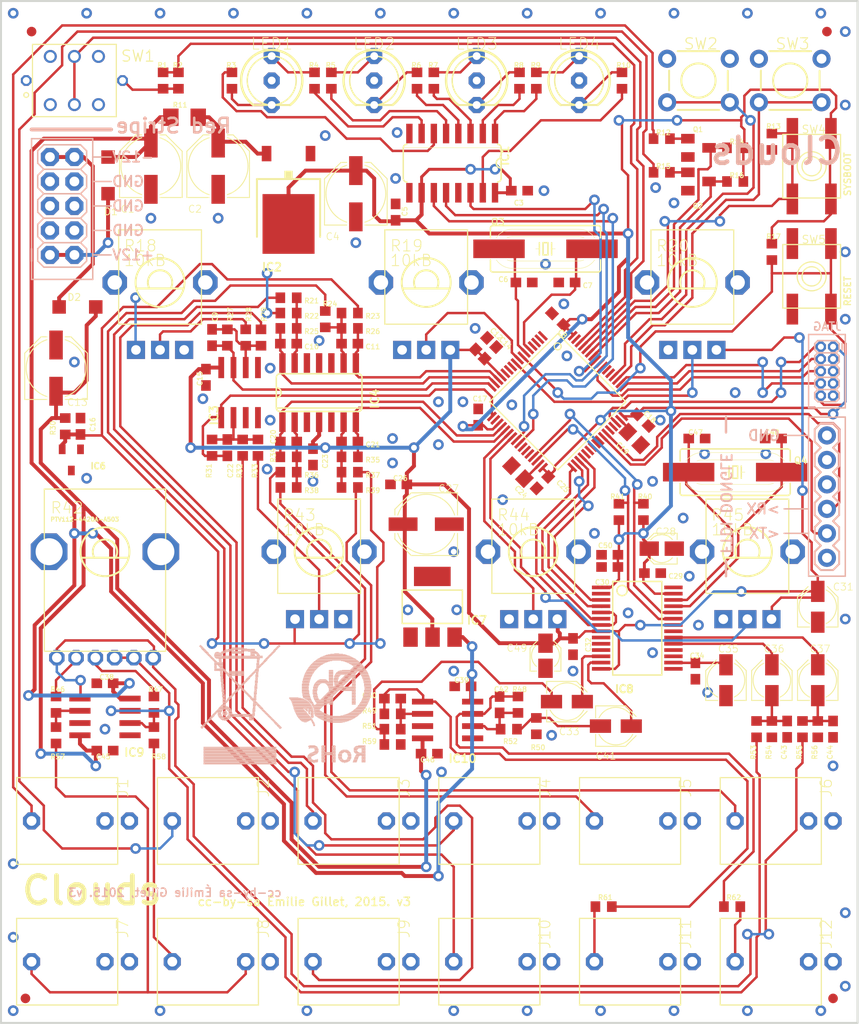
<source format=kicad_pcb>
(kicad_pcb (version 20211014) (generator pcbnew)
  (layers (0 "F.Cu" signal) (31 "B.Cu" signal) (34 "B.Paste" user) (35 "F.Paste" user) (36 "B.SilkS" user "B.Silkscreen") (37 "F.SilkS" user "F.Silkscreen") (38 "B.Mask" user) (39 "F.Mask" user) (44 "Edge.Cuts" user))
  (net 0 "")
  (net 1 "GND")
  (net 2 "N$7")
  (net 3 "N$8")
  (net 4 "BOOT_FLASH")
  (net 5 "RESET")
  (net 6 "RX")
  (net 7 "TX")
  (net 8 "JTDI")
  (net 9 "JTCK")
  (net 10 "JTMS")
  (net 11 "VBAT")
  (net 12 "N$13")
  (net 13 "N$19")
  (net 14 "I2S_SOUT")
  (net 15 "I2S_SCK")
  (net 16 "I2S_LRCK")
  (net 17 "JTDO")
  (net 18 "+3V3_A")
  (net 19 "I2C_SCL")
  (net 20 "I2C_SDA")
  (net 21 "I2S_SIN")
  (net 22 "N$1")
  (net 23 "N$2")
  (net 24 "SIZE_CV")
  (net 25 "N$4")
  (net 26 "N$5")
  (net 27 "TEXTURE_CV")
  (net 28 "N$10")
  (net 29 "N$11")
  (net 30 "V_OCT")
  (net 31 "N$6")
  (net 32 "BLEND_CV")
  (net 33 "VCC")
  (net 34 "AREF_-10")
  (net 35 "VEE")
  (net 36 "N$56")
  (net 37 "N$64")
  (net 38 "N$15")
  (net 39 "LOUT")
  (net 40 "ROUT")
  (net 41 "LIN")
  (net 42 "RIN")
  (net 43 "N$17")
  (net 44 "N$22")
  (net 45 "N$20")
  (net 46 "N$18")
  (net 47 "N$23")
  (net 48 "N$25")
  (net 49 "N$28")
  (net 50 "ROUT_JACK")
  (net 51 "N$31")
  (net 52 "N$32")
  (net 53 "N$33")
  (net 54 "LOUT_JACK")
  (net 55 "N$14")
  (net 56 "N$24")
  (net 57 "N$26")
  (net 58 "N$27")
  (net 59 "N$30")
  (net 60 "N$35")
  (net 61 "POSITION_POT_CV")
  (net 62 "DENSITY_CV")
  (net 63 "SW_REC")
  (net 64 "REC")
  (net 65 "PLAY")
  (net 66 "N$57")
  (net 67 "N$66")
  (net 68 "N$36")
  (net 69 "N$37")
  (net 70 "N$38")
  (net 71 "LED_REC")
  (net 72 "SIZE_POT")
  (net 73 "TEXTURE_POT")
  (net 74 "BLEND_POT")
  (net 75 "SW_MODE")
  (net 76 "SW_LOAD")
  (net 77 "LED_EN")
  (net 78 "LED_DATA")
  (net 79 "N$9")
  (net 80 "N$12")
  (net 81 "N$16")
  (net 82 "N$29")
  (net 83 "N$34")
  (net 84 "N$39")
  (net 85 "N$40")
  (net 86 "N$41")
  (net 87 "N$43")
  (net 88 "N$44")
  (net 89 "N$45")
  (net 90 "N$46")
  (net 91 "N$47")
  (net 92 "N$48")
  (net 93 "N$49")
  (net 94 "N$50")
  (net 95 "N$42")
  (net 96 "N$51")
  (net 97 "N$52")
  (net 98 "N$53")
  (net 99 "N$54")
  (net 100 "N$58")
  (net 101 "N$21")
  (net 102 "PITCH_POT")
  (net 103 "+3V3")
  (net 104 "LED_SCK")
  (net 105 "N$55")
  (net 106 "N$59")
  (net 107 "N$60")
  (footprint "clouds_v30:R0603" (layer "F.Cu") (at 147.231 60.2361 -90)
    (fp_text reference "R6")
    (fp_text value "68")
  )
  (footprint "clouds_v30:LP4OA1PBCT" (layer "F.Cu") (at 111.6711 60.2361)
    (fp_text reference "SW1")
    (fp_text value "LP4OA1PBCT" hide)
  )
  (footprint "clouds_v30:C0603" (layer "F.Cu") (at 145.3261 102.1461 180)
    (fp_text reference "C26")
    (fp_text value "100n")
  )
  (footprint "clouds_v30:PANASONIC_D" (layer "F.Cu") (at 148.1836 106.2736 180)
    (fp_text reference "C27")
    (fp_text value "47u")
  )
  (footprint "clouds_v30:R0603" (layer "F.Cu") (at 133.8961 82.7786 180)
    (fp_text reference "R21")
    (fp_text value "100k")
  )
  (footprint "clouds_v30:R0603" (layer "F.Cu") (at 179.9336 145.9611 180)
    (fp_text reference "R62")
    (fp_text value "1.0k")
  )
  (footprint "clouds_v30:DBZ_R-PDSO-G3" (layer "F.Cu") (at 111.3536 99.6061 180)
    (fp_text reference "IC6")
    (fp_text value "LM4040B10")
  )
  (footprint "clouds_v30:R0603" (layer "F.Cu") (at 120.8786 60.2361 -90)
    (fp_text reference "R1")
    (fp_text value "68")
  )
  (footprint "clouds_v30:ALPS_POT_VERTICAL_PS" (layer "F.Cu") (at 148.1836 81.1911 180)
    (fp_text reference "R19")
    (fp_text value "10kB")
  )
  (footprint "clouds_v30:LED-BICOLOR-THROUGHHOLE-5MM" (layer "F.Cu") (at 142.786 60.2361 180)
    (fp_text reference "LED2")
    (fp_text value "WP59EGW" hide)
  )
  (footprint "clouds_v30:SO08" (layer "F.Cu") (at 114.8461 126.2761 -90)
    (fp_text reference "IC9")
    (fp_text value "TL072D")
  )
  (footprint "clouds_v30:R0603" (layer "F.Cu") (at 182.4736 127.5461 -90)
    (fp_text reference "R53")
    (fp_text value "5.6k")
  )
  (footprint "clouds_v30:WQP_PJ_301M6" (layer "F.Cu") (at 126.2761 151.6761 90)
    (fp_text reference "J8")
    (fp_text value "PJ301_THONKICONN6" hide)
  )
  (footprint "clouds_v30:R0603" (layer "F.Cu") (at 133.8961 85.9536)
    (fp_text reference "R25")
    (fp_text value "33k")
  )
  (footprint "clouds_v30:SO14" (layer "F.Cu") (at 137.0711 92.6211)
    (fp_text reference "IC4")
    (fp_text value "MCP6004")
  )
  (footprint "clouds_v30:C0603" (layer "F.Cu") (at 133.8961 87.5411 180)
    (fp_text reference "C10")
    (fp_text value "1n")
  )
  (footprint "clouds_v30:R0603" (layer "F.Cu") (at 168.1861 105.0036 -90)
    (fp_text reference "R41")
    (fp_text value "2.2k")
  )
  (footprint "clouds_v30:LED-BICOLOR-THROUGHHOLE-5MM" (layer "F.Cu") (at 132.1498 60.2361 180)
    (fp_text reference "LED1")
    (fp_text value "WP59EGW" hide)
  )
  (footprint "clouds_v30:R0603" (layer "F.Cu") (at 110.7186 96.1136 -90)
    (fp_text reference "R30")
    (fp_text value "470")
  )
  (footprint "clouds_v30:C0603" (layer "F.Cu") (at 153.8986 87.5411 45)
    (fp_text reference "C12")
    (fp_text value "1u")
  )
  (footprint "clouds_v30:R0603" (layer "F.Cu") (at 187.2361 127.5461 -90)
    (fp_text reference "R55")
    (fp_text value "5.6k")
  )
  (footprint "clouds_v30:PANASONIC_A" (layer "F.Cu") (at 172.6311 108.8136 180)
    (fp_text reference "C28")
    (fp_text value "10u")
  )
  (footprint "clouds_v30:TACTILE-PTH" (layer "F.Cu") (at 176.4411 60.2361)
    (fp_text reference "SW2")
    (fp_text value "" hide)
  )
  (footprint "clouds_v30:BOURNS_PTV112" (layer "F.Cu") (at 114.8461 109.1311)
    (fp_text reference "R42")
    (fp_text value "PTV112-4420A-A503")
  )
  (footprint "clouds_v30:C0603" (layer "F.Cu") (at 158.3436 81.1911 180)
    (fp_text reference "C6")
    (fp_text value "18p")
  )
  (footprint "clouds_v30:R0603" (layer "F.Cu") (at 125.9586 98.3361 90)
    (fp_text reference "R31")
    (fp_text value "66.5k")
  )
  (footprint "clouds_v30:C0805" (layer "F.Cu") (at 157.7086 100.8761 135)
    (fp_text reference "C24")
    (fp_text value "2.2u")
  )
  (footprint "clouds_v30:R0603" (layer "F.Cu") (at 140.2461 84.3661)
    (fp_text reference "R23")
    (fp_text value "200k")
  )
  (footprint "clouds_v30:C0603" (layer "F.Cu") (at 112.3061 96.1136 90)
    (fp_text reference "C16")
    (fp_text value "100n")
  )
  (footprint "clouds_v30:SOD123" (layer "F.Cu") (at 115.1636 70.0786 -90)
    (fp_text reference "D1")
    (fp_text value "1N5819HW")
  )
  (footprint "clouds_v30:ALPS_POT_VERTICAL_PS" (layer "F.Cu") (at 159.2961 109.1311 180)
    (fp_text reference "R44")
    (fp_text value "10kB")
  )
  (footprint "clouds_v30:R0603" (layer "F.Cu") (at 157.7086 125.0061 -90)
    (fp_text reference "R48")
    (fp_text value "39k")
  )
  (footprint "clouds_v30:R0603" (layer "F.Cu") (at 148.9773 60.2361 -90)
    (fp_text reference "R7")
    (fp_text value "68")
  )
  (footprint "clouds_v30:R0603" (layer "F.Cu") (at 119.9261 125.0061 -90)
    (fp_text reference "R47")
    (fp_text value "3.3k")
  )
  (footprint "clouds_v30:R0603" (layer "F.Cu") (at 127.5461 86.9061 90)
    (fp_text reference "R27")
    (fp_text value "66.5k")
  )
  (footprint "clouds_v30:R0603" (layer "F.Cu") (at 156.7561 127.5461)
    (fp_text reference "R52")
    (fp_text value "5.6k")
  )
  (footprint "clouds_v30:R0603" (layer "F.Cu") (at 131.0386 86.9061 90)
    (fp_text reference "R29")
    (fp_text value "100k")
  )
  (footprint "clouds_v30:FIDUCIAL-1X2" (layer "F.Cu") (at 107.2261 55.1561)
    (fp_text reference "F1" hide)
    (fp_text value "FIDUCIAL1X2" hide)
  )
  (footprint "clouds_v30:R0603" (layer "F.Cu") (at 133.8961 84.3661 180)
    (fp_text reference "R22")
    (fp_text value "200k")
  )
  (footprint "clouds_v30:LED-BICOLOR-THROUGHHOLE-5MM" (layer "F.Cu") (at 153.4223 60.2361 180)
    (fp_text reference "LED3")
    (fp_text value "WP59EGW" hide)
  )
  (footprint "clouds_v30:R0603" (layer "F.Cu") (at 109.7661 125.0061 -90)
    (fp_text reference "R46")
    (fp_text value "3.3k")
  )
  (footprint "clouds_v30:C0603" (layer "F.Cu") (at 167.2336 109.4486 180)
    (fp_text reference "C50")
    (fp_text value "1u")
  )
  (footprint "clouds_v30:EVQ-Q2" (layer "F.Cu") (at 188.1886 69.1261 -90)
    (fp_text reference "SW4")
    (fp_text value "")
  )
  (footprint "clouds_v30:PANASONIC_B" (layer "F.Cu") (at 188.8236 114.8461 90)
    (fp_text reference "C31")
    (fp_text value "10u")
  )
  (footprint "clouds_v30:R0603" (layer "F.Cu") (at 168.5036 60.2361 -90)
    (fp_text reference "R10")
    (fp_text value "68")
  )
  (footprint "clouds_v30:WQP_PJ_301M6" (layer "F.Cu") (at 170.0911 137.0711 90)
    (fp_text reference "J5")
    (fp_text value "PJ301_THONKICONN6" hide)
  )
  (footprint "clouds_v30:C0603" (layer "F.Cu") (at 185.6486 127.5461 -90)
    (fp_text reference "C43")
    (fp_text value "220p")
  )
  (footprint "clouds_v30:R0603" (layer "F.Cu") (at 129.4511 86.9061 90)
    (fp_text reference "R28")
    (fp_text value "200k")
  )
  (footprint "clouds_v30:C0603" (layer "F.Cu") (at 184.2199 97.3836)
    (fp_text reference "C48")
    (fp_text value "18p")
  )
  (footprint "clouds_v30:WQP_PJ_301M6" (layer "F.Cu") (at 140.8811 137.0711 90)
    (fp_text reference "J3")
    (fp_text value "PJ301_THONKICONN6" hide)
  )
  (footprint "clouds_v30:WQP_PJ_301M6" (layer "F.Cu") (at 155.4861 137.0711 90)
    (fp_text reference "J4")
    (fp_text value "PJ301_THONKICONN6" hide)
  )
  (footprint "clouds_v30:HC49UP" (layer "F.Cu") (at 160.5661 77.6986)
    (fp_text reference "Q3")
    (fp_text value "8MHz")
  )
  (footprint "clouds_v30:SOD123" (layer "F.Cu") (at 111.9886 83.7311)
    (fp_text reference "D2")
    (fp_text value "1N5819HW")
  )
  (footprint "clouds_v30:PANASONIC_D" (layer "F.Cu") (at 109.7661 90.0811 90)
    (fp_text reference "C13")
    (fp_text value "47u")
  )
  (footprint "clouds_v30:C0603" (layer "F.Cu") (at 140.2461 87.5411)
    (fp_text reference "C11")
    (fp_text value "1n")
  )
  (footprint "clouds_v30:C0603" (layer "F.Cu") (at 145.0086 73.8886 90)
    (fp_text reference "C5")
    (fp_text value "100n")
  )
  (footprint "clouds_v30:WQP_PJ_301M6" (layer "F.Cu") (at 111.6711 137.0711 90)
    (fp_text reference "J1")
    (fp_text value "PJ301_THONKICONN6" hide)
  )
  (footprint "clouds_v30:WQP_PJ_301M6" (layer "F.Cu") (at 155.4861 151.6761 90)
    (fp_text reference "J10")
    (fp_text value "PJ301_THONKICONN6" hide)
  )
  (footprint "clouds_v30:R0603" (layer "F.Cu") (at 128.0223 60.2361 90)
    (fp_text reference "R3")
    (fp_text value "68")
  )
  (footprint "clouds_v30:C0603" (layer "F.Cu") (at 148.5011 130.0861 180)
    (fp_text reference "C46")
    (fp_text value "100n")
  )
  (footprint "clouds_v30:C0603" (layer "F.Cu") (at 151.9936 123.1011 180)
    (fp_text reference "C39")
    (fp_text value "100n")
  )
  (footprint "clouds_v30:C0603" (layer "F.Cu") (at 114.8461 129.7686 180)
    (fp_text reference "C45")
    (fp_text value "100n")
  )
  (footprint "clouds_v30:PANASONIC_A" (layer "F.Cu") (at 160.5661 119.9261 90)
    (fp_text reference "C49")
    (fp_text value "10u")
  )
  (footprint "clouds_v30:ALPS_POT_VERTICAL_PS" (layer "F.Cu") (at 175.8061 81.1911 180)
    (fp_text reference "R20")
    (fp_text value "10kB")
  )
  (footprint "clouds_v30:R0603" (layer "F.Cu") (at 140.2461 102.4636)
    (fp_text reference "R39")
    (fp_text value "100k")
  )
  (footprint "clouds_v30:R0603" (layer "F.Cu") (at 159.6136 127.2286 90)
    (fp_text reference "R50")
    (fp_text value "39k")
  )
  (footprint "clouds_v30:WQP_PJ_301M6" (layer "F.Cu") (at 126.2761 137.0711 90)
    (fp_text reference "J2")
    (fp_text value "PJ301_THONKICONN6" hide)
  )
  (footprint "clouds_v30:R0603" (layer "F.Cu") (at 172.6311 69.7611)
    (fp_text reference "R15")
    (fp_text value "100k")
  )
  (footprint "clouds_v30:C0603" (layer "F.Cu") (at 155.8036 125.0061 90)
    (fp_text reference "C42")
    (fp_text value "18p")
  )
  (footprint "clouds_v30:R0603" (layer "F.Cu") (at 137.7061 85.0011 90)
    (fp_text reference "R24")
    (fp_text value "100k")
  )
  (footprint "clouds_v30:R0603" (layer "F.Cu") (at 184.0611 66.5861 90)
    (fp_text reference "R13")
    (fp_text value "10k")
  )
  (footprint "clouds_v30:SOT23-BEC" (layer "F.Cu") (at 176.4411 67.2211 -90)
    (fp_text reference "Q1")
    (fp_text value "MMBT3904")
  )
  (footprint "clouds_v30:R0603" (layer "F.Cu") (at 138.341 60.2361 -90)
    (fp_text reference "R5")
    (fp_text value "68")
  )
  (footprint "clouds_v30:R0603" (layer "F.Cu") (at 130.7211 98.3361 -90)
    (fp_text reference "R33")
    (fp_text value "200k")
  )
  (footprint "clouds_v30:R0603" (layer "F.Cu") (at 144.6911 129.1336 180)
    (fp_text reference "R59")
    (fp_text value "39k")
  )
  (footprint "clouds_v30:R0603" (layer "F.Cu") (at 188.8236 127.5461 90)
    (fp_text reference "R56")
    (fp_text value "5.6k")
  )
  (footprint "clouds_v30:C0603" (layer "F.Cu") (at 153.5811 95.1611 90)
    (fp_text reference "C17")
    (fp_text value "100n")
  )
  (footprint "clouds_v30:C0603" (layer "F.Cu") (at 144.6911 124.3711 180)
    (fp_text reference "C40")
    (fp_text value "18p")
  )
  (footprint "clouds_v30:SO16" (layer "F.Cu") (at 150.8823 68.8086 180)
    (fp_text reference "IC1")
    (fp_text value "74HC595D")
  )
  (footprint "clouds_v30:ALPS_POT_VERTICAL_PS" (layer "F.Cu") (at 120.5611 81.1911 180)
    (fp_text reference "R18")
    (fp_text value "10kB")
  )
  (footprint "clouds_v30:C0603" (layer "F.Cu") (at 176.2824 97.3836 180)
    (fp_text reference "C47")
    (fp_text value "18p")
  )
  (footprint "clouds_v30:C0603" (layer "F.Cu") (at 190.4111 127.5461 -90)
    (fp_text reference "C44")
    (fp_text value "220p")
  )
  (footprint "clouds_v30:R0603" (layer "F.Cu") (at 119.9261 128.1811 -90)
    (fp_text reference "R58")
    (fp_text value "22k")
  )
  (footprint "clouds_v30:SSOP28" (layer "F.Cu") (at 170.0911 117.3861 -90)
    (fp_text reference "IC8")
    (fp_text value "WM8731")
  )
  (footprint "clouds_v30:C0603" (layer "F.Cu") (at 162.7886 81.1911)
    (fp_text reference "C7")
    (fp_text value "18p")
  )
  (footprint "clouds_v30:SO08" (layer "F.Cu") (at 128.8161 92.6211)
    (fp_text reference "IC3")
    (fp_text value "MCP6002")
  )
  (footprint "clouds_v30:TO252" (layer "F.Cu") (at 133.8961 72.6186 180)
    (fp_text reference "IC2")
    (fp_text value "LM1117-3.3")
  )
  (footprint "clouds_v30:C0603" (layer "F.Cu") (at 157.8673 71.6661)
    (fp_text reference "C3")
    (fp_text value "100n")
  )
  (footprint "clouds_v30:TACTILE-PTH" (layer "F.Cu") (at 185.9661 60.2361)
    (fp_text reference "SW3")
    (fp_text value "" hide)
  )
  (footprint "clouds_v30:C0603" (layer "F.Cu") (at 114.8461 122.7836 180)
    (fp_text reference "C38")
    (fp_text value "100n")
  )
  (footprint "clouds_v30:R0603" (layer "F.Cu") (at 159.6136 60.2361 -90)
    (fp_text reference "R9")
    (fp_text value "68")
  )
  (footprint "clouds_v30:C0603" (layer "F.Cu") (at 176.1236 121.5136 -90)
    (fp_text reference "C34")
    (fp_text value "100n")
  )
  (footprint "clouds_v30:ALPS_POT_VERTICAL_PS" (layer "F.Cu") (at 181.5211 109.1311 180)
    (fp_text reference "R45")
    (fp_text value "10kB")
  )
  (footprint "clouds_v30:R0603" (layer "F.Cu") (at 184.0611 78.0161 90)
    (fp_text reference "R17")
    (fp_text value "10k")
  )
  (footprint "clouds_v30:R0603" (layer "F.Cu") (at 172.6311 66.2686)
    (fp_text reference "R12")
    (fp_text value "100k")
  )
  (footprint "clouds_v30:R0603" (layer "F.Cu") (at 122.4661 60.2361 -90)
    (fp_text reference "R2")
    (fp_text value "68")
  )
  (footprint "clouds_v30:C0603" (layer "F.Cu") (at 171.6786 111.3536)
    (fp_text reference "C29")
    (fp_text value "100n")
  )
  (footprint "clouds_v30:PANASONIC_B" (layer "F.Cu") (at 162.7886 124.6886)
    (fp_text reference "C33")
    (fp_text value "10u")
  )
  (footprint "clouds_v30:R0603" (layer "F.Cu") (at 166.5986 145.9611)
    (fp_text reference "R61")
    (fp_text value "1.0k")
  )
  (footprint "clouds_v30:R0603" (layer "F.Cu") (at 157.8673 60.2361 -90)
    (fp_text reference "R8")
    (fp_text value "68")
  )
  (footprint "clouds_v30:FIDUCIAL-1X2" (layer "F.Cu") (at 190.4111 155.4861)
    (fp_text reference "F4" hide)
    (fp_text value "FIDUCIAL1X2" hide)
  )
  (footprint "clouds_v30:FIDUCIAL-1X2" (layer "F.Cu") (at 189.7761 55.1561)
    (fp_text reference "F2" hide)
    (fp_text value "FIDUCIAL1X2" hide)
  )
  (footprint "clouds_v30:R0603" (layer "F.Cu") (at 184.0611 127.5461 90)
    (fp_text reference "R54")
    (fp_text value "5.6k")
  )
  (footprint "clouds_v30:C0603" (layer "F.Cu") (at 133.8961 97.7011 180)
    (fp_text reference "C20")
    (fp_text value "1n")
  )
  (footprint "clouds_v30:R0603" (layer "F.Cu") (at 140.2461 85.9536 180)
    (fp_text reference "R26")
    (fp_text value "33k")
  )
  (footprint "clouds_v30:PANASONIC_B" (layer "F.Cu") (at 167.8686 127.2286)
    (fp_text reference "C41")
    (fp_text value "10u")
  )
  (footprint "clouds_v30:TQFP-10X10-64" (layer "F.Cu") (at 161.8361 93.5736 -45)
    (fp_text reference "IC5")
    (fp_text value "STM32F405RGT6")
  )
  (footprint "clouds_v30:SO08" (layer "F.Cu") (at 150.4061 126.5936 -90)
    (fp_text reference "IC10")
    (fp_text value "TL072D")
  )
  (footprint "clouds_v30:C0603" (layer "F.Cu") (at 170.6626 95.4786 -45)
    (fp_text reference "C18")
    (fp_text value "100n")
  )
  (footprint "clouds_v30:SOT223" (layer "F.Cu") (at 148.8186 114.8461)
    (fp_text reference "IC7")
    (fp_text value "LM1117-3.3")
  )
  (footprint "clouds_v30:WQP_PJ_301M6" (layer "F.Cu") (at 184.6961 137.0711 90)
    (fp_text reference "J6")
    (fp_text value "PJ301_THONKICONN6" hide)
  )
  (footprint "clouds_v30:R0603" (layer "F.Cu") (at 170.7261 105.0036 -90)
    (fp_text reference "R40")
    (fp_text value "2.2k")
  )
  (footprint "clouds_v30:PANASONIC_D" (layer "F.Cu") (at 140.8811 71.9836 90)
    (fp_text reference "C4")
    (fp_text value "47u")
  )
  (footprint "clouds_v30:R0603" (layer "F.Cu") (at 129.1336 98.3361 -90)
    (fp_text reference "R32")
    (fp_text value "100k")
  )
  (footprint "clouds_v30:R1206" (layer "F.Cu") (at 123.1011 64.0461)
    (fp_text reference "R11")
    (fp_text value "4.7")
  )
  (footprint "clouds_v30:C0603" (layer "F.Cu") (at 125.9586 86.9061 -90)
    (fp_text reference "C9")
    (fp_text value "1n")
  )
  (footprint "clouds_v30:PANASONIC_D" (layer "F.Cu") (at 119.6086 69.1261 90)
    (fp_text reference "C1")
    (fp_text value "47u")
  )
  (footprint "clouds_v30:R0603" (layer "F.Cu") (at 180.2511 67.2211)
    (fp_text reference "R14")
    (fp_text value "10k")
  )
  (footprint "clouds_v30:ALPS_POT_VERTICAL_PS" (layer "F.Cu") (at 137.0711 109.1311 180)
    (fp_text reference "R43")
    (fp_text value "10kB")
  )
  (footprint "clouds_v30:WQP_PJ_301M6" (layer "F.Cu") (at 111.6711 151.6761 90)
    (fp_text reference "J7")
    (fp_text value "PJ301_THONKICONN6" hide)
  )
  (footprint "clouds_v30:PANASONIC_D" (layer "F.Cu") (at 126.5936 69.1261 90)
    (fp_text reference "C2")
    (fp_text value "47u")
  )
  (footprint "clouds_v30:R0603" (layer "F.Cu") (at 133.8961 102.4636 180)
    (fp_text reference "R38")
    (fp_text value "100k")
  )
  (footprint "clouds_v30:R0603" (layer "F.Cu") (at 136.5948 60.2361 -90)
    (fp_text reference "R4")
    (fp_text value "68")
  )
  (footprint "clouds_v30:C0603" (layer "F.Cu") (at 136.4361 99.2886 -90)
    (fp_text reference "C23")
    (fp_text value "100n")
  )
  (footprint "clouds_v30:HC49UP" (layer "F.Cu") (at 180.2511 100.8761)
    (fp_text reference "Q4")
    (fp_text value "12.288MHz")
  )
  (footprint "clouds_v30:R0603" (layer "F.Cu") (at 180.2511 70.7136)
    (fp_text reference "R16")
    (fp_text value "10k")
  )
  (footprint "clouds_v30:R0603" (layer "F.Cu") (at 144.6911 125.9586)
    (fp_text reference "R49")
    (fp_text value "39k")
  )
  (footprint "clouds_v30:PANASONIC_B" (layer "F.Cu") (at 179.2986 122.4661 90)
    (fp_text reference "C35")
    (fp_text value "10u")
  )
  (footprint "clouds_v30:FIDUCIAL-1X2" (layer "F.Cu") (at 106.5911 155.4861)
    (fp_text reference "F3" hide)
    (fp_text value "FIDUCIAL1X2" hide)
  )
  (footprint "clouds_v30:R0603" (layer "F.Cu") (at 133.8961 99.2886)
    (fp_text reference "R34")
    (fp_text value "47k")
  )
  (footprint "clouds_v30:R0603" (layer "F.Cu") (at 140.2461 99.2886 180)
    (fp_text reference "R35")
    (fp_text value "33k")
  )
  (footprint "clouds_v30:R0603" (layer "F.Cu") (at 140.2461 100.8761)
    (fp_text reference "R37")
    (fp_text value "200k")
  )
  (footprint "clouds_v30:WQP_PJ_301M6" (layer "F.Cu") (at 184.6961 151.6761 90)
    (fp_text reference "J12")
    (fp_text value "PJ301_THONKICONN6" hide)
  )
  (footprint "clouds_v30:C0603" (layer "F.Cu") (at 167.2336 110.7186 180)
    (fp_text reference "C30")
    (fp_text value "100n")
  )
  (footprint "clouds_v30:EVQ-Q2" (layer "F.Cu") (at 188.1886 80.5561 -90)
    (fp_text reference "SW5")
    (fp_text value "")
  )
  (footprint "clouds_v30:C0603" (layer "F.Cu") (at 161.8362 85.0011 135)
    (fp_text reference "C8")
    (fp_text value "100n")
  )
  (footprint "clouds_v30:LED-BICOLOR-THROUGHHOLE-5MM" (layer "F.Cu") (at 164.0586 60.2361 180)
    (fp_text reference "LED4")
    (fp_text value "WP59EGW" hide)
  )
  (footprint "clouds_v30:C0603" (layer "F.Cu") (at 127.5461 98.3361 -90)
    (fp_text reference "C22")
    (fp_text value "1n")
  )
  (footprint "clouds_v30:C0603" (layer "F.Cu") (at 160.2487 101.9556 -135)
    (fp_text reference "C25")
    (fp_text value "100n")
  )
  (footprint "clouds_v30:C0603" (layer "F.Cu") (at 154.8511 88.4936 45)
    (fp_text reference "C14")
    (fp_text value "100n")
  )
  (footprint "clouds_v30:C0603" (layer "F.Cu") (at 125.3236 91.0336 -90)
    (fp_text reference "C15")
    (fp_text value "100n")
  )
  (footprint "clouds_v30:PANASONIC_B" (layer "F.Cu") (at 184.0611 122.4661 90)
    (fp_text reference "C36")
    (fp_text value "10u")
  )
  (footprint "clouds_v30:R0603" (layer "F.Cu") (at 133.8961 100.8761 180)
    (fp_text reference "R36")
    (fp_text value "180k")
  )
  (footprint "clouds_v30:C0805" (layer "F.Cu") (at 169.7736 97.3836 -45)
    (fp_text reference "C19")
    (fp_text value "2.2u")
  )
  (footprint "clouds_v30:R0603" (layer "F.Cu") (at 144.6911 127.5461 180)
    (fp_text reference "R51")
    (fp_text value "5.6k")
  )
  (footprint "clouds_v30:R0603" (layer "F.Cu") (at 109.7661 128.1811 -90)
    (fp_text reference "R57")
    (fp_text value "22k")
  )
  (footprint "clouds_v30:SOT23-BEC" (layer "F.Cu") (at 176.4411 70.7136 -90)
    (fp_text reference "Q2")
    (fp_text value "MMBT3904")
  )
  (footprint "clouds_v30:PANASONIC_B" (layer "F.Cu") (at 188.8236 122.4661 90)
    (fp_text reference "C37")
    (fp_text value "10u")
  )
  (footprint "clouds_v30:WQP_PJ_301M6" (layer "F.Cu") (at 170.0911 151.6761 90)
    (fp_text reference "J11")
    (fp_text value "PJ301_THONKICONN6" hide)
  )
  (footprint "clouds_v30:WQP_PJ_301M6" (layer "F.Cu") (at 140.8811 151.6761 90)
    (fp_text reference "J9")
    (fp_text value "PJ301_THONKICONN6" hide)
  )
  (footprint "clouds_v30:C0603" (layer "F.Cu") (at 140.2461 97.7011)
    (fp_text reference "C21")
    (fp_text value "1n")
  )
  (footprint "clouds_v30:C0603" (layer "F.Cu") (at 163.4236 118.9736 -90)
    (fp_text reference "C32")
    (fp_text value "100n")
  )
  (footprint "clouds_v30:2X5-1.27" (layer "B.Cu") (at 189.1411 91.6686 180)
    (fp_text reference "JP2" hide)
    (fp_text value "M05X2MINIJTAG" hide)
  )
  (footprint "clouds_v30:AVR_ICSP" (layer "B.Cu") (at 110.4011 73.2536)
    (fp_text reference "JP3" hide)
    (fp_text value "M05X2PTH" hide)
  )
  (footprint "clouds_v30:1X06" (layer "B.Cu") (at 189.7761 97.0661 -90)
    (fp_text reference "JP1" hide)
    (fp_text value "")
  )
  (footprint "clouds_v30:ROHS_BIG" (layer "B.Cu") (at 143.7386 131.9911 180)
    (fp_text reference "U$2" hide)
    (fp_text value "" hide)
  )
  (gr_line (start 187.8711 107.2261) (end 185.3311 107.2261) (layer "B.SilkS") (width 0.1524))
  (gr_line (start 191.6811 86.5886) (end 191.6811 94.2086) (layer "B.SilkS") (width 0.1524))
  (gr_line (start 179.2986 111.6711) (end 179.2986 110.0836) (layer "B.SilkS") (width 0.254))
  (gr_line (start 113.5761 68.1736) (end 113.5761 66.2686) (layer "B.SilkS") (width 0.1524))
  (gr_line (start 113.5761 73.2536) (end 113.5761 70.7136) (layer "B.SilkS") (width 0.1524))
  (gr_line (start 113.5761 70.7136) (end 113.5761 68.1736) (layer "B.SilkS") (width 0.1524))
  (gr_line (start 187.8711 94.2086) (end 187.8711 86.5886) (layer "B.SilkS") (width 0.1524))
  (gr_line (start 107.2261 66.2686) (end 107.2261 80.8736) (layer "B.SilkS") (width 0.1524))
  (gr_line (start 187.8711 95.1611) (end 191.6811 95.1611) (layer "B.SilkS") (width 0.1524))
  (gr_line (start 113.5761 66.2686) (end 107.2261 66.2686) (layer "B.SilkS") (width 0.1524))
  (gr_line (start 191.6811 95.1611) (end 191.6811 111.6711) (layer "B.SilkS") (width 0.1524))
  (gr_line (start 113.5761 80.8736) (end 113.5761 78.3336) (layer "B.SilkS") (width 0.1524))
  (gr_line (start 113.5761 75.7936) (end 113.5761 73.2536) (layer "B.SilkS") (width 0.1524))
  (gr_line (start 113.5761 68.1736) (end 115.4811 68.1736) (layer "B.SilkS") (width 0.1524))
  (gr_line (start 115.4811 65.3161) (end 107.2261 65.3161) (layer "B.SilkS") (width 0.4064))
  (gr_line (start 187.8711 104.6861) (end 185.3311 104.6861) (layer "B.SilkS") (width 0.1524))
  (gr_line (start 113.5761 78.3336) (end 115.4811 78.3336) (layer "B.SilkS") (width 0.1524))
  (gr_line (start 113.5761 70.7136) (end 115.4811 70.7136) (layer "B.SilkS") (width 0.1524))
  (gr_line (start 187.8711 86.5886) (end 191.6811 86.5886) (layer "B.SilkS") (width 0.1524))
  (gr_line (start 113.5761 73.2536) (end 115.4811 73.2536) (layer "B.SilkS") (width 0.1524))
  (gr_line (start 113.5761 78.3336) (end 113.5761 75.7936) (layer "B.SilkS") (width 0.1524))
  (gr_line (start 191.6811 111.6711) (end 187.8711 111.6711) (layer "B.SilkS") (width 0.1524))
  (gr_line (start 185.3311 97.0661) (end 187.8711 97.0661) (layer "B.SilkS") (width 0.1524))
  (gr_line (start 191.6811 94.2086) (end 187.8711 94.2086) (layer "B.SilkS") (width 0.1524))
  (gr_line (start 187.8711 111.6711) (end 187.8711 95.1611) (layer "B.SilkS") (width 0.1524))
  (gr_line (start 113.5761 75.7936) (end 115.4811 75.7936) (layer "B.SilkS") (width 0.1524))
  (gr_line (start 107.2261 80.8736) (end 113.5761 80.8736) (layer "B.SilkS") (width 0.1524))
  (gr_line (start 179.2986 96.7486) (end 179.2986 95.1611) (layer "B.SilkS") (width 0.254))
  (gr_line (start 104.0511 51.9811) (end 104.0511 158.0261) (layer "Edge.Cuts") (width 0.2032))
  (gr_line (start 192.9511 158.0261) (end 192.9511 51.9811) (layer "Edge.Cuts") (width 0.2032))
  (gr_line (start 192.9511 51.9811) (end 104.0511 51.9811) (layer "Edge.Cuts") (width 0.2032))
  (gr_line (start 104.0511 158.0261) (end 192.9511 158.0261) (layer "Edge.Cuts") (width 0.2032))
  (gr_text "-12V" (at 115.4811 67.5386) (layer "B.SilkS") (effects (font (size 1.0795 1.0795) (thickness 0.1905)) (justify right top mirror)))
  (gr_text "Clouds" (at 191.6811 69.1261) (layer "B.SilkS") (effects (font (size 2.69875 2.69875) (thickness 0.47625)) (justify left bottom mirror)))
  (gr_text "GND" (at 115.4811 72.6186) (layer "B.SilkS") (effects (font (size 1.0795 1.0795) (thickness 0.1905)) (justify right top mirror)))
  (gr_text "GND" (at 115.4811 70.0786) (layer "B.SilkS") (effects (font (size 1.0795 1.0795) (thickness 0.1905)) (justify right top mirror)))
  (gr_text "<TX" (at 185.0136 107.8611) (layer "B.SilkS") (effects (font (size 1.0795 1.0795) (thickness 0.1905)) (justify left bottom mirror)))
  (gr_text "JTAG" (at 191.3636 86.2711) (layer "B.SilkS") (effects (font (size 0.8636 0.8636) (thickness 0.1524)) (justify left bottom mirror)))
  (gr_text ">RX" (at 185.0136 105.3211) (layer "B.SilkS") (effects (font (size 1.0795 1.0795) (thickness 0.1905)) (justify left bottom mirror)))
  (gr_text "GND" (at 185.0136 97.7011) (layer "B.SilkS") (effects (font (size 1.0795 1.0795) (thickness 0.1905)) (justify left bottom mirror)))
  (gr_text "Red Stripe" (at 115.7986 64.0461) (layer "B.SilkS") (effects (font (size 1.5113 1.5113) (thickness 0.2667)) (justify right top mirror)))
  (gr_text "FTDI DONGLE" (at 178.6636 109.4486 -90) (layer "B.SilkS") (effects (font (size 1.0795 1.0795) (thickness 0.1905)) (justify left bottom mirror)))
  (gr_text "cc-by-sa Émilie Gillet, 2015. v3" (at 133.2611 145.0086) (layer "B.SilkS") (effects (font (size 0.8636 0.8636) (thickness 0.1524)) (justify left bottom mirror)))
  (gr_text "GND" (at 115.4811 75.1586) (layer "B.SilkS") (effects (font (size 1.0795 1.0795) (thickness 0.1905)) (justify right top mirror)))
  (gr_text "+12V" (at 115.4811 77.6986) (layer "B.SilkS") (effects (font (size 1.0795 1.0795) (thickness 0.1905)) (justify right top mirror)))
  (gr_text "cc-by-sa Émilie Gillet, 2015. v3" (at 124.3711 145.9611) (layer "F.SilkS") (effects (font (size 0.8636 0.8636) (thickness 0.1524)) (justify left bottom)))
  (gr_text "SYSBOOT" (at 192.3161 72.3011 90) (layer "F.SilkS") (effects (font (size 0.682752 0.682752) (thickness 0.130048)) (justify left bottom)))
  (gr_text "RESET" (at 192.3161 83.7311 90) (layer "F.SilkS") (effects (font (size 0.682752 0.682752) (thickness 0.130048)) (justify left bottom)))
  (gr_text "Clouds" (at 105.9561 145.9611) (layer "F.SilkS") (effects (font (size 2.84988 2.84988) (thickness 0.50292)) (justify left bottom)))
  (via (at 136.4361 101.8286) (size 1.108) (drill 0.6) (layers "F.Cu" "B.Cu") (net 1))
  (via (at 191.6811 154.2161) (size 1.108) (drill 0.6) (layers "F.Cu" "B.Cu") (net 1))
  (via (at 162.7886 88.8111) (size 1.108) (drill 0.6) (layers "F.Cu" "B.Cu") (net 1))
  (via (at 169.1386 115.4811) (size 1.108) (drill 0.6) (layers "F.Cu" "B.Cu") (net 1))
  (via (at 172.4723 95.4786) (size 1.108) (drill 0.6) (layers "F.Cu" "B.Cu") (net 1))
  (via (at 145.1673 65.6336) (size 1.108) (drill 0.6) (layers "F.Cu" "B.Cu") (net 1))
  (via (at 160.5661 79.2861) (size 1.108) (drill 0.6) (layers "F.Cu" "B.Cu") (net 1))
  (via (at 151.0411 156.7561) (size 1.108) (drill 0.6) (layers "F.Cu" "B.Cu") (net 1))
  (via (at 119.6086 74.5236) (size 1.108) (drill 0.6) (layers "F.Cu" "B.Cu") (net 1))
  (via (at 145.0086 70.3961) (size 1.108) (drill 0.6) (layers "F.Cu" "B.Cu") (net 1))
  (via (at 160.4073 71.6661) (size 1.108) (drill 0.6) (layers "F.Cu" "B.Cu") (net 1))
  (via (at 189.1411 156.7561) (size 1.108) (drill 0.6) (layers "F.Cu" "B.Cu") (net 1))
  (via (at 191.6811 78.0161) (size 1.108) (drill 0.6) (layers "F.Cu" "B.Cu") (net 1))
  (via (at 162.4711 83.4136) (size 1.108) (drill 0.6) (layers "F.Cu" "B.Cu") (net 1))
  (via (at 105.3211 141.5161) (size 1.108) (drill 0.6) (layers "F.Cu" "B.Cu") (net 1))
  (via (at 190.4111 131.3561) (size 1.108) (drill 0.6) (layers "F.Cu" "B.Cu") (net 1))
  (via (at 177.3936 123.7361) (size 1.108) (drill 0.6) (layers "F.Cu" "B.Cu") (net 1))
  (via (at 135.8011 53.2511) (size 1.108) (drill 0.6) (layers "F.Cu" "B.Cu") (net 1))
  (via (at 166.2811 53.2511) (size 1.108) (drill 0.6) (layers "F.Cu" "B.Cu") (net 1))
  (via (at 165.6461 107.2261) (size 1.108) (drill 0.6) (layers "F.Cu" "B.Cu") (net 1))
  (via (at 151.0411 109.1311) (size 1.108) (drill 0.6) (layers "F.Cu" "B.Cu") (net 1))
  (via (at 161.2011 128.1811) (size 1.108) (drill 0.6) (layers "F.Cu" "B.Cu") (net 1))
  (via (at 131.9911 95.4786) (size 1.108) (drill 0.6) (layers "F.Cu" "B.Cu") (net 1))
  (via (at 149.4536 98.0186) (size 1.108) (drill 0.6) (layers "F.Cu" "B.Cu") (net 1))
  (via (at 105.3211 156.7561) (size 1.108) (drill 0.6) (layers "F.Cu" "B.Cu") (net 1))
  (via (at 171.6786 119.6086) (size 1.108) (drill 0.6) (layers "F.Cu" "B.Cu") (net 1))
  (via (at 105.3211 149.1361) (size 1.108) (drill 0.6) (layers "F.Cu" "B.Cu") (net 1))
  (via (at 191.6811 146.5961) (size 1.108) (drill 0.6) (layers "F.Cu" "B.Cu") (net 1))
  (via (at 120.5611 156.7561) (size 1.108) (drill 0.6) (layers "F.Cu" "B.Cu") (net 1))
  (via (at 131.6736 100.5586) (size 1.108) (drill 0.6) (layers "F.Cu" "B.Cu") (net 1))
  (via (at 173.9011 72.9361) (size 1.108) (drill 0.6) (layers "F.Cu" "B.Cu") (net 1))
  (via (at 146.2786 115.1636) (size 1.108) (drill 0.6) (layers "F.Cu" "B.Cu") (net 1))
  (via (at 163.4236 121.5136) (size 1.108) (drill 0.6) (layers "F.Cu" "B.Cu") (net 1))
  (via (at 144.6911 97.3836) (size 1.108) (drill 0.6) (layers "F.Cu" "B.Cu") (net 1))
  (via (at 174.8536 105.6386) (size 1.108) (drill 0.6) (layers "F.Cu" "B.Cu") (net 1))
  (via (at 171.9961 71.3486) (size 1.108) (drill 0.6) (layers "F.Cu" "B.Cu") (net 1))
  (via (at 173.9011 53.2511) (size 1.108) (drill 0.6) (layers "F.Cu" "B.Cu") (net 1))
  (via (at 183.4261 98.9711) (size 1.108) (drill 0.6) (layers "F.Cu" "B.Cu") (net 1))
  (via (at 151.9936 93.5736) (size 1.108) (drill 0.6) (layers "F.Cu" "B.Cu") (net 1))
  (via (at 112.9411 53.2511) (size 1.108) (drill 0.6) (layers "F.Cu" "B.Cu") (net 1))
  (via (at 125.0061 93.2561) (size 1.108) (drill 0.6) (layers "F.Cu" "B.Cu") (net 1))
  (via (at 191.6811 85.0011) (size 1.108) (drill 0.6) (layers "F.Cu" "B.Cu") (net 1))
  (via (at 180.2511 92.6211) (size 1.108) (drill 0.6) (layers "F.Cu" "B.Cu") (net 1))
  (via (at 112.9411 101.5111) (size 1.108) (drill 0.6) (layers "F.Cu" "B.Cu") (net 1))
  (via (at 137.7061 65.9511) (size 1.108) (drill 0.6) (layers "F.Cu" "B.Cu") (net 1))
  (via (at 143.4211 53.2511) (size 1.108) (drill 0.6) (layers "F.Cu" "B.Cu") (net 1))
  (via (at 111.6711 89.4461) (size 1.108) (drill 0.6) (layers "F.Cu" "B.Cu") (net 1))
  (via (at 175.4886 111.6711) (size 1.108) (drill 0.6) (layers "F.Cu" "B.Cu") (net 1))
  (via (at 166.2811 156.7561) (size 1.108) (drill 0.6) (layers "F.Cu" "B.Cu") (net 1))
  (via (at 114.8461 127.5461) (size 1.108) (drill 0.6) (layers "F.Cu" "B.Cu") (net 1))
  (via (at 135.8011 156.7561) (size 1.108) (drill 0.6) (layers "F.Cu" "B.Cu") (net 1))
  (via (at 131.9911 90.0811) (size 1.108) (drill 0.6) (layers "F.Cu" "B.Cu") (net 1))
  (via (at 151.0411 121.5136) (size 1.108) (drill 0.6) (layers "F.Cu" "B.Cu") (net 1))
  (via (at 191.6811 116.1161) (size 1.108) (drill 0.6) (layers "F.Cu" "B.Cu") (net 1))
  (via (at 181.5211 156.7561) (size 1.108) (drill 0.6) (layers "F.Cu" "B.Cu") (net 1))
  (via (at 120.5611 53.2511) (size 1.108) (drill 0.6) (layers "F.Cu" "B.Cu") (net 1))
  (via (at 191.6811 62.7761) (size 1.108) (drill 0.6) (layers "F.Cu" "B.Cu") (net 1))
  (via (at 149.7711 131.9911) (size 1.108) (drill 0.6) (layers "F.Cu" "B.Cu") (net 1))
  (via (at 176.4411 116.7511) (size 1.108) (drill 0.6) (layers "F.Cu" "B.Cu") (net 1))
  (via (at 149.4536 93.5736) (size 1.108) (drill 0.6) (layers "F.Cu" "B.Cu") (net 1))
  (via (at 151.0411 53.2511) (size 1.108) (drill 0.6) (layers "F.Cu" "B.Cu") (net 1))
  (via (at 177.0761 98.9711) (size 1.108) (drill 0.6) (layers "F.Cu" "B.Cu") (net 1))
  (via (at 189.1411 53.2511) (size 1.108) (drill 0.6) (layers "F.Cu" "B.Cu") (net 1))
  (via (at 158.6611 156.7561) (size 1.108) (drill 0.6) (layers "F.Cu" "B.Cu") (net 1))
  (via (at 140.8811 77.0636) (size 1.108) (drill 0.6) (layers "F.Cu" "B.Cu") (net 1))
  (via (at 158.6611 53.2511) (size 1.108) (drill 0.6) (layers "F.Cu" "B.Cu") (net 1))
  (via (at 173.9011 156.7561) (size 1.108) (drill 0.6) (layers "F.Cu" "B.Cu") (net 1))
  (via (at 105.3211 53.2511) (size 1.108) (drill 0.6) (layers "F.Cu" "B.Cu") (net 1))
  (via (at 137.0711 87.2236) (size 1.108) (drill 0.6) (layers "F.Cu" "B.Cu") (net 1))
  (via (at 181.5211 53.2511) (size 1.108) (drill 0.6) (layers "F.Cu" "B.Cu") (net 1))
  (via (at 144.6911 99.9236) (size 1.108) (drill 0.6) (layers "F.Cu" "B.Cu") (net 1))
  (via (at 151.3586 115.1636) (size 1.108) (drill 0.6) (layers "F.Cu" "B.Cu") (net 1))
  (via (at 128.1811 53.2511) (size 1.108) (drill 0.6) (layers "F.Cu" "B.Cu") (net 1))
  (via (at 126.5936 74.5236) (size 1.108) (drill 0.6) (layers "F.Cu" "B.Cu") (net 1))
  (via (at 156.1211 103.7336) (size 1.108) (drill 0.6) (layers "F.Cu" "B.Cu") (net 1))
  (via (at 157.0736 93.8911) (size 1.108) (drill 0.6) (layers "F.Cu" "B.Cu") (net 1))
  (via (at 153.2636 85.9536) (size 1.108) (drill 0.6) (layers "F.Cu" "B.Cu") (net 1))
  (via (at 171.6786 101.8286) (size 1.108) (drill 0.6) (layers "F.Cu" "B.Cu") (net 1))
  (via (at 191.6811 55.1561) (size 1.108) (drill 0.6) (layers "F.Cu" "B.Cu") (net 1))
  (segment (start 163.6386 81.9286) (end 163.6386 81.1911) (width 0.254) (layer "F.Cu") (net 2))
  (segment (start 163.6386 81.1911) (end 163.7411 81.0886) (width 0.254) (layer "F.Cu") (net 2))
  (segment (start 163.7411 81.0886) (end 163.7411 78.0161) (width 0.254) (layer "F.Cu") (net 2))
  (segment (start 164.0586 77.6986) (end 165.3921 77.6986) (width 0.254) (layer "F.Cu") (net 2))
  (segment (start 158.3436 87.6063) (end 158.3436 85.3186) (width 0.254) (layer "F.Cu") (net 2))
  (segment (start 163.7411 78.0161) (end 164.0586 77.6986) (width 0.254) (layer "F.Cu") (net 2))
  (segment (start 158.3436 85.3186) (end 161.2011 82.4611) (width 0.254) (layer "F.Cu") (net 2))
  (segment (start 161.2011 82.4611) (end 163.1061 82.4611) (width 0.254) (layer "F.Cu") (net 2))
  (segment (start 163.1061 82.4611) (end 163.6386 81.9286) (width 0.254) (layer "F.Cu") (net 2))
  (segment (start 158.875865 88.138497) (end 158.3436 87.6063) (width 0.254) (layer "F.Cu") (net 2))
  (segment (start 157.7086 87.6784) (end 157.7086 83.0961) (width 0.254) (layer "F.Cu") (net 3))
  (segment (start 157.4936 81.1911) (end 157.3911 81.0886) (width 0.254) (layer "F.Cu") (net 3))
  (segment (start 158.522312 88.49205) (end 157.7086 87.6784) (width 0.254) (layer "F.Cu") (net 3))
  (segment (start 157.3911 81.0886) (end 157.3911 78.6511) (width 0.254) (layer "F.Cu") (net 3))
  (segment (start 157.3911 78.6511) (end 156.4386 77.6986) (width 0.254) (layer "F.Cu") (net 3))
  (segment (start 157.7086 83.0961) (end 157.4936 82.8811) (width 0.254) (layer "F.Cu") (net 3))
  (segment (start 156.4386 77.6986) (end 155.7401 77.6986) (width 0.254) (layer "F.Cu") (net 3))
  (segment (start 157.4936 82.8811) (end 157.4936 81.1911) (width 0.254) (layer "F.Cu") (net 3))
  (segment (start 184.7886 72.5261) (end 186.1886 72.5261) (width 0.254) (layer "F.Cu") (net 4))
  (segment (start 178.6636 74.8411) (end 178.6636 74.2061) (width 0.254) (layer "F.Cu") (net 4))
  (segment (start 169.8387 83.0961) (end 171.6786 83.0961) (width 0.254) (layer "F.Cu") (net 4))
  (segment (start 186.1886 72.5261) (end 186.1886 65.7261) (width 0.254) (layer "F.Cu") (net 4))
  (segment (start 173.2661 75.1586) (end 172.9486 74.8411) (width 0.254) (layer "F.Cu") (net 4))
  (segment (start 186.1886 65.7261) (end 184.0711 65.7261) (width 0.254) (layer "F.Cu") (net 4))
  (segment (start 178.6636 74.2061) (end 179.6161 73.2536) (width 0.254) (layer "F.Cu") (net 4))
  (segment (start 184.0611 73.2536) (end 184.7886 72.5261) (width 0.254) (layer "F.Cu") (net 4))
  (segment (start 171.6786 83.0961) (end 173.2661 81.5086) (width 0.254) (layer "F.Cu") (net 4))
  (segment (start 173.2661 81.5086) (end 173.2661 75.1586) (width 0.254) (layer "F.Cu") (net 4))
  (segment (start 184.0711 65.7261) (end 184.0611 65.7361) (width 0.254) (layer "F.Cu") (net 4))
  (segment (start 179.6161 73.2536) (end 184.0611 73.2536) (width 0.254) (layer "F.Cu") (net 4))
  (segment (start 164.796331 88.138497) (end 169.8387 83.0961) (width 0.254) (layer "F.Cu") (net 4))
  (via (at 178.6636 74.8411) (size 1.108) (drill 0.6) (layers "F.Cu" "B.Cu") (net 4))
  (via (at 172.9486 74.8411) (size 1.108) (drill 0.6) (layers "F.Cu" "B.Cu") (net 4))
  (segment (start 172.9486 74.8411) (end 178.6636 74.8411) (width 0.254) (layer "B.Cu") (net 4))
  (segment (start 184.0611 80.2386) (end 190.1886 80.2386) (width 0.254) (layer "F.Cu") (net 5))
  (segment (start 170.4086 87.8586) (end 171.9961 86.2711) (width 0.254) (layer "F.Cu") (net 5))
  (segment (start 184.0611 80.2386) (end 184.0611 78.8661) (width 0.254) (layer "F.Cu") (net 5))
  (segment (start 161.8361 92.6211) (end 161.8361 92.5131) (width 0.254) (layer "F.Cu") (net 5))
  (segment (start 171.9961 86.2711) (end 179.9336 86.2711) (width 0.254) (layer "F.Cu") (net 5))
  (segment (start 170.4086 90.0811) (end 170.4086 87.8586) (width 0.254) (layer "F.Cu") (net 5))
  (segment (start 189.1411 93.5736) (end 189.1411 92.9386) (width 0.254) (layer "F.Cu") (net 5))
  (segment (start 190.0936 85.9536) (end 191.6811 87.5411) (width 0.254) (layer "F.Cu") (net 5))
  (segment (start 191.6811 93.5736) (end 191.3636 93.8911) (width 0.254) (layer "F.Cu") (net 5))
  (segment (start 190.1886 83.9561) (end 190.0936 84.0511) (width 0.254) (layer "F.Cu") (net 5))
  (segment (start 184.0611 82.1436) (end 184.0611 80.2386) (width 0.254) (layer "F.Cu") (net 5))
  (segment (start 190.0936 84.0511) (end 190.0936 85.9536) (width 0.254) (layer "F.Cu") (net 5))
  (segment (start 191.6811 87.5411) (end 191.6811 93.5736) (width 0.254) (layer "F.Cu") (net 5))
  (segment (start 189.4586 93.8911) (end 189.1411 93.5736) (width 0.254) (layer "F.Cu") (net 5))
  (segment (start 179.9336 86.2711) (end 184.0611 82.1436) (width 0.254) (layer "F.Cu") (net 5))
  (segment (start 191.3636 93.8911) (end 189.4586 93.8911) (width 0.254) (layer "F.Cu") (net 5))
  (segment (start 161.8361 92.5131) (end 158.168759 88.845604) (width 0.254) (layer "F.Cu") (net 5))
  (segment (start 190.1886 80.2386) (end 190.1886 83.9561) (width 0.254) (layer "F.Cu") (net 5))
  (segment (start 190.1886 80.2386) (end 190.1886 77.1561) (width 0.254) (layer "F.Cu") (net 5))
  (via (at 170.4086 90.0811) (size 1.108) (drill 0.6) (layers "F.Cu" "B.Cu") (net 5))
  (via (at 161.8361 92.6211) (size 1.108) (drill 0.6) (layers "F.Cu" "B.Cu") (net 5))
  (segment (start 165.9636 92.6211) (end 167.8686 92.6211) (width 0.254) (layer "B.Cu") (net 5))
  (segment (start 167.8686 92.6211) (end 170.4086 90.0811) (width 0.254) (layer "B.Cu") (net 5))
  (segment (start 165.3286 93.2561) (end 165.9636 92.6211) (width 0.254) (layer "B.Cu") (net 5))
  (segment (start 161.8361 92.6211) (end 162.4711 93.2561) (width 0.254) (layer "B.Cu") (net 5))
  (segment (start 162.4711 93.2561) (end 165.3286 93.2561) (width 0.254) (layer "B.Cu") (net 5))
  (segment (start 190.4111 95.7961) (end 191.0461 96.4311) (width 0.254) (layer "F.Cu") (net 6))
  (segment (start 174.5361 94.8436) (end 187.8711 94.8436) (width 0.254) (layer "F.Cu") (net 6))
  (segment (start 172.1549 98.1774) (end 172.1549 97.2249) (width 0.254) (layer "F.Cu") (net 6))
  (segment (start 172.1549 97.2249) (end 174.5361 94.8436) (width 0.254) (layer "F.Cu") (net 6))
  (segment (start 188.8236 95.7961) (end 190.4111 95.7961) (width 0.254) (layer "F.Cu") (net 6))
  (segment (start 170.7261 99.6061) (end 172.1549 98.1774) (width 0.254) (layer "F.Cu") (net 6))
  (segment (start 169.6363 99.6061) (end 170.7261 99.6061) (width 0.254) (layer "F.Cu") (net 6))
  (segment (start 166.881728 96.851466) (end 169.6363 99.6061) (width 0.254) (layer "F.Cu") (net 6))
  (segment (start 191.0461 104.0511) (end 190.4111 104.6861) (width 0.254) (layer "F.Cu") (net 6))
  (segment (start 191.0461 96.4311) (end 191.0461 104.0511) (width 0.254) (layer "F.Cu") (net 6))
  (segment (start 190.4111 104.6861) (end 189.7761 104.6861) (width 0.254) (layer "F.Cu") (net 6))
  (segment (start 187.8711 94.8436) (end 188.8236 95.7961) (width 0.254) (layer "F.Cu") (net 6))
  (segment (start 172.631 97.3836) (end 174.6948 95.3198) (width 0.254) (layer "F.Cu") (net 7))
  (segment (start 170.8849 100.0823) (end 172.631 98.3361) (width 0.254) (layer "F.Cu") (net 7))
  (segment (start 174.6948 95.3198) (end 185.8074 95.3198) (width 0.254) (layer "F.Cu") (net 7))
  (segment (start 169.4054 100.0823) (end 170.8849 100.0823) (width 0.254) (layer "F.Cu") (net 7))
  (segment (start 188.5061 107.2261) (end 189.7761 107.2261) (width 0.254) (layer "F.Cu") (net 7))
  (segment (start 188.1886 106.9086) (end 188.5061 107.2261) (width 0.254) (layer "F.Cu") (net 7))
  (segment (start 166.528175 97.205019) (end 169.4054 100.0823) (width 0.254) (layer "F.Cu") (net 7))
  (segment (start 172.631 98.3361) (end 172.631 97.3836) (width 0.254) (layer "F.Cu") (net 7))
  (segment (start 188.1886 97.7011) (end 188.1886 106.9086) (width 0.254) (layer "F.Cu") (net 7))
  (segment (start 185.8074 95.3198) (end 188.1886 97.7011) (width 0.254) (layer "F.Cu") (net 7))
  (segment (start 173.9011 91.0336) (end 175.1711 89.7636) (width 0.254) (layer "F.Cu") (net 8))
  (segment (start 168.331865 91.674032) (end 168.9723 91.0336) (width 0.254) (layer "F.Cu") (net 8))
  (segment (start 184.0611 91.6686) (end 189.1411 91.6686) (width 0.254) (layer "F.Cu") (net 8))
  (segment (start 168.9723 91.0336) (end 173.9011 91.0336) (width 0.254) (layer "F.Cu") (net 8))
  (segment (start 182.7911 89.7636) (end 183.1086 89.4461) (width 0.254) (layer "F.Cu") (net 8))
  (segment (start 175.1711 89.7636) (end 182.7911 89.7636) (width 0.254) (layer "F.Cu") (net 8))
  (segment (start 183.1086 92.6211) (end 184.0611 91.6686) (width 0.254) (layer "F.Cu") (net 8))
  (via (at 183.1086 92.6211) (size 1.108) (drill 0.6) (layers "F.Cu" "B.Cu") (net 8))
  (via (at 183.1086 89.4461) (size 1.108) (drill 0.6) (layers "F.Cu" "B.Cu") (net 8))
  (segment (start 183.1086 89.4461) (end 183.1086 92.6211) (width 0.254) (layer "B.Cu") (net 8))
  (segment (start 188.1886 89.1286) (end 189.1411 89.1286) (width 0.254) (layer "F.Cu") (net 9))
  (segment (start 175.4886 90.3986) (end 186.9186 90.3986) (width 0.254) (layer "F.Cu") (net 9))
  (segment (start 168.685418 92.027585) (end 169.0444 91.6686) (width 0.254) (layer "F.Cu") (net 9))
  (segment (start 186.9186 90.3986) (end 188.1886 89.1286) (width 0.254) (layer "F.Cu") (net 9))
  (segment (start 169.0444 91.6686) (end 174.2186 91.6686) (width 0.254) (layer "F.Cu") (net 9))
  (segment (start 174.2186 91.6686) (end 175.4886 90.3986) (width 0.254) (layer "F.Cu") (net 9))
  (segment (start 167.2336 95.0822) (end 167.2336 94.5261) (width 0.254) (layer "F.Cu") (net 10))
  (segment (start 167.2336 94.5261) (end 167.5511 94.2086) (width 0.254) (layer "F.Cu") (net 10))
  (segment (start 186.9186 89.4461) (end 188.5061 87.8586) (width 0.254) (layer "F.Cu") (net 10))
  (segment (start 184.0611 93.5736) (end 185.0136 92.6211) (width 0.254) (layer "F.Cu") (net 10))
  (segment (start 167.5511 94.2086) (end 168.8211 94.2086) (width 0.254) (layer "F.Cu") (net 10))
  (segment (start 169.4561 93.5736) (end 184.0611 93.5736) (width 0.254) (layer "F.Cu") (net 10))
  (segment (start 185.0136 89.4461) (end 186.9186 89.4461) (width 0.254) (layer "F.Cu") (net 10))
  (segment (start 168.8211 94.2086) (end 169.4561 93.5736) (width 0.254) (layer "F.Cu") (net 10))
  (segment (start 188.5061 87.8586) (end 189.1411 87.8586) (width 0.254) (layer "F.Cu") (net 10))
  (segment (start 167.2336 95.0822) (end 167.94239 95.790807) (width 0.254) (layer "F.Cu") (net 10))
  (via (at 185.0136 92.6211) (size 1.108) (drill 0.6) (layers "F.Cu" "B.Cu") (net 10))
  (via (at 185.0136 89.4461) (size 1.108) (drill 0.6) (layers "F.Cu" "B.Cu") (net 10))
  (segment (start 185.0136 92.6211) (end 185.0136 89.4461) (width 0.254) (layer "B.Cu") (net 10))
  (segment (start 168.295943 95.437254) (end 169.1018 96.2432) (width 0.254) (layer "F.Cu") (net 12))
  (segment (start 169.1018 96.2432) (end 169.101846 96.71185) (width 0.254) (layer "F.Cu") (net 12))
  (segment (start 158.458 101.5479) (end 159.954487 100.051407) (width 0.254) (layer "F.Cu") (net 13))
  (segment (start 158.38035 101.547854) (end 158.458 101.5479) (width 0.254) (layer "F.Cu") (net 13))
  (segment (start 160.8836 110.7186) (end 164.9511 114.7861) (width 0.254) (layer "F.Cu") (net 14))
  (segment (start 164.9511 114.7861) (end 166.3389 114.7861) (width 0.254) (layer "F.Cu") (net 14))
  (segment (start 160.8836 107.2261) (end 165.6461 102.4636) (width 0.254) (layer "F.Cu") (net 14))
  (segment (start 165.6461 102.4636) (end 165.6461 100.5657) (width 0.254) (layer "F.Cu") (net 14))
  (segment (start 165.6461 100.5657) (end 164.406856 99.326341) (width 0.254) (layer "F.Cu") (net 14))
  (segment (start 160.8836 110.7186) (end 160.8836 107.2261) (width 0.254) (layer "F.Cu") (net 14))
  (segment (start 166.3389 114.7861) (end 166.3989 114.8461) (width 0.254) (layer "F.Cu") (net 14))
  (segment (start 161.5186 107.5436) (end 164.6936 104.3686) (width 0.254) (layer "F.Cu") (net 15))
  (segment (start 164.3761 100.7099) (end 163.69975 100.033447) (width 0.254) (layer "F.Cu") (net 15))
  (segment (start 164.6936 104.3686) (end 165.0111 104.3686) (width 0.254) (layer "F.Cu") (net 15))
  (segment (start 161.5186 110.4011) (end 161.5186 107.5436) (width 0.254) (layer "F.Cu") (net 15))
  (segment (start 161.5186 110.4011) (end 165.2536 114.1361) (width 0.254) (layer "F.Cu") (net 15))
  (segment (start 164.3761 101.5111) (end 164.3761 100.7099) (width 0.254) (layer "F.Cu") (net 15))
  (segment (start 165.2536 114.1361) (end 166.3389 114.1361) (width 0.254) (layer "F.Cu") (net 15))
  (segment (start 164.0586 101.8286) (end 164.3761 101.5111) (width 0.254) (layer "F.Cu") (net 15))
  (via (at 165.0111 104.3686) (size 1.108) (drill 0.6) (layers "F.Cu" "B.Cu") (net 15))
  (via (at 164.0586 101.8286) (size 1.108) (drill 0.6) (layers "F.Cu" "B.Cu") (net 15))
  (segment (start 164.0586 103.4161) (end 164.0586 101.8286) (width 0.254) (layer "B.Cu") (net 15))
  (segment (start 165.0111 104.3686) (end 164.0586 103.4161) (width 0.254) (layer "B.Cu") (net 15))
  (segment (start 166.3389 115.4361) (end 166.2939 115.4811) (width 0.254) (layer "F.Cu") (net 16))
  (segment (start 167.5511 116.7511) (end 167.8686 116.4336) (width 0.254) (layer "F.Cu") (net 16))
  (segment (start 163.1061 103.0986) (end 163.1061 100.8761) (width 0.254) (layer "F.Cu") (net 16))
  (segment (start 167.8686 115.7986) (end 167.5061 115.4361) (width 0.254) (layer "F.Cu") (net 16))
  (segment (start 164.9961 116.7361) (end 166.3389 116.7361) (width 0.254) (layer "F.Cu") (net 16))
  (segment (start 166.3539 116.7511) (end 167.5511 116.7511) (width 0.254) (layer "F.Cu") (net 16))
  (segment (start 167.5061 115.4361) (end 166.3389 115.4361) (width 0.254) (layer "F.Cu") (net 16))
  (segment (start 159.6136 111.3536) (end 159.6136 106.5911) (width 0.254) (layer "F.Cu") (net 16))
  (segment (start 167.8686 116.4336) (end 167.8686 115.7986) (width 0.254) (layer "F.Cu") (net 16))
  (segment (start 159.6136 106.5911) (end 163.1061 103.0986) (width 0.254) (layer "F.Cu") (net 16))
  (segment (start 163.3461 100.6361) (end 163.346196 100.387) (width 0.254) (layer "F.Cu") (net 16))
  (segment (start 163.1061 100.8761) (end 163.3461 100.6361) (width 0.254) (layer "F.Cu") (net 16))
  (segment (start 164.9961 116.7361) (end 159.6136 111.3536) (width 0.254) (layer "F.Cu") (net 16))
  (segment (start 166.3389 116.7361) (end 166.3539 116.7511) (width 0.254) (layer "F.Cu") (net 16))
  (segment (start 165.9636 90.5067) (end 165.9636 91.3511) (width 0.254) (layer "F.Cu") (net 17))
  (segment (start 166.564096 89.906263) (end 165.9636 90.5067) (width 0.254) (layer "F.Cu") (net 17))
  (segment (start 187.2361 91.0336) (end 187.8711 90.3986) (width 0.254) (layer "F.Cu") (net 17))
  (segment (start 168.5036 92.9386) (end 169.1386 92.3036) (width 0.254) (layer "F.Cu") (net 17))
  (segment (start 169.1386 92.3036) (end 174.5361 92.3036) (width 0.254) (layer "F.Cu") (net 17))
  (segment (start 175.8061 91.0336) (end 187.2361 91.0336) (width 0.254) (layer "F.Cu") (net 17))
  (segment (start 174.5361 92.3036) (end 175.8061 91.0336) (width 0.254) (layer "F.Cu") (net 17))
  (segment (start 165.9636 91.3511) (end 167.5511 92.9386) (width 0.254) (layer "F.Cu") (net 17))
  (segment (start 187.8711 90.3986) (end 189.1411 90.3986) (width 0.254) (layer "F.Cu") (net 17))
  (segment (start 167.5511 92.9386) (end 168.5036 92.9386) (width 0.254) (layer "F.Cu") (net 17))
  (segment (start 163.4236 118.1236) (end 163.5261 118.0211) (width 0.254) (layer "F.Cu") (net 18))
  (segment (start 145.9611 103.4161) (end 145.9611 106.0961) (width 0.4064) (layer "F.Cu") (net 18))
  (segment (start 187.2361 107.2261) (end 187.2361 102.7811) (width 0.254) (layer "F.Cu") (net 18))
  (segment (start 136.4361 97.7011) (end 137.0711 97.0661) (width 0.4064) (layer "F.Cu") (net 18))
  (segment (start 162.0511 118.1236) (end 162.0511 117.6011) (width 0.4064) (layer "F.Cu") (net 18))
  (segment (start 160.5661 118.6261) (end 160.5961 118.6561) (width 0.4064) (layer "F.Cu") (net 18))
  (segment (start 184.0461 88.1911) (end 178.3061 88.1911) (width 0.254) (layer "F.Cu") (net 18))
  (segment (start 145.9611 113.2586) (end 148.8186 116.1161) (width 0.4064) (layer "F.Cu") (net 18))
  (segment (start 184.0611 116.0911) (end 184.0211 116.1311) (width 0.254) (layer "F.Cu") (net 18))
  (segment (start 168.8211 116.7511) (end 170.4086 116.7511) (width 0.254) (layer "F.Cu") (net 18))
  (segment (start 148.8186 116.1161) (end 148.8186 117.9703) (width 0.4064) (layer "F.Cu") (net 18))
  (segment (start 146.1761 103.2011) (end 145.9611 103.4161) (width 0.4064) (layer "F.Cu") (net 18))
  (segment (start 188.8236 113.2461) (end 188.8236 113.8936) (width 0.254) (layer "F.Cu") (net 18))
  (segment (start 163.5261 118.0211) (end 164.0586 118.0211) (width 0.254) (layer "F.Cu") (net 18))
  (segment (start 160.5961 118.6561) (end 161.5186 118.6561) (width 0.4064) (layer "F.Cu") (net 18))
  (segment (start 124.5861 90.1836) (end 125.3236 90.1836) (width 0.4064) (layer "F.Cu") (net 18))
  (segment (start 145.9611 106.0961) (end 145.7836 106.2736) (width 0.4064) (layer "F.Cu") (net 18))
  (segment (start 167.7786 121.2861) (end 166.3389 121.2861) (width 0.254) (layer "F.Cu") (net 18))
  (segment (start 188.8236 113.2461) (end 188.8236 111.6711) (width 0.254) (layer "F.Cu") (net 18))
  (segment (start 185.0136 113.8936) (end 184.0611 114.8461) (width 0.254) (layer "F.Cu") (net 18))
  (segment (start 123.7361 98.3361) (end 123.7361 91.0336) (width 0.4064) (layer "F.Cu") (net 18))
  (segment (start 145.9611 106.4511) (end 145.9611 113.2586) (width 0.4064) (layer "F.Cu") (net 18))
  (segment (start 188.8236 111.6711) (end 188.1886 111.0361) (width 0.254) (layer "F.Cu") (net 18))
  (segment (start 184.0611 114.8461) (end 184.0611 116.0911) (width 0.254) (layer "F.Cu") (net 18))
  (segment (start 188.8236 113.8936) (end 185.0136 113.8936) (width 0.254) (layer "F.Cu") (net 18))
  (segment (start 186.9186 86.9061) (end 185.3311 86.9061) (width 0.254) (layer "F.Cu") (net 18))
  (segment (start 125.3236 90.1836) (end 125.4861 90.0211) (width 0.4064) (layer "F.Cu") (net 18))
  (segment (start 153.297556 88.142144) (end 154.250056 89.094644) (width 0.254) (layer "F.Cu") (net 18))
  (segment (start 146.1761 102.1461) (end 150.0886 102.1461) (width 0.4064) (layer "F.Cu") (net 18))
  (segment (start 168.1861 117.3861) (end 168.8211 116.7511) (width 0.254) (layer "F.Cu") (net 18))
  (segment (start 123.7361 91.0336) (end 124.5861 90.1836) (width 0.4064) (layer "F.Cu") (net 18))
  (segment (start 146.1761 102.1461) (end 146.1761 103.2011) (width 0.4064) (layer "F.Cu") (net 18))
  (segment (start 168.1861 117.3861) (end 168.1861 120.8786) (width 0.254) (layer "F.Cu") (net 18))
  (segment (start 148.8186 117.9703) (end 148.844 117.9957) (width 0.4064) (layer "F.Cu") (net 18))
  (segment (start 161.8361 117.3861) (end 161.8361 116.1711) (width 0.4064) (layer "F.Cu") (net 18))
  (segment (start 150.0886 102.1461) (end 152.6286 104.6861) (width 0.4064) (layer "F.Cu") (net 18))
  (segment (start 185.3311 86.9061) (end 184.0461 88.1911) (width 0.254) (layer "F.Cu") (net 18))
  (segment (start 146.9136 100.2411) (end 146.1761 100.9786) (width 0.4064) (layer "F.Cu") (net 18))
  (segment (start 164.6936 117.3861) (end 166.3389 117.3861) (width 0.254) (layer "F.Cu") (net 18))
  (segment (start 152.6286 104.6861) (end 152.6286 115.4811) (width 0.4064) (layer "F.Cu") (net 18))
  (segment (start 162.0511 117.6011) (end 161.8361 117.3861) (width 0.4064) (layer "F.Cu") (net 18))
  (segment (start 164.0586 118.0211) (end 164.6936 117.3861) (width 0.254) (layer "F.Cu") (net 18))
  (segment (start 145.7836 106.2736) (end 145.9611 106.4511) (width 0.4064) (layer "F.Cu") (net 18))
  (segment (start 166.3389 117.3861) (end 168.1861 117.3861) (width 0.254) (layer "F.Cu") (net 18))
  (segment (start 162.0511 118.1236) (end 163.4236 118.1236) (width 0.4064) (layer "F.Cu") (net 18))
  (segment (start 180.8861 113.2586) (end 180.8986 113.2461) (width 0.254) (layer "F.Cu") (net 18))
  (segment (start 154.25 89.1696) (end 156.04744 90.966922) (width 0.254) (layer "F.Cu") (net 18))
  (segment (start 150.6836 88.1911) (end 153.2486 88.1911) (width 0.254) (layer "F.Cu") (net 18))
  (segment (start 188.1886 108.1786) (end 187.2361 107.2261) (width 0.254) (layer "F.Cu") (net 18))
  (segment (start 152.6286 115.4811) (end 155.7736 118.6261) (width 0.4064) (layer "F.Cu") (net 18))
  (segment (start 161.8361 116.1711) (end 161.7961 116.1311) (width 0.4064) (layer "F.Cu") (net 18))
  (segment (start 136.4361 98.4386) (end 136.4361 97.7011) (width 0.4064) (layer "F.Cu") (net 18))
  (segment (start 137.7061 98.3361) (end 136.5386 98.3361) (width 0.4064) (layer "F.Cu") (net 18))
  (segment (start 137.0711 97.0661) (end 137.0711 95.6945) (width 0.4064) (layer "F.Cu") (net 18))
  (segment (start 146.9136 98.3361) (end 146.9136 100.2411) (width 0.4064) (layer "F.Cu") (net 18))
  (segment (start 154.250056 89.094644) (end 154.25 89.1696) (width 0.254) (layer "F.Cu") (net 18))
  (segment (start 168.1861 120.8786) (end 167.7786 121.2861) (width 0.254) (layer "F.Cu") (net 18))
  (segment (start 125.4861 90.0211) (end 126.9111 90.0211) (width 0.4064) (layer "F.Cu") (net 18))
  (segment (start 161.5186 118.6561) (end 162.0511 118.1236) (width 0.4064) (layer "F.Cu") (net 18))
  (segment (start 153.2486 88.1911) (end 153.297556 88.142144) (width 0.254) (layer "F.Cu") (net 18))
  (segment (start 136.5386 98.3361) (end 136.4361 98.4386) (width 0.4064) (layer "F.Cu") (net 18))
  (segment (start 180.8986 113.2461) (end 188.8236 113.2461) (width 0.254) (layer "F.Cu") (net 18))
  (segment (start 155.7736 118.6261) (end 160.5661 118.6261) (width 0.4064) (layer "F.Cu") (net 18))
  (segment (start 188.1886 111.0361) (end 188.1886 108.1786) (width 0.254) (layer "F.Cu") (net 18))
  (segment (start 146.1761 100.9786) (end 146.1761 102.1461) (width 0.4064) (layer "F.Cu") (net 18))
  (via (at 137.7061 98.3361) (size 1.108) (drill 0.6) (layers "F.Cu" "B.Cu") (net 18))
  (via (at 186.9186 86.9061) (size 1.108) (drill 0.6) (layers "F.Cu" "B.Cu") (net 18))
  (via (at 123.7361 98.3361) (size 1.108) (drill 0.6) (layers "F.Cu" "B.Cu") (net 18))
  (via (at 146.9136 98.3361) (size 1.108) (drill 0.6) (layers "F.Cu" "B.Cu") (net 18))
  (via (at 187.2361 102.7811) (size 1.108) (drill 0.6) (layers "F.Cu" "B.Cu") (net 18))
  (via (at 180.8861 113.2586) (size 1.108) (drill 0.6) (layers "F.Cu" "B.Cu") (net 18))
  (via (at 170.4086 116.7511) (size 1.108) (drill 0.6) (layers "F.Cu" "B.Cu") (net 18))
  (segment (start 187.2361 87.2236) (end 186.9186 86.9061) (width 0.254) (layer "B.Cu") (net 18))
  (segment (start 187.2361 102.7811) (end 187.2361 87.2236) (width 0.254) (layer "B.Cu") (net 18))
  (segment (start 178.0286 113.2586) (end 180.8861 113.2586) (width 0.254) (layer "B.Cu") (net 18))
  (segment (start 150.6836 94.5661) (end 150.6836 88.1911) (width 0.4064) (layer "B.Cu") (net 18))
  (segment (start 146.9136 98.3361) (end 150.6836 94.5661) (width 0.4064) (layer "B.Cu") (net 18))
  (segment (start 137.7061 98.3361) (end 146.9136 98.3361) (width 0.4064) (layer "B.Cu") (net 18))
  (segment (start 174.5361 116.7511) (end 178.0286 113.2586) (width 0.254) (layer "B.Cu") (net 18))
  (segment (start 170.4086 116.7511) (end 174.5361 116.7511) (width 0.254) (layer "B.Cu") (net 18))
  (segment (start 123.7361 98.3361) (end 137.7061 98.3361) (width 0.4064) (layer "B.Cu") (net 18))
  (segment (start 169.7736 102.4636) (end 170.0911 102.1461) (width 0.254) (layer "F.Cu") (net 19))
  (segment (start 169.7736 104.0511) (end 170.6236 104.0511) (width 0.254) (layer "F.Cu") (net 19))
  (segment (start 169.7736 104.0511) (end 169.7736 102.4636) (width 0.254) (layer "F.Cu") (net 19))
  (segment (start 173.8433 115.4361) (end 173.8883 115.4811) (width 0.254) (layer "F.Cu") (net 19))
  (segment (start 170.6236 104.0511) (end 170.7261 104.1536) (width 0.254) (layer "F.Cu") (net 19))
  (segment (start 163.1061 94.8436) (end 163.1061 95.4855) (width 0.254) (layer "F.Cu") (net 19))
  (segment (start 169.7736 112.6236) (end 169.7736 104.0511) (width 0.254) (layer "F.Cu") (net 19))
  (segment (start 172.5861 115.4361) (end 173.8433 115.4361) (width 0.254) (layer "F.Cu") (net 19))
  (segment (start 172.5861 115.4361) (end 169.7736 112.6236) (width 0.254) (layer "F.Cu") (net 19))
  (segment (start 163.1061 95.4855) (end 159.247381 99.3443) (width 0.254) (layer "F.Cu") (net 19))
  (via (at 170.0911 102.1461) (size 1.108) (drill 0.6) (layers "F.Cu" "B.Cu") (net 19))
  (via (at 163.1061 94.8436) (size 1.108) (drill 0.6) (layers "F.Cu" "B.Cu") (net 19))
  (segment (start 170.0911 102.1461) (end 170.0911 101.8286) (width 0.254) (layer "B.Cu") (net 19))
  (segment (start 170.0911 101.8286) (end 163.1061 94.8436) (width 0.254) (layer "B.Cu") (net 19))
  (segment (start 162.8677 96.4311) (end 159.600934 99.697854) (width 0.254) (layer "F.Cu") (net 20))
  (segment (start 169.1386 104.0511) (end 168.2886 104.0511) (width 0.254) (layer "F.Cu") (net 20))
  (segment (start 169.1386 103.0986) (end 168.8211 102.7811) (width 0.254) (layer "F.Cu") (net 20))
  (segment (start 169.1386 112.9411) (end 172.3136 116.1161) (width 0.254) (layer "F.Cu") (net 20))
  (segment (start 169.1386 112.9411) (end 169.1386 104.0511) (width 0.254) (layer "F.Cu") (net 20))
  (segment (start 173.8133 116.1161) (end 173.8433 116.0861) (width 0.254) (layer "F.Cu") (net 20))
  (segment (start 168.2886 104.0511) (end 168.1861 104.1536) (width 0.254) (layer "F.Cu") (net 20))
  (segment (start 163.4236 96.4311) (end 162.8677 96.4311) (width 0.254) (layer "F.Cu") (net 20))
  (segment (start 169.1386 104.0511) (end 169.1386 103.0986) (width 0.254) (layer "F.Cu") (net 20))
  (segment (start 172.3136 116.1161) (end 173.8133 116.1161) (width 0.254) (layer "F.Cu") (net 20))
  (via (at 163.4236 96.4311) (size 1.108) (drill 0.6) (layers "F.Cu" "B.Cu") (net 20))
  (via (at 168.8211 102.7811) (size 1.108) (drill 0.6) (layers "F.Cu" "B.Cu") (net 20))
  (segment (start 168.8211 101.5111) (end 163.7411 96.4311) (width 0.254) (layer "B.Cu") (net 20))
  (segment (start 168.8211 102.7811) (end 168.8211 101.5111) (width 0.254) (layer "B.Cu") (net 20))
  (segment (start 163.7411 96.4311) (end 163.4236 96.4311) (width 0.254) (layer "B.Cu") (net 20))
  (segment (start 160.2486 111.0361) (end 160.2486 106.9086) (width 0.254) (layer "F.Cu") (net 21))
  (segment (start 160.2486 106.9086) (end 164.9716 102.1856) (width 0.254) (layer "F.Cu") (net 21))
  (segment (start 166.3389 116.0861) (end 165.2986 116.0861) (width 0.254) (layer "F.Cu") (net 21))
  (segment (start 164.9716 100.5982) (end 164.053303 99.679894) (width 0.254) (layer "F.Cu") (net 21))
  (segment (start 166.3389 116.0861) (end 166.3689 116.1161) (width 0.254) (layer "F.Cu") (net 21))
  (segment (start 165.2986 116.0861) (end 160.2486 111.0361) (width 0.254) (layer "F.Cu") (net 21))
  (segment (start 164.9716 102.1856) (end 164.9716 100.5982) (width 0.254) (layer "F.Cu") (net 21))
  (segment (start 127.8636 108.4961) (end 115.7986 96.4311) (width 0.254) (layer "F.Cu") (net 22))
  (segment (start 149.4536 139.6111) (end 151.0411 138.0236) (width 0.254) (layer "F.Cu") (net 22))
  (segment (start 123.1011 85.0011) (end 124.3711 83.7311) (width 0.254) (layer "F.Cu") (net 22))
  (segment (start 117.3861 85.0011) (end 123.1011 85.0011) (width 0.254) (layer "F.Cu") (net 22))
  (segment (start 115.7986 86.5886) (end 117.3861 85.0011) (width 0.254) (layer "F.Cu") (net 22))
  (segment (start 127.8636 125.9586) (end 127.8636 108.4961) (width 0.254) (layer "F.Cu") (net 22))
  (segment (start 131.6736 82.7786) (end 133.0461 82.7786) (width 0.254) (layer "F.Cu") (net 22))
  (segment (start 137.0711 139.6111) (end 149.4536 139.6111) (width 0.254) (layer "F.Cu") (net 22))
  (segment (start 133.8961 131.9911) (end 127.8636 125.9586) (width 0.254) (layer "F.Cu") (net 22))
  (segment (start 134.5311 131.9911) (end 133.8961 131.9911) (width 0.254) (layer "F.Cu") (net 22))
  (segment (start 130.7211 83.7311) (end 131.6736 82.7786) (width 0.254) (layer "F.Cu") (net 22))
  (segment (start 151.0411 138.0236) (end 151.0411 137.0711) (width 0.254) (layer "F.Cu") (net 22))
  (segment (start 115.7986 96.4311) (end 115.7986 86.5886) (width 0.254) (layer "F.Cu") (net 22))
  (segment (start 124.3711 83.7311) (end 130.7211 83.7311) (width 0.254) (layer "F.Cu") (net 22))
  (via (at 137.0711 139.6111) (size 1.108) (drill 0.6) (layers "F.Cu" "B.Cu") (net 22))
  (via (at 134.5311 131.9911) (size 1.108) (drill 0.6) (layers "F.Cu" "B.Cu") (net 22))
  (segment (start 134.5311 138.3411) (end 134.5311 131.9911) (width 0.254) (layer "B.Cu") (net 22))
  (segment (start 135.8011 139.6111) (end 134.5311 138.3411) (width 0.254) (layer "B.Cu") (net 22))
  (segment (start 135.8011 139.6111) (end 137.0711 139.6111) (width 0.254) (layer "B.Cu") (net 22))
  (segment (start 134.7461 88.2786) (end 134.7461 87.5411) (width 0.254) (layer "F.Cu") (net 23))
  (segment (start 134.7461 85.9536) (end 134.7461 84.3661) (width 0.254) (layer "F.Cu") (net 23))
  (segment (start 134.5311 88.4936) (end 134.7461 88.2786) (width 0.254) (layer "F.Cu") (net 23))
  (segment (start 134.7461 87.5411) (end 134.7461 85.9536) (width 0.254) (layer "F.Cu") (net 23))
  (segment (start 134.5311 89.5477) (end 134.5311 88.4936) (width 0.254) (layer "F.Cu") (net 23))
  (segment (start 134.7461 84.3661) (end 134.7461 82.7786) (width 0.254) (layer "F.Cu") (net 23))
  (segment (start 148.5011 91.0336) (end 154.6998 91.0336) (width 0.254) (layer "F.Cu") (net 24))
  (segment (start 154.6998 91.0336) (end 155.340331 91.674032) (width 0.254) (layer "F.Cu") (net 24))
  (segment (start 133.2611 90.7161) (end 134.2136 91.6686) (width 0.254) (layer "F.Cu") (net 24))
  (segment (start 133.2611 88.4936) (end 133.0461 88.2786) (width 0.254) (layer "F.Cu") (net 24))
  (segment (start 133.2611 89.5477) (end 133.2611 90.7161) (width 0.254) (layer "F.Cu") (net 24))
  (segment (start 133.0461 88.2786) (end 133.0461 87.5411) (width 0.254) (layer "F.Cu") (net 24))
  (segment (start 133.2611 89.5477) (end 133.2611 88.4936) (width 0.254) (layer "F.Cu") (net 24))
  (segment (start 133.0461 87.5411) (end 133.0461 85.9536) (width 0.254) (layer "F.Cu") (net 24))
  (segment (start 134.2136 91.6686) (end 147.8661 91.6686) (width 0.254) (layer "F.Cu") (net 24))
  (segment (start 147.8661 91.6686) (end 148.5011 91.0336) (width 0.254) (layer "F.Cu") (net 24))
  (segment (start 151.0411 141.8336) (end 151.0411 151.6761) (width 0.254) (layer "F.Cu") (net 25))
  (segment (start 136.7536 140.5636) (end 149.7711 140.5636) (width 0.254) (layer "F.Cu") (net 25))
  (segment (start 124.0536 83.0961) (end 126.2761 83.0961) (width 0.254) (layer "F.Cu") (net 25))
  (segment (start 149.7711 140.5636) (end 151.0411 141.8336) (width 0.254) (layer "F.Cu") (net 25))
  (segment (start 137.7061 82.4611) (end 137.7061 84.1511) (width 0.254) (layer "F.Cu") (net 25))
  (segment (start 136.7536 140.5636) (end 134.8486 138.6586) (width 0.254) (layer "F.Cu") (net 25))
  (segment (start 134.8486 133.8961) (end 127.2286 126.2761) (width 0.254) (layer "F.Cu") (net 25))
  (segment (start 127.2286 108.8136) (end 115.1636 96.7486) (width 0.254) (layer "F.Cu") (net 25))
  (segment (start 127.2286 126.2761) (end 127.2286 108.8136) (width 0.254) (layer "F.Cu") (net 25))
  (segment (start 126.2761 83.0961) (end 127.8636 81.5086) (width 0.254) (layer "F.Cu") (net 25))
  (segment (start 115.1636 86.2711) (end 117.0686 84.3661) (width 0.254) (layer "F.Cu") (net 25))
  (segment (start 134.8486 138.6586) (end 134.8486 133.8961) (width 0.254) (layer "F.Cu") (net 25))
  (segment (start 115.1636 96.7486) (end 115.1636 86.2711) (width 0.254) (layer "F.Cu") (net 25))
  (segment (start 117.0686 84.3661) (end 122.7836 84.3661) (width 0.254) (layer "F.Cu") (net 25))
  (segment (start 136.7536 81.5086) (end 137.7061 82.4611) (width 0.254) (layer "F.Cu") (net 25))
  (segment (start 122.7836 84.3661) (end 124.0536 83.0961) (width 0.254) (layer "F.Cu") (net 25))
  (segment (start 127.8636 81.5086) (end 136.7536 81.5086) (width 0.254) (layer "F.Cu") (net 25))
  (segment (start 139.2936 85.8511) (end 137.7061 85.8511) (width 0.254) (layer "F.Cu") (net 26))
  (segment (start 139.3961 88.2786) (end 139.3961 87.5411) (width 0.254) (layer "F.Cu") (net 26))
  (segment (start 139.6111 89.5477) (end 139.6111 88.4936) (width 0.254) (layer "F.Cu") (net 26))
  (segment (start 139.6111 88.4936) (end 139.3961 88.2786) (width 0.254) (layer "F.Cu") (net 26))
  (segment (start 139.3961 87.5411) (end 139.3961 85.9536) (width 0.254) (layer "F.Cu") (net 26))
  (segment (start 139.3961 85.9536) (end 139.2936 85.8511) (width 0.254) (layer "F.Cu") (net 26))
  (segment (start 139.3961 85.9536) (end 139.3961 84.3661) (width 0.254) (layer "F.Cu") (net 26))
  (segment (start 141.1986 91.0336) (end 147.5486 91.0336) (width 0.254) (layer "F.Cu") (net 27))
  (segment (start 140.8811 89.5477) (end 140.8811 90.7161) (width 0.254) (layer "F.Cu") (net 27))
  (segment (start 141.0961 87.5411) (end 141.0961 85.9536) (width 0.254) (layer "F.Cu") (net 27))
  (segment (start 147.5486 91.0336) (end 148.1836 90.3986) (width 0.254) (layer "F.Cu") (net 27))
  (segment (start 140.8811 89.5477) (end 140.8811 88.4936) (width 0.254) (layer "F.Cu") (net 27))
  (segment (start 140.8811 90.7161) (end 141.1986 91.0336) (width 0.254) (layer "F.Cu") (net 27))
  (segment (start 141.0961 88.2786) (end 141.0961 87.5411) (width 0.254) (layer "F.Cu") (net 27))
  (segment (start 154.7719 90.3986) (end 155.693887 91.320475) (width 0.254) (layer "F.Cu") (net 27))
  (segment (start 148.1836 90.3986) (end 154.7719 90.3986) (width 0.254) (layer "F.Cu") (net 27))
  (segment (start 140.8811 88.4936) (end 141.0961 88.2786) (width 0.254) (layer "F.Cu") (net 27))
  (segment (start 133.0461 104.1536) (end 133.0461 102.4636) (width 0.254) (layer "F.Cu") (net 28))
  (segment (start 137.7061 124.3711) (end 141.8336 120.2436) (width 0.254) (layer "F.Cu") (net 28))
  (segment (start 141.8336 112.9411) (end 133.0461 104.1536) (width 0.254) (layer "F.Cu") (net 28))
  (segment (start 137.7061 132.3086) (end 137.7061 124.3711) (width 0.254) (layer "F.Cu") (net 28))
  (segment (start 141.8336 120.2436) (end 141.8336 112.9411) (width 0.254) (layer "F.Cu") (net 28))
  (segment (start 165.6461 136.4361) (end 165.6461 137.0711) (width 0.254) (layer "F.Cu") (net 28))
  (segment (start 139.9286 134.5311) (end 137.7061 132.3086) (width 0.254) (layer "F.Cu") (net 28))
  (segment (start 139.9286 134.5311) (end 163.7411 134.5311) (width 0.254) (layer "F.Cu") (net 28))
  (segment (start 163.7411 134.5311) (end 165.6461 136.4361) (width 0.254) (layer "F.Cu") (net 28))
  (segment (start 134.5311 96.7486) (end 134.5311 95.6945) (width 0.254) (layer "F.Cu") (net 29))
  (segment (start 134.7461 96.9636) (end 134.5311 96.7486) (width 0.254) (layer "F.Cu") (net 29))
  (segment (start 134.7461 100.8761) (end 134.7461 99.2886) (width 0.254) (layer "F.Cu") (net 29))
  (segment (start 134.7461 99.2886) (end 134.7461 97.7011) (width 0.254) (layer "F.Cu") (net 29))
  (segment (start 134.7461 102.4636) (end 134.7461 100.8761) (width 0.254) (layer "F.Cu") (net 29))
  (segment (start 134.7461 97.7011) (end 134.7461 96.9636) (width 0.254) (layer "F.Cu") (net 29))
  (segment (start 134.2136 93.5736) (end 147.8661 93.5736) (width 0.254) (layer "F.Cu") (net 30))
  (segment (start 133.2611 94.5261) (end 134.2136 93.5736) (width 0.254) (layer "F.Cu") (net 30))
  (segment (start 133.0461 97.7011) (end 133.0461 96.9636) (width 0.254) (layer "F.Cu") (net 30))
  (segment (start 147.8661 93.5736) (end 151.3586 97.0661) (width 0.254) (layer "F.Cu") (net 30))
  (segment (start 133.0461 96.9636) (end 133.2611 96.7486) (width 0.254) (layer "F.Cu") (net 30))
  (segment (start 133.0461 97.7011) (end 133.0461 99.2886) (width 0.254) (layer "F.Cu") (net 30))
  (segment (start 133.2611 95.6945) (end 133.2611 94.5261) (width 0.254) (layer "F.Cu") (net 30))
  (segment (start 155.1617 97.0661) (end 156.0654 96.162319) (width 0.254) (layer "F.Cu") (net 30))
  (segment (start 151.3586 97.0661) (end 155.1617 97.0661) (width 0.254) (layer "F.Cu") (net 30))
  (segment (start 133.2611 96.7486) (end 133.2611 95.6945) (width 0.254) (layer "F.Cu") (net 30))
  (segment (start 139.9286 110.0836) (end 139.9286 108.1786) (width 0.254) (layer "F.Cu") (net 31))
  (segment (start 180.2511 135.4836) (end 180.2511 137.0711) (width 0.254) (layer "F.Cu") (net 31))
  (segment (start 178.6636 133.8961) (end 180.2511 135.4836) (width 0.254) (layer "F.Cu") (net 31))
  (segment (start 138.3411 124.6886) (end 142.4686 120.5611) (width 0.254) (layer "F.Cu") (net 31))
  (segment (start 140.2461 133.8961) (end 178.6636 133.8961) (width 0.254) (layer "F.Cu") (net 31))
  (segment (start 138.3411 131.9911) (end 138.3411 124.6886) (width 0.254) (layer "F.Cu") (net 31))
  (segment (start 142.4686 112.6236) (end 139.9286 110.0836) (width 0.254) (layer "F.Cu") (net 31))
  (segment (start 140.8811 102.6786) (end 141.0961 102.4636) (width 0.254) (layer "F.Cu") (net 31))
  (segment (start 140.2461 133.8961) (end 138.3411 131.9911) (width 0.254) (layer "F.Cu") (net 31))
  (segment (start 139.9286 108.1786) (end 140.8811 107.2261) (width 0.254) (layer "F.Cu") (net 31))
  (segment (start 140.8811 107.2261) (end 140.8811 102.6786) (width 0.254) (layer "F.Cu") (net 31))
  (segment (start 142.4686 120.5611) (end 142.4686 112.6236) (width 0.254) (layer "F.Cu") (net 31))
  (segment (start 140.8811 95.6945) (end 140.8811 94.5261) (width 0.254) (layer "F.Cu") (net 32))
  (segment (start 141.0961 97.7011) (end 141.0961 99.2886) (width 0.254) (layer "F.Cu") (net 32))
  (segment (start 140.8811 94.5261) (end 141.1986 94.2086) (width 0.254) (layer "F.Cu") (net 32))
  (segment (start 141.0961 97.7011) (end 141.0961 96.9636) (width 0.254) (layer "F.Cu") (net 32))
  (segment (start 151.0411 97.7011) (end 155.2337 97.7011) (width 0.254) (layer "F.Cu") (net 32))
  (segment (start 147.5486 94.2086) (end 151.0411 97.7011) (width 0.254) (layer "F.Cu") (net 32))
  (segment (start 141.0961 96.9636) (end 140.8811 96.7486) (width 0.254) (layer "F.Cu") (net 32))
  (segment (start 141.1986 94.2086) (end 147.5486 94.2086) (width 0.254) (layer "F.Cu") (net 32))
  (segment (start 155.2337 97.7011) (end 156.418953 96.515872) (width 0.254) (layer "F.Cu") (net 32))
  (segment (start 140.8811 96.7486) (end 140.8811 95.6945) (width 0.254) (layer "F.Cu") (net 32))
  (segment (start 115.6961 122.7836) (end 115.6961 123.6336) (width 0.4064) (layer "F.Cu") (net 33))
  (segment (start 113.5761 107.2261) (end 113.5761 106.9086) (width 0.4064) (layer "F.Cu") (net 33))
  (segment (start 111.6711 104.3686) (end 107.2261 99.9236) (width 0.4064) (layer "F.Cu") (net 33))
  (segment (start 113.5761 106.9086) (end 115.4811 108.8136) (width 0.4064) (layer "F.Cu") (net 33))
  (segment (start 107.5436 123.4186) (end 107.5436 116.7511) (width 0.4064) (layer "F.Cu") (net 33))
  (segment (start 125.0061 126.9111) (end 133.4198 135.3248) (width 0.4064) (layer "F.Cu") (net 33))
  (segment (start 133.4198 139.1348) (end 136.7536 142.4686) (width 0.4064) (layer "F.Cu") (net 33))
  (segment (start 125.0061 122.7836) (end 125.0061 126.9111) (width 0.4064) (layer "F.Cu") (net 33))
  (segment (start 107.2261 99.9236) (end 107.2261 67.5386) (width 0.4064) (layer "F.Cu") (net 33))
  (segment (start 107.5436 116.7511) (end 111.6711 112.6236) (width 0.4064) (layer "F.Cu") (net 33))
  (segment (start 120.5611 64.0461) (end 121.6791 64.0461) (width 0.4064) (layer "F.Cu") (net 33))
  (segment (start 145.9611 142.7861) (end 149.4536 142.7861) (width 0.4064) (layer "F.Cu") (net 33))
  (segment (start 119.4311 66.7261) (end 119.6086 66.7261) (width 0.4064) (layer "F.Cu") (net 33))
  (segment (start 119.6086 66.7261) (end 119.4686 66.7261) (width 0.4064) (layer "F.Cu") (net 33))
  (segment (start 136.7536 142.4686) (end 145.6436 142.4686) (width 0.4064) (layer "F.Cu") (net 33))
  (segment (start 118.9736 66.2686) (end 119.4311 66.7261) (width 0.4064) (layer "F.Cu") (net 33))
  (segment (start 118.0211 68.1736) (end 115.1686 68.1736) (width 0.4064) (layer "F.Cu") (net 33))
  (segment (start 152.8436 123.1011) (end 152.8436 124.5261) (width 0.4064) (layer "F.Cu") (net 33))
  (segment (start 119.6086 64.9986) (end 120.5611 64.0461) (width 0.4064) (layer "F.Cu") (net 33))
  (segment (start 111.6711 107.2261) (end 111.6711 104.3686) (width 0.4064) (layer "F.Cu") (net 33))
  (segment (start 119.6086 66.7261) (end 119.6086 64.9986) (width 0.4064) (layer "F.Cu") (net 33))
  (segment (start 117.3261 124.3711) (end 117.3861 124.3111) (width 0.4064) (layer "F.Cu") (net 33))
  (segment (start 119.6086 66.7261) (end 119.7861 66.5486) (width 0.4064) (layer "F.Cu") (net 33))
  (segment (start 145.6436 142.4686) (end 145.9611 142.7861) (width 0.4064) (layer "F.Cu") (net 33))
  (segment (start 152.9461 121.8311) (end 152.8436 121.9336) (width 0.4064) (layer "F.Cu") (net 33))
  (segment (start 117.3861 124.3111) (end 117.4461 124.3711) (width 0.4064) (layer "F.Cu") (net 33))
  (segment (start 107.2261 67.5386) (end 108.4961 66.2686) (width 0.4064) (layer "F.Cu") (net 33))
  (segment (start 119.4686 66.7261) (end 118.0211 68.1736) (width 0.4064) (layer "F.Cu") (net 33))
  (segment (start 133.4198 135.3248) (end 133.4198 139.1348) (width 0.4064) (layer "F.Cu") (net 33))
  (segment (start 115.1686 68.1736) (end 115.1636 68.1786) (width 0.4064) (layer "F.Cu") (net 33))
  (segment (start 106.9086 124.0536) (end 107.5436 123.4186) (width 0.4064) (layer "F.Cu") (net 33))
  (segment (start 115.4811 113.2586) (end 125.0061 122.7836) (width 0.4064) (layer "F.Cu") (net 33))
  (segment (start 117.3861 122.7836) (end 115.6961 122.7836) (width 0.4064) (layer "F.Cu") (net 33))
  (segment (start 115.4811 108.8136) (end 115.4811 113.2586) (width 0.4064) (layer "F.Cu") (net 33))
  (segment (start 116.4336 124.3711) (end 117.3261 124.3711) (width 0.4064) (layer "F.Cu") (net 33))
  (segment (start 152.8436 121.9336) (end 152.8436 123.1011) (width 0.4064) (layer "F.Cu") (net 33))
  (segment (start 108.4961 66.2686) (end 118.9736 66.2686) (width 0.4064) (layer "F.Cu") (net 33))
  (segment (start 152.8436 124.5261) (end 153.0061 124.6886) (width 0.4064) (layer "F.Cu") (net 33))
  (segment (start 152.9461 118.9736) (end 151.9682 117.9957) (width 0.4064) (layer "F.Cu") (net 33))
  (segment (start 151.9682 117.9957) (end 151.13 117.9957) (width 0.4064) (layer "F.Cu") (net 33))
  (segment (start 111.6711 112.6236) (end 111.6711 107.2261) (width 0.4064) (layer "F.Cu") (net 33))
  (segment (start 115.6961 123.6336) (end 116.4336 124.3711) (width 0.4064) (layer "F.Cu") (net 33))
  (via (at 152.9461 121.8311) (size 1.108) (drill 0.6) (layers "F.Cu" "B.Cu") (net 33))
  (via (at 111.6711 107.2261) (size 1.108) (drill 0.6) (layers "F.Cu" "B.Cu") (net 33))
  (via (at 106.9086 124.0536) (size 1.108) (drill 0.6) (layers "F.Cu" "B.Cu") (net 33))
  (via (at 152.9461 118.9736) (size 1.108) (drill 0.6) (layers "F.Cu" "B.Cu") (net 33))
  (via (at 117.3861 122.7836) (size 1.108) (drill 0.6) (layers "F.Cu" "B.Cu") (net 33))
  (via (at 149.4536 142.7861) (size 1.108) (drill 0.6) (layers "F.Cu" "B.Cu") (net 33))
  (via (at 113.5761 107.2261) (size 1.108) (drill 0.6) (layers "F.Cu" "B.Cu") (net 33))
  (segment (start 152.9461 131.6736) (end 152.9461 121.8311) (width 0.4064) (layer "B.Cu") (net 33))
  (segment (start 149.4536 135.1661) (end 152.9461 131.6736) (width 0.4064) (layer "B.Cu") (net 33))
  (segment (start 152.9461 121.8311) (end 152.9461 118.9736) (width 0.4064) (layer "B.Cu") (net 33))
  (segment (start 149.4536 142.7861) (end 149.4536 135.1661) (width 0.4064) (layer "B.Cu") (net 33))
  (segment (start 116.1161 124.0536) (end 117.3861 122.7836) (width 0.4064) (layer "B.Cu") (net 33))
  (segment (start 111.6711 107.2261) (end 113.5761 107.2261) (width 0.4064) (layer "B.Cu") (net 33))
  (segment (start 106.9086 124.0536) (end 116.1161 124.0536) (width 0.4064) (layer "B.Cu") (net 33))
  (segment (start 143.7386 110.0836) (end 143.7386 108.1786) (width 0.254) (layer "F.Cu") (net 34))
  (segment (start 120.2436 83.7311) (end 124.6886 79.2861) (width 0.254) (layer "F.Cu") (net 34))
  (segment (start 116.7511 83.7311) (end 118.0211 83.7311) (width 0.254) (layer "F.Cu") (net 34))
  (segment (start 124.6886 79.2861) (end 125.9586 79.2861) (width 0.254) (layer "F.Cu") (net 34))
  (segment (start 141.1986 117.7036) (end 141.1986 113.2586) (width 0.254) (layer "F.Cu") (net 34))
  (segment (start 127.5461 80.8736) (end 131.6736 80.8736) (width 0.254) (layer "F.Cu") (net 34))
  (segment (start 141.0961 83.6286) (end 141.0961 84.3661) (width 0.254) (layer "F.Cu") (net 34))
  (segment (start 126.5936 109.1311) (end 114.5286 97.0661) (width 0.254) (layer "F.Cu") (net 34))
  (segment (start 114.5286 97.0661) (end 112.4086 97.0661) (width 0.254) (layer "F.Cu") (net 34))
  (segment (start 141.1986 113.2586) (end 131.9911 104.0511) (width 0.254) (layer "F.Cu") (net 34))
  (segment (start 112.3061 96.9636) (end 110.7186 96.9636) (width 0.4064) (layer "F.Cu") (net 34))
  (segment (start 131.6736 80.8736) (end 131.6736 80.2386) (width 0.254) (layer "F.Cu") (net 34))
  (segment (start 138.3411 80.8736) (end 141.0961 83.6286) (width 0.254) (layer "F.Cu") (net 34))
  (segment (start 132.6261 100.8761) (end 133.0461 100.8761) (width 0.254) (layer "F.Cu") (net 34))
  (segment (start 125.9586 118.6561) (end 126.5936 118.0211) (width 0.254) (layer "F.Cu") (net 34))
  (segment (start 110.7186 96.9636) (end 110.7186 97.7011) (width 0.4064) (layer "F.Cu") (net 34))
  (segment (start 118.0211 83.7311) (end 118.0211 82.7786) (width 0.254) (layer "F.Cu") (net 34))
  (segment (start 143.4211 118.6561) (end 143.1036 118.3386) (width 0.254) (layer "F.Cu") (net 34))
  (segment (start 131.9911 104.0511) (end 131.9911 101.5111) (width 0.254) (layer "F.Cu") (net 34))
  (segment (start 114.5286 97.0661) (end 114.5286 85.9536) (width 0.254) (layer "F.Cu") (net 34))
  (segment (start 134.5311 118.6561) (end 140.2461 118.6561) (width 0.254) (layer "F.Cu") (net 34))
  (segment (start 110.4011 98.5036) (end 110.4036 98.5061) (width 0.4064) (layer "F.Cu") (net 34))
  (segment (start 110.4011 98.0186) (end 110.4011 98.5036) (width 0.4064) (layer "F.Cu") (net 34))
  (segment (start 142.4686 106.9086) (end 142.4686 101.1936) (width 0.254) (layer "F.Cu") (net 34))
  (segment (start 142.4686 101.1936) (end 142.1511 100.8761) (width 0.254) (layer "F.Cu") (net 34))
  (segment (start 125.9586 79.2861) (end 127.5461 80.8736) (width 0.254) (layer "F.Cu") (net 34))
  (segment (start 131.6736 84.3661) (end 133.0461 84.3661) (width 0.254) (layer "F.Cu") (net 34))
  (segment (start 134.5311 116.1711) (end 134.5711 116.1311) (width 0.254) (layer "F.Cu") (net 34))
  (segment (start 112.4086 97.0661) (end 112.3061 96.9636) (width 0.254) (layer "F.Cu") (net 34))
  (segment (start 134.5311 118.6561) (end 134.5311 116.1711) (width 0.254) (layer "F.Cu") (net 34))
  (segment (start 143.7386 108.1786) (end 142.4686 106.9086) (width 0.254) (layer "F.Cu") (net 34))
  (segment (start 140.2461 118.6561) (end 141.1986 117.7036) (width 0.254) (layer "F.Cu") (net 34))
  (segment (start 118.0211 83.7311) (end 120.2436 83.7311) (width 0.254) (layer "F.Cu") (net 34))
  (segment (start 131.6736 80.8736) (end 138.3411 80.8736) (width 0.254) (layer "F.Cu") (net 34))
  (segment (start 143.1036 110.7186) (end 143.7386 110.0836) (width 0.254) (layer "F.Cu") (net 34))
  (segment (start 110.7186 97.7011) (end 110.4011 98.0186) (width 0.4064) (layer "F.Cu") (net 34))
  (segment (start 131.3561 118.6561) (end 134.5311 118.6561) (width 0.254) (layer "F.Cu") (net 34))
  (segment (start 112.3061 96.9636) (end 112.5211 96.7486) (width 0.254) (layer "F.Cu") (net 34))
  (segment (start 142.1511 100.8761) (end 141.0961 100.8761) (width 0.254) (layer "F.Cu") (net 34))
  (segment (start 114.5286 85.9536) (end 116.7511 83.7311) (width 0.254) (layer "F.Cu") (net 34))
  (segment (start 143.1036 118.3386) (end 143.1036 110.7186) (width 0.254) (layer "F.Cu") (net 34))
  (segment (start 131.9911 101.5111) (end 132.6261 100.8761) (width 0.254) (layer "F.Cu") (net 34))
  (segment (start 126.5936 118.0211) (end 126.5936 109.1311) (width 0.254) (layer "F.Cu") (net 34))
  (via (at 140.2461 118.6561) (size 1.108) (drill 0.6) (layers "F.Cu" "B.Cu") (net 34))
  (via (at 131.6736 84.3661) (size 1.108) (drill 0.6) (layers "F.Cu" "B.Cu") (net 34))
  (via (at 131.3561 118.6561) (size 1.108) (drill 0.6) (layers "F.Cu" "B.Cu") (net 34))
  (via (at 125.9586 118.6561) (size 1.108) (drill 0.6) (layers "F.Cu" "B.Cu") (net 34))
  (via (at 118.0211 82.7786) (size 1.108) (drill 0.6) (layers "F.Cu" "B.Cu") (net 34))
  (via (at 143.4211 118.6561) (size 1.108) (drill 0.6) (layers "F.Cu" "B.Cu") (net 34))
  (via (at 131.6736 80.2386) (size 1.108) (drill 0.6) (layers "F.Cu" "B.Cu") (net 34))
  (segment (start 118.0211 88.1511) (end 118.0611 88.1911) (width 0.254) (layer "B.Cu") (net 34))
  (segment (start 131.6736 80.2386) (end 131.6736 84.3661) (width 0.254) (layer "B.Cu") (net 34))
  (segment (start 140.2461 118.6561) (end 143.4211 118.6561) (width 0.254) (layer "B.Cu") (net 34))
  (segment (start 118.0211 82.7786) (end 118.0211 88.1511) (width 0.254) (layer "B.Cu") (net 34))
  (segment (start 125.9586 118.6561) (end 131.3561 118.6561) (width 0.254) (layer "B.Cu") (net 34))
  (segment (start 112.9411 91.3511) (end 112.9411 85.6361) (width 0.4064) (layer "F.Cu") (net 35))
  (segment (start 125.6411 122.4661) (end 125.6411 126.5936) (width 0.4064) (layer "F.Cu") (net 35))
  (segment (start 147.8061 129.9311) (end 147.8061 128.4986) (width 0.4064) (layer "F.Cu") (net 35))
  (segment (start 112.2461 129.0736) (end 112.2461 128.1811) (width 0.4064) (layer "F.Cu") (net 35))
  (segment (start 112.9411 129.7686) (end 112.2461 129.0736) (width 0.4064) (layer "F.Cu") (net 35))
  (segment (start 109.7661 95.2636) (end 110.7186 95.2636) (width 0.4064) (layer "F.Cu") (net 35))
  (segment (start 113.9961 129.7686) (end 112.9411 129.7686) (width 0.4064) (layer "F.Cu") (net 35))
  (segment (start 108.1786 117.0686) (end 112.6236 112.6236) (width 0.4064) (layer "F.Cu") (net 35))
  (segment (start 109.7661 92.4811) (end 109.9061 92.6211) (width 0.4064) (layer "F.Cu") (net 35))
  (segment (start 134.2136 138.9761) (end 137.0711 141.8336) (width 0.4064) (layer "F.Cu") (net 35))
  (segment (start 116.1161 107.8611) (end 116.1161 112.9411) (width 0.4064) (layer "F.Cu") (net 35))
  (segment (start 108.1786 130.0861) (end 108.1786 117.0686) (width 0.4064) (layer "F.Cu") (net 35))
  (segment (start 112.6236 112.6236) (end 112.6236 104.3686) (width 0.4064) (layer "F.Cu") (net 35))
  (segment (start 147.6511 130.0861) (end 147.8061 129.9311) (width 0.4064) (layer "F.Cu") (net 35))
  (segment (start 113.8886 84.6886) (end 113.8886 83.7311) (width 0.4064) (layer "F.Cu") (net 35))
  (segment (start 147.6511 131.8886) (end 147.6511 130.0861) (width 0.4064) (layer "F.Cu") (net 35))
  (segment (start 125.6411 126.5936) (end 134.2136 135.1661) (width 0.4064) (layer "F.Cu") (net 35))
  (segment (start 134.2136 135.1661) (end 134.2136 138.9761) (width 0.4064) (layer "F.Cu") (net 35))
  (segment (start 108.1786 96.4311) (end 109.3461 95.2636) (width 0.4064) (layer "F.Cu") (net 35))
  (segment (start 108.1786 99.9236) (end 108.1786 96.4311) (width 0.4064) (layer "F.Cu") (net 35))
  (segment (start 112.6236 104.3686) (end 108.1786 99.9236) (width 0.4064) (layer "F.Cu") (net 35))
  (segment (start 148.0711 132.3086) (end 147.6511 131.8886) (width 0.4064) (layer "F.Cu") (net 35))
  (segment (start 116.1161 112.9411) (end 125.6411 122.4661) (width 0.4064) (layer "F.Cu") (net 35))
  (segment (start 137.0711 141.8336) (end 148.1836 141.8336) (width 0.4064) (layer "F.Cu") (net 35))
  (segment (start 109.7661 95.2636) (end 109.7661 92.4811) (width 0.4064) (layer "F.Cu") (net 35))
  (segment (start 113.8936 131.3561) (end 113.8936 129.8711) (width 0.4064) (layer "F.Cu") (net 35))
  (segment (start 148.1836 132.3086) (end 148.0711 132.3086) (width 0.4064) (layer "F.Cu") (net 35))
  (segment (start 112.9411 85.6361) (end 113.8886 84.6886) (width 0.4064) (layer "F.Cu") (net 35))
  (segment (start 112.6236 104.3686) (end 116.1161 107.8611) (width 0.4064) (layer "F.Cu") (net 35))
  (segment (start 113.8936 129.8711) (end 113.9961 129.7686) (width 0.4064) (layer "F.Cu") (net 35))
  (segment (start 111.6711 92.6211) (end 112.9411 91.3511) (width 0.4064) (layer "F.Cu") (net 35))
  (segment (start 109.3461 95.2636) (end 109.7661 95.2636) (width 0.4064) (layer "F.Cu") (net 35))
  (segment (start 109.9061 92.6211) (end 111.6711 92.6211) (width 0.4064) (layer "F.Cu") (net 35))
  (via (at 148.1836 141.8336) (size 1.108) (drill 0.6) (layers "F.Cu" "B.Cu") (net 35))
  (via (at 108.1786 130.0861) (size 1.108) (drill 0.6) (layers "F.Cu" "B.Cu") (net 35))
  (via (at 113.8936 131.3561) (size 1.108) (drill 0.6) (layers "F.Cu" "B.Cu") (net 35))
  (via (at 148.1836 132.3086) (size 1.108) (drill 0.6) (layers "F.Cu" "B.Cu") (net 35))
  (segment (start 112.6236 130.0861) (end 113.8936 131.3561) (width 0.4064) (layer "B.Cu") (net 35))
  (segment (start 148.1836 141.8336) (end 148.1836 132.3086) (width 0.4064) (layer "B.Cu") (net 35))
  (segment (start 108.1786 130.0861) (end 112.6236 130.0861) (width 0.4064) (layer "B.Cu") (net 35))
  (segment (start 115.1586 71.9836) (end 115.1636 71.9786) (width 0.4064) (layer "F.Cu") (net 36))
  (segment (start 109.1311 78.3336) (end 111.6711 78.3336) (width 0.4064) (layer "F.Cu") (net 36))
  (segment (start 115.1636 77.0636) (end 115.1636 71.9886) (width 0.4064) (layer "F.Cu") (net 36))
  (segment (start 115.1636 71.9886) (end 115.1586 71.9836) (width 0.4064) (layer "F.Cu") (net 36))
  (via (at 115.1636 77.0636) (size 1.108) (drill 0.6) (layers "F.Cu" "B.Cu") (net 36))
  (segment (start 113.8936 78.3336) (end 115.1636 77.0636) (width 0.4064) (layer "B.Cu") (net 36))
  (segment (start 111.6711 78.3336) (end 112.9411 78.3336) (width 0.4064) (layer "B.Cu") (net 36))
  (segment (start 112.9411 78.3336) (end 113.8936 78.3336) (width 0.4064) (layer "B.Cu") (net 36))
  (segment (start 112.6236 68.1736) (end 111.6711 68.1736) (width 0.4064) (layer "F.Cu") (net 37))
  (segment (start 113.5761 69.1261) (end 112.6236 68.1736) (width 0.4064) (layer "F.Cu") (net 37))
  (segment (start 110.0886 83.7311) (end 110.0886 82.7736) (width 0.4064) (layer "F.Cu") (net 37))
  (segment (start 110.0886 82.7736) (end 113.5761 79.2861) (width 0.4064) (layer "F.Cu") (net 37))
  (segment (start 113.5761 79.2861) (end 113.5761 69.1261) (width 0.4064) (layer "F.Cu") (net 37))
  (segment (start 111.6711 68.1736) (end 109.1311 68.1736) (width 0.4064) (layer "F.Cu") (net 37))
  (segment (start 139.3961 96.9636) (end 139.6111 96.7486) (width 0.254) (layer "F.Cu") (net 38))
  (segment (start 139.3961 97.7011) (end 139.3961 96.9636) (width 0.254) (layer "F.Cu") (net 38))
  (segment (start 139.6111 96.7486) (end 139.6111 95.6945) (width 0.254) (layer "F.Cu") (net 38))
  (segment (start 139.3961 100.8761) (end 139.3961 99.2886) (width 0.254) (layer "F.Cu") (net 38))
  (segment (start 139.3961 99.2886) (end 139.3961 97.7011) (width 0.254) (layer "F.Cu") (net 38))
  (segment (start 139.3961 102.4636) (end 139.3961 100.8761) (width 0.254) (layer "F.Cu") (net 38))
  (segment (start 164.3886 124.6886) (end 164.3761 124.6761) (width 0.254) (layer "F.Cu") (net 39))
  (segment (start 164.6336 119.9861) (end 166.3389 119.9861) (width 0.254) (layer "F.Cu") (net 39))
  (segment (start 164.3761 124.6761) (end 164.3761 120.2436) (width 0.254) (layer "F.Cu") (net 39))
  (segment (start 164.3761 120.2436) (end 164.6336 119.9861) (width 0.254) (layer "F.Cu") (net 39))
  (segment (start 169.4561 127.2161) (end 169.4561 125.6411) (width 0.254) (layer "F.Cu") (net 40))
  (segment (start 165.3286 122.7836) (end 165.0111 122.4661) (width 0.254) (layer "F.Cu") (net 40))
  (segment (start 165.0111 120.8786) (end 165.2536 120.6361) (width 0.254) (layer "F.Cu") (net 40))
  (segment (start 165.0111 122.4661) (end 165.0111 120.8786) (width 0.254) (layer "F.Cu") (net 40))
  (segment (start 166.5986 122.7836) (end 165.3286 122.7836) (width 0.254) (layer "F.Cu") (net 40))
  (segment (start 169.4561 125.6411) (end 166.5986 122.7836) (width 0.254) (layer "F.Cu") (net 40))
  (segment (start 165.2536 120.6361) (end 166.3389 120.6361) (width 0.254) (layer "F.Cu") (net 40))
  (segment (start 169.4686 127.2286) (end 169.4561 127.2161) (width 0.254) (layer "F.Cu") (net 40))
  (segment (start 188.8236 119.6086) (end 188.8236 120.8661) (width 0.254) (layer "F.Cu") (net 41))
  (segment (start 187.2511 118.0361) (end 188.8236 119.6086) (width 0.254) (layer "F.Cu") (net 41))
  (segment (start 173.8433 118.0361) (end 187.2511 118.0361) (width 0.254) (layer "F.Cu") (net 41))
  (segment (start 173.8433 118.6861) (end 183.1386 118.6861) (width 0.254) (layer "F.Cu") (net 42))
  (segment (start 183.1386 118.6861) (end 184.0611 119.6086) (width 0.254) (layer "F.Cu") (net 42))
  (segment (start 184.0611 119.6086) (end 184.0611 120.8661) (width 0.254) (layer "F.Cu") (net 42))
  (segment (start 176.1236 120.6636) (end 179.0961 120.6636) (width 0.254) (layer "F.Cu") (net 43))
  (segment (start 173.8433 120.6361) (end 173.8708 120.6636) (width 0.254) (layer "F.Cu") (net 43))
  (segment (start 179.0961 120.6636) (end 179.2986 120.8661) (width 0.254) (layer "F.Cu") (net 43))
  (segment (start 173.8708 120.6636) (end 176.1236 120.6636) (width 0.254) (layer "F.Cu") (net 43))
  (segment (start 182.4736 126.6961) (end 184.0611 126.6961) (width 0.254) (layer "F.Cu") (net 44))
  (segment (start 184.0611 126.6961) (end 184.0611 124.0661) (width 0.254) (layer "F.Cu") (net 44))
  (segment (start 184.0611 126.6961) (end 185.6486 126.6961) (width 0.254) (layer "F.Cu") (net 44))
  (segment (start 121.8311 151.6761) (end 121.8311 151.0411) (width 0.254) (layer "F.Cu") (net 45))
  (segment (start 119.9261 149.1361) (end 119.9261 129.0311) (width 0.254) (layer "F.Cu") (net 45))
  (segment (start 121.8311 151.0411) (end 119.9261 149.1361) (width 0.254) (layer "F.Cu") (net 45))
  (segment (start 187.2361 126.6961) (end 188.8236 126.6961) (width 0.254) (layer "F.Cu") (net 46))
  (segment (start 188.8236 126.6961) (end 190.4111 126.6961) (width 0.254) (layer "F.Cu") (net 46))
  (segment (start 188.8236 126.6961) (end 188.8236 124.0661) (width 0.254) (layer "F.Cu") (net 46))
  (segment (start 159.6136 126.3786) (end 160.9861 126.3786) (width 0.254) (layer "F.Cu") (net 47))
  (segment (start 160.9861 126.3786) (end 161.8361 127.2286) (width 0.254) (layer "F.Cu") (net 47))
  (segment (start 161.8361 127.2286) (end 166.2686 127.2286) (width 0.254) (layer "F.Cu") (net 47))
  (segment (start 158.0261 127.5461) (end 159.1936 126.3786) (width 0.254) (layer "F.Cu") (net 47))
  (segment (start 157.6061 127.5461) (end 158.0261 127.5461) (width 0.254) (layer "F.Cu") (net 47))
  (segment (start 159.6136 126.3786) (end 159.7161 126.2761) (width 0.254) (layer "F.Cu") (net 47))
  (segment (start 159.1936 126.3786) (end 159.6136 126.3786) (width 0.254) (layer "F.Cu") (net 47))
  (segment (start 154.2161 127.2286) (end 154.5336 127.5461) (width 0.254) (layer "F.Cu") (net 48))
  (segment (start 153.0061 127.2286) (end 154.2161 127.2286) (width 0.254) (layer "F.Cu") (net 48))
  (segment (start 154.5336 127.5461) (end 155.9061 127.5461) (width 0.254) (layer "F.Cu") (net 48))
  (segment (start 155.8036 125.8561) (end 157.7086 125.8561) (width 0.254) (layer "F.Cu") (net 48))
  (segment (start 155.8036 127.4436) (end 155.8036 125.8561) (width 0.254) (layer "F.Cu") (net 48))
  (segment (start 155.9061 127.5461) (end 155.8036 127.4436) (width 0.254) (layer "F.Cu") (net 48))
  (segment (start 151.6761 129.4511) (end 156.1211 129.4511) (width 0.254) (layer "F.Cu") (net 49))
  (segment (start 156.7561 130.0861) (end 179.6161 130.0861) (width 0.254) (layer "F.Cu") (net 49))
  (segment (start 151.6761 129.4511) (end 151.3586 129.1336) (width 0.254) (layer "F.Cu") (net 49))
  (segment (start 154.2161 125.9586) (end 154.8511 125.3236) (width 0.254) (layer "F.Cu") (net 49))
  (segment (start 151.6761 125.9586) (end 153.0061 125.9586) (width 0.254) (layer "F.Cu") (net 49))
  (segment (start 151.3586 129.1336) (end 151.3586 126.2761) (width 0.254) (layer "F.Cu") (net 49))
  (segment (start 155.0661 124.1561) (end 155.8036 124.1561) (width 0.254) (layer "F.Cu") (net 49))
  (segment (start 155.8036 124.1561) (end 157.7086 124.1561) (width 0.254) (layer "F.Cu") (net 49))
  (segment (start 179.0836 143.3186) (end 179.0836 145.9611) (width 0.254) (layer "F.Cu") (net 49))
  (segment (start 182.1561 140.2461) (end 179.0836 143.3186) (width 0.254) (layer "F.Cu") (net 49))
  (segment (start 153.0061 125.9586) (end 154.2161 125.9586) (width 0.254) (layer "F.Cu") (net 49))
  (segment (start 154.8511 125.3236) (end 154.8511 124.3711) (width 0.254) (layer "F.Cu") (net 49))
  (segment (start 151.3586 126.2761) (end 151.6761 125.9586) (width 0.254) (layer "F.Cu") (net 49))
  (segment (start 154.8511 124.3711) (end 155.0661 124.1561) (width 0.254) (layer "F.Cu") (net 49))
  (segment (start 179.6161 130.0861) (end 182.1561 132.6261) (width 0.254) (layer "F.Cu") (net 49))
  (segment (start 182.1561 132.6261) (end 182.1561 140.2461) (width 0.254) (layer "F.Cu") (net 49))
  (segment (start 156.1211 129.4511) (end 156.7561 130.0861) (width 0.254) (layer "F.Cu") (net 49))
  (segment (start 180.7836 147.3336) (end 180.7836 145.9611) (width 0.254) (layer "F.Cu") (net 50))
  (segment (start 180.2511 151.6761) (end 180.2511 147.8661) (width 0.254) (layer "F.Cu") (net 50))
  (segment (start 180.2511 147.8661) (end 180.7836 147.3336) (width 0.254) (layer "F.Cu") (net 50))
  (segment (start 149.7711 120.5611) (end 153.5811 120.5611) (width 0.254) (layer "F.Cu") (net 51))
  (segment (start 160.2486 122.7836) (end 161.2011 123.7361) (width 0.254) (layer "F.Cu") (net 51))
  (segment (start 142.7861 123.4186) (end 143.5799 122.6248) (width 0.254) (layer "F.Cu") (net 51))
  (segment (start 161.2011 123.7361) (end 161.2011 124.6761) (width 0.254) (layer "F.Cu") (net 51))
  (segment (start 143.5799 122.6248) (end 147.7074 122.6248) (width 0.254) (layer "F.Cu") (net 51))
  (segment (start 143.8411 127.5461) (end 143.1036 127.5461) (width 0.254) (layer "F.Cu") (net 51))
  (segment (start 155.8036 122.7836) (end 160.2486 122.7836) (width 0.254) (layer "F.Cu") (net 51))
  (segment (start 153.5811 120.5611) (end 155.8036 122.7836) (width 0.254) (layer "F.Cu") (net 51))
  (segment (start 161.2011 124.6761) (end 161.1886 124.6886) (width 0.254) (layer "F.Cu") (net 51))
  (segment (start 147.7074 122.6248) (end 149.7711 120.5611) (width 0.254) (layer "F.Cu") (net 51))
  (segment (start 142.7861 127.2286) (end 142.7861 123.4186) (width 0.254) (layer "F.Cu") (net 51))
  (segment (start 143.1036 127.5461) (end 142.7861 127.2286) (width 0.254) (layer "F.Cu") (net 51))
  (segment (start 143.8411 129.1336) (end 143.8411 127.5461) (width 0.254) (layer "F.Cu") (net 51))
  (segment (start 145.5411 125.9586) (end 145.5411 127.4436) (width 0.254) (layer "F.Cu") (net 52))
  (segment (start 145.5411 125.9586) (end 147.8061 125.9586) (width 0.254) (layer "F.Cu") (net 52))
  (segment (start 145.5411 125.9586) (end 145.5411 124.3711) (width 0.254) (layer "F.Cu") (net 52))
  (segment (start 145.5411 127.4436) (end 145.6436 127.5461) (width 0.254) (layer "F.Cu") (net 52))
  (segment (start 145.6436 127.5461) (end 145.5411 127.5461) (width 0.254) (layer "F.Cu") (net 52))
  (segment (start 151.3586 130.0861) (end 155.8036 130.0861) (width 0.254) (layer "F.Cu") (net 53))
  (segment (start 144.3736 123.4186) (end 147.2311 123.4186) (width 0.254) (layer "F.Cu") (net 53))
  (segment (start 147.2311 123.4186) (end 147.8661 124.0536) (width 0.254) (layer "F.Cu") (net 53))
  (segment (start 150.7236 126.2761) (end 150.7236 129.4511) (width 0.254) (layer "F.Cu") (net 53))
  (segment (start 147.8661 124.0536) (end 147.8661 124.6286) (width 0.254) (layer "F.Cu") (net 53))
  (segment (start 149.1361 124.6886) (end 150.7236 126.2761) (width 0.254) (layer "F.Cu") (net 53))
  (segment (start 150.7236 129.4511) (end 151.3586 130.0861) (width 0.254) (layer "F.Cu") (net 53))
  (segment (start 156.4386 130.7211) (end 179.2986 130.7211) (width 0.254) (layer "F.Cu") (net 53))
  (segment (start 181.5211 139.9286) (end 175.4886 145.9611) (width 0.254) (layer "F.Cu") (net 53))
  (segment (start 181.5211 132.9436) (end 181.5211 139.9286) (width 0.254) (layer "F.Cu") (net 53))
  (segment (start 147.8061 124.6886) (end 149.1361 124.6886) (width 0.254) (layer "F.Cu") (net 53))
  (segment (start 175.4886 145.9611) (end 167.4486 145.9611) (width 0.254) (layer "F.Cu") (net 53))
  (segment (start 143.8411 125.9586) (end 143.8411 124.3711) (width 0.254) (layer "F.Cu") (net 53))
  (segment (start 147.8661 124.6286) (end 147.8061 124.6886) (width 0.254) (layer "F.Cu") (net 53))
  (segment (start 143.8411 124.3711) (end 143.8411 123.9511) (width 0.254) (layer "F.Cu") (net 53))
  (segment (start 179.2986 130.7211) (end 181.5211 132.9436) (width 0.254) (layer "F.Cu") (net 53))
  (segment (start 155.8036 130.0861) (end 156.4386 130.7211) (width 0.254) (layer "F.Cu") (net 53))
  (segment (start 143.8411 123.9511) (end 144.3736 123.4186) (width 0.254) (layer "F.Cu") (net 53))
  (segment (start 165.6461 146.0636) (end 165.7486 145.9611) (width 0.254) (layer "F.Cu") (net 54))
  (segment (start 165.6461 151.6761) (end 165.6461 146.0636) (width 0.254) (layer "F.Cu") (net 54))
  (segment (start 136.4361 152.9461) (end 137.0711 153.5811) (width 0.254) (layer "F.Cu") (net 55))
  (segment (start 136.4361 131.3561) (end 135.4836 130.4036) (width 0.254) (layer "F.Cu") (net 55))
  (segment (start 136.4361 151.6761) (end 136.4361 152.9461) (width 0.254) (layer "F.Cu") (net 55))
  (segment (start 150.4061 135.4836) (end 149.1361 136.7536) (width 0.254) (layer "F.Cu") (net 55))
  (segment (start 134.2136 130.4036) (end 129.1336 125.3236) (width 0.254) (layer "F.Cu") (net 55))
  (segment (start 129.1336 125.3236) (end 129.1336 99.1861) (width 0.254) (layer "F.Cu") (net 55))
  (segment (start 137.0711 153.5811) (end 151.6761 153.5811) (width 0.254) (layer "F.Cu") (net 55))
  (segment (start 152.9461 152.3111) (end 152.9461 136.7536) (width 0.254) (layer "F.Cu") (net 55))
  (segment (start 152.9461 136.7536) (end 151.6761 135.4836) (width 0.254) (layer "F.Cu") (net 55))
  (segment (start 138.3411 138.9761) (end 137.7061 138.3411) (width 0.254) (layer "F.Cu") (net 55))
  (segment (start 151.6761 153.5811) (end 152.9461 152.3111) (width 0.254) (layer "F.Cu") (net 55))
  (segment (start 149.1361 137.7061) (end 147.8661 138.9761) (width 0.254) (layer "F.Cu") (net 55))
  (segment (start 151.6761 135.4836) (end 150.4061 135.4836) (width 0.254) (layer "F.Cu") (net 55))
  (segment (start 136.4361 135.1661) (end 136.4361 131.3561) (width 0.254) (layer "F.Cu") (net 55))
  (segment (start 137.7061 136.4361) (end 136.4361 135.1661) (width 0.254) (layer "F.Cu") (net 55))
  (segment (start 149.1361 136.7536) (end 149.1361 137.7061) (width 0.254) (layer "F.Cu") (net 55))
  (segment (start 147.8661 138.9761) (end 138.3411 138.9761) (width 0.254) (layer "F.Cu") (net 55))
  (segment (start 135.4836 130.4036) (end 134.2136 130.4036) (width 0.254) (layer "F.Cu") (net 55))
  (segment (start 137.7061 138.3411) (end 137.7061 136.4361) (width 0.254) (layer "F.Cu") (net 55))
  (segment (start 128.1811 97.4861) (end 128.1811 95.2211) (width 0.254) (layer "F.Cu") (net 56))
  (segment (start 127.5461 97.4861) (end 128.1811 97.4861) (width 0.254) (layer "F.Cu") (net 56))
  (segment (start 129.1336 97.4861) (end 130.7211 97.4861) (width 0.254) (layer "F.Cu") (net 56))
  (segment (start 125.9586 97.4861) (end 127.5461 97.4861) (width 0.254) (layer "F.Cu") (net 56))
  (segment (start 128.1811 97.4861) (end 129.1336 97.4861) (width 0.254) (layer "F.Cu") (net 56))
  (segment (start 137.0711 116.1311) (end 137.0711 111.0361) (width 0.254) (layer "F.Cu") (net 57))
  (segment (start 137.0711 111.0361) (end 130.7211 104.6861) (width 0.254) (layer "F.Cu") (net 57))
  (segment (start 130.7211 104.6861) (end 130.7211 99.1861) (width 0.254) (layer "F.Cu") (net 57))
  (segment (start 135.8011 131.6736) (end 135.1661 131.0386) (width 0.254) (layer "F.Cu") (net 58))
  (segment (start 128.4986 108.1786) (end 116.4336 96.1136) (width 0.254) (layer "F.Cu") (net 58))
  (segment (start 130.0861 84.3661) (end 131.0386 85.3186) (width 0.254) (layer "F.Cu") (net 58))
  (segment (start 123.4186 85.6361) (end 124.6886 84.3661) (width 0.254) (layer "F.Cu") (net 58))
  (segment (start 133.8961 131.0386) (end 128.4986 125.6411) (width 0.254) (layer "F.Cu") (net 58))
  (segment (start 136.4361 137.0711) (end 136.4361 136.1186) (width 0.254) (layer "F.Cu") (net 58))
  (segment (start 124.6886 84.3661) (end 130.0861 84.3661) (width 0.254) (layer "F.Cu") (net 58))
  (segment (start 116.4336 96.1136) (end 116.4336 86.9061) (width 0.254) (layer "F.Cu") (net 58))
  (segment (start 135.8011 135.4836) (end 135.8011 131.6736) (width 0.254) (layer "F.Cu") (net 58))
  (segment (start 117.7036 85.6361) (end 123.4186 85.6361) (width 0.254) (layer "F.Cu") (net 58))
  (segment (start 128.4986 125.6411) (end 128.4986 108.1786) (width 0.254) (layer "F.Cu") (net 58))
  (segment (start 135.1661 131.0386) (end 133.8961 131.0386) (width 0.254) (layer "F.Cu") (net 58))
  (segment (start 136.4361 136.1186) (end 135.8011 135.4836) (width 0.254) (layer "F.Cu") (net 58))
  (segment (start 131.0386 85.3186) (end 131.0386 86.0561) (width 0.254) (layer "F.Cu") (net 58))
  (segment (start 116.4336 86.9061) (end 117.7036 85.6361) (width 0.254) (layer "F.Cu") (net 58))
  (segment (start 129.2361 87.5411) (end 128.8161 87.5411) (width 0.254) (layer "F.Cu") (net 59))
  (segment (start 129.4511 87.7561) (end 129.2361 87.5411) (width 0.254) (layer "F.Cu") (net 59))
  (segment (start 128.4986 87.2236) (end 128.4986 86.2711) (width 0.254) (layer "F.Cu") (net 59))
  (segment (start 129.4511 87.7561) (end 131.0386 87.7561) (width 0.254) (layer "F.Cu") (net 59))
  (segment (start 128.8161 87.5411) (end 128.4986 87.2236) (width 0.254) (layer "F.Cu") (net 59))
  (segment (start 128.2836 86.0561) (end 127.5461 86.0561) (width 0.254) (layer "F.Cu") (net 59))
  (segment (start 128.4986 86.2711) (end 128.2836 86.0561) (width 0.254) (layer "F.Cu") (net 59))
  (segment (start 127.5461 86.0561) (end 125.9586 86.0561) (width 0.254) (layer "F.Cu") (net 59))
  (segment (start 129.4511 90.0211) (end 129.4511 87.7561) (width 0.254) (layer "F.Cu") (net 59))
  (segment (start 120.5611 88.1911) (end 120.5611 86.5886) (width 0.254) (layer "F.Cu") (net 60))
  (segment (start 129.4511 85.3186) (end 129.4511 86.0561) (width 0.254) (layer "F.Cu") (net 60))
  (segment (start 120.8786 86.2711) (end 123.7361 86.2711) (width 0.254) (layer "F.Cu") (net 60))
  (segment (start 123.7361 86.2711) (end 125.0061 85.0011) (width 0.254) (layer "F.Cu") (net 60))
  (segment (start 129.1336 85.0011) (end 129.4511 85.3186) (width 0.254) (layer "F.Cu") (net 60))
  (segment (start 125.0061 85.0011) (end 129.1336 85.0011) (width 0.254) (layer "F.Cu") (net 60))
  (segment (start 120.5611 86.5886) (end 120.8786 86.2711) (width 0.254) (layer "F.Cu") (net 60))
  (segment (start 128.1811 91.3511) (end 128.1811 90.0211) (width 0.254) (layer "F.Cu") (net 61))
  (segment (start 148.1836 92.3036) (end 148.8186 91.6686) (width 0.254) (layer "F.Cu") (net 61))
  (segment (start 128.1811 90.0211) (end 128.1811 88.4936) (width 0.254) (layer "F.Cu") (net 61))
  (segment (start 154.986778 92.027585) (end 154.9452 91.9861) (width 0.254) (layer "F.Cu") (net 61))
  (segment (start 129.1336 92.3036) (end 128.1811 91.3511) (width 0.254) (layer "F.Cu") (net 61))
  (segment (start 127.5461 87.7561) (end 125.9586 87.7561) (width 0.254) (layer "F.Cu") (net 61))
  (segment (start 154.6277 91.6686) (end 154.986778 92.027585) (width 0.254) (layer "F.Cu") (net 61))
  (segment (start 127.5461 87.8586) (end 127.5461 87.7561) (width 0.254) (layer "F.Cu") (net 61))
  (segment (start 148.8186 91.6686) (end 154.6277 91.6686) (width 0.254) (layer "F.Cu") (net 61))
  (segment (start 129.1336 92.3036) (end 148.1836 92.3036) (width 0.254) (layer "F.Cu") (net 61))
  (segment (start 128.1811 88.4936) (end 127.5461 87.8586) (width 0.254) (layer "F.Cu") (net 61))
  (segment (start 125.9586 99.1861) (end 125.2211 99.1861) (width 0.254) (layer "F.Cu") (net 62))
  (segment (start 149.1361 92.3036) (end 154.2161 92.3036) (width 0.254) (layer "F.Cu") (net 62))
  (segment (start 125.0061 96.1136) (end 125.9586 95.1611) (width 0.254) (layer "F.Cu") (net 62))
  (segment (start 125.2211 99.1861) (end 125.0061 98.9711) (width 0.254) (layer "F.Cu") (net 62))
  (segment (start 154.2161 92.3036) (end 155.0047 93.0922) (width 0.254) (layer "F.Cu") (net 62))
  (segment (start 125.9586 99.1861) (end 127.5461 99.1861) (width 0.254) (layer "F.Cu") (net 62))
  (segment (start 126.9111 95.2211) (end 126.9111 93.8911) (width 0.254) (layer "F.Cu") (net 62))
  (segment (start 125.9586 95.1611) (end 126.8511 95.1611) (width 0.254) (layer "F.Cu") (net 62))
  (segment (start 127.8636 92.9386) (end 148.5011 92.9386) (width 0.254) (layer "F.Cu") (net 62))
  (segment (start 126.9111 93.8911) (end 127.8636 92.9386) (width 0.254) (layer "F.Cu") (net 62))
  (segment (start 155.0047 93.0922) (end 155.00474 95.10166) (width 0.254) (layer "F.Cu") (net 62))
  (segment (start 148.5011 92.9386) (end 149.1361 92.3036) (width 0.254) (layer "F.Cu") (net 62))
  (segment (start 126.8511 95.1611) (end 126.9111 95.2211) (width 0.254) (layer "F.Cu") (net 62))
  (segment (start 125.0061 98.9711) (end 125.0061 96.1136) (width 0.254) (layer "F.Cu") (net 62))
  (segment (start 170.7261 69.1261) (end 170.7261 78.9686) (width 0.254) (layer "F.Cu") (net 63))
  (segment (start 113.6161 55.7911) (end 167.8686 55.7911) (width 0.254) (layer "F.Cu") (net 63))
  (segment (start 170.0911 65.3161) (end 170.0911 68.4911) (width 0.254) (layer "F.Cu") (net 63))
  (segment (start 111.6711 62.7361) (end 111.6711 57.7361) (width 0.254) (layer "F.Cu") (net 63))
  (segment (start 170.0911 68.4911) (end 170.7261 69.1261) (width 0.254) (layer "F.Cu") (net 63))
  (segment (start 170.4086 58.3311) (end 170.4086 64.9986) (width 0.254) (layer "F.Cu") (net 63))
  (segment (start 170.4086 64.9986) (end 170.0911 65.3161) (width 0.254) (layer "F.Cu") (net 63))
  (segment (start 167.8686 55.7911) (end 170.4086 58.3311) (width 0.254) (layer "F.Cu") (net 63))
  (segment (start 111.6711 57.7361) (end 113.6161 55.7911) (width 0.254) (layer "F.Cu") (net 63))
  (segment (start 170.7261 78.9686) (end 169.4561 80.2386) (width 0.254) (layer "F.Cu") (net 63))
  (segment (start 169.4561 80.2386) (end 169.4561 82.7716) (width 0.254) (layer "F.Cu") (net 63))
  (segment (start 169.4561 82.7716) (end 164.442778 87.784944) (width 0.254) (layer "F.Cu") (net 63))
  (segment (start 177.7111 67.3911) (end 177.5411 67.2211) (width 0.254) (layer "F.Cu") (net 64))
  (segment (start 177.3936 69.4436) (end 177.7111 69.1261) (width 0.254) (layer "F.Cu") (net 64))
  (segment (start 165.149884 88.49205) (end 169.9108 83.7311) (width 0.254) (layer "F.Cu") (net 64))
  (segment (start 173.9011 75.1586) (end 176.4411 72.6186) (width 0.254) (layer "F.Cu") (net 64))
  (segment (start 173.9011 81.8261) (end 173.9011 75.1586) (width 0.254) (layer "F.Cu") (net 64))
  (segment (start 176.4411 72.6186) (end 176.4411 69.4436) (width 0.254) (layer "F.Cu") (net 64))
  (segment (start 171.9961 83.7311) (end 173.9011 81.8261) (width 0.254) (layer "F.Cu") (net 64))
  (segment (start 177.7111 69.1261) (end 177.7111 67.3911) (width 0.254) (layer "F.Cu") (net 64))
  (segment (start 169.9108 83.7311) (end 171.9961 83.7311) (width 0.254) (layer "F.Cu") (net 64))
  (segment (start 177.5411 67.2211) (end 179.4011 67.2211) (width 0.254) (layer "F.Cu") (net 64))
  (segment (start 176.4411 69.4436) (end 177.3936 69.4436) (width 0.254) (layer "F.Cu") (net 64))
  (segment (start 177.5411 70.7136) (end 179.4011 70.7136) (width 0.254) (layer "F.Cu") (net 65))
  (segment (start 177.7111 70.8836) (end 177.5411 70.7136) (width 0.254) (layer "F.Cu") (net 65))
  (segment (start 177.7111 72.3011) (end 177.7111 70.8836) (width 0.254) (layer "F.Cu") (net 65))
  (segment (start 172.3136 84.3661) (end 174.5361 82.1436) (width 0.254) (layer "F.Cu") (net 65))
  (segment (start 174.5361 82.1436) (end 174.5361 75.4761) (width 0.254) (layer "F.Cu") (net 65))
  (segment (start 165.503437 88.845604) (end 169.983 84.3661) (width 0.254) (layer "F.Cu") (net 65))
  (segment (start 174.5361 75.4761) (end 177.7111 72.3011) (width 0.254) (layer "F.Cu") (net 65))
  (segment (start 169.983 84.3661) (end 172.3136 84.3661) (width 0.254) (layer "F.Cu") (net 65))
  (segment (start 168.8211 54.5211) (end 171.6786 57.3786) (width 0.254) (layer "F.Cu") (net 66))
  (segment (start 107.2261 137.0711) (end 107.2261 135.4836) (width 0.254) (layer "F.Cu") (net 66))
  (segment (start 171.7811 65.4186) (end 171.7811 66.2686) (width 0.254) (layer "F.Cu") (net 66))
  (segment (start 171.6786 65.3161) (end 171.7811 65.4186) (width 0.254) (layer "F.Cu") (net 66))
  (segment (start 107.2261 135.4836) (end 105.3211 133.5786) (width 0.254) (layer "F.Cu") (net 66))
  (segment (start 105.3211 59.6011) (end 110.4011 54.5211) (width 0.254) (layer "F.Cu") (net 66))
  (segment (start 171.6786 57.3786) (end 171.6786 65.3161) (width 0.254) (layer "F.Cu") (net 66))
  (segment (start 105.3211 133.5786) (end 105.3211 59.6011) (width 0.254) (layer "F.Cu") (net 66))
  (segment (start 110.4011 54.5211) (end 168.8211 54.5211) (width 0.254) (layer "F.Cu") (net 66))
  (segment (start 173.4836 66.2711) (end 175.3411 66.2711) (width 0.254) (layer "F.Cu") (net 67))
  (segment (start 173.4811 66.2686) (end 173.4836 66.2711) (width 0.254) (layer "F.Cu") (net 67))
  (segment (start 110.4011 139.9286) (end 118.0211 139.9286) (width 0.254) (layer "F.Cu") (net 68))
  (segment (start 107.5436 61.5061) (end 110.4011 58.6486) (width 0.254) (layer "F.Cu") (net 68))
  (segment (start 108.4961 138.0236) (end 108.4961 135.4836) (width 0.254) (layer "F.Cu") (net 68))
  (segment (start 105.9561 132.9436) (end 105.9561 65.3161) (width 0.254) (layer "F.Cu") (net 68))
  (segment (start 108.4961 138.0236) (end 110.4011 139.9286) (width 0.254) (layer "F.Cu") (net 68))
  (segment (start 110.4011 56.7436) (end 111.9886 55.1561) (width 0.254) (layer "F.Cu") (net 68))
  (segment (start 171.0436 57.6961) (end 171.0436 65.3161) (width 0.254) (layer "F.Cu") (net 68))
  (segment (start 170.7261 65.6336) (end 170.7261 67.8561) (width 0.254) (layer "F.Cu") (net 68))
  (segment (start 105.9561 65.3161) (end 107.5436 63.7286) (width 0.254) (layer "F.Cu") (net 68))
  (segment (start 108.4961 135.4836) (end 105.9561 132.9436) (width 0.254) (layer "F.Cu") (net 68))
  (segment (start 110.4011 58.6486) (end 110.4011 56.7436) (width 0.254) (layer "F.Cu") (net 68))
  (segment (start 107.5436 63.7286) (end 107.5436 61.5061) (width 0.254) (layer "F.Cu") (net 68))
  (segment (start 168.5036 55.1561) (end 171.0436 57.6961) (width 0.254) (layer "F.Cu") (net 68))
  (segment (start 171.7811 68.9111) (end 171.7811 69.7611) (width 0.254) (layer "F.Cu") (net 68))
  (segment (start 170.7261 67.8561) (end 171.7811 68.9111) (width 0.254) (layer "F.Cu") (net 68))
  (segment (start 171.0436 65.3161) (end 170.7261 65.6336) (width 0.254) (layer "F.Cu") (net 68))
  (segment (start 111.9886 55.1561) (end 168.5036 55.1561) (width 0.254) (layer "F.Cu") (net 68))
  (via (at 118.0211 139.9286) (size 1.108) (drill 0.6) (layers "F.Cu" "B.Cu") (net 68))
  (segment (start 120.5611 139.9286) (end 121.8311 138.6586) (width 0.254) (layer "B.Cu") (net 68))
  (segment (start 121.8311 138.6586) (end 121.8311 137.0711) (width 0.254) (layer "B.Cu") (net 68))
  (segment (start 118.0211 139.9286) (end 120.5611 139.9286) (width 0.254) (layer "B.Cu") (net 68))
  (segment (start 173.4836 69.7636) (end 175.3411 69.7636) (width 0.254) (layer "F.Cu") (net 69))
  (segment (start 173.4811 69.7611) (end 173.4836 69.7636) (width 0.254) (layer "F.Cu") (net 69))
  (segment (start 120.7761 61.1886) (end 120.8786 61.0861) (width 0.254) (layer "F.Cu") (net 70))
  (segment (start 116.7511 60.2361) (end 117.7036 61.1886) (width 0.254) (layer "F.Cu") (net 70))
  (segment (start 120.8786 61.0861) (end 122.4661 61.0861) (width 0.254) (layer "F.Cu") (net 70))
  (segment (start 116.6711 60.2361) (end 116.7511 60.2361) (width 0.254) (layer "F.Cu") (net 70))
  (segment (start 117.7036 61.1886) (end 120.7761 61.1886) (width 0.254) (layer "F.Cu") (net 70))
  (segment (start 122.4661 59.3861) (end 122.4661 57.6961) (width 0.254) (layer "F.Cu") (net 71))
  (segment (start 122.4661 57.6961) (end 123.7361 56.4261) (width 0.254) (layer "F.Cu") (net 71))
  (segment (start 169.4561 64.9986) (end 169.4561 68.8086) (width 0.254) (layer "F.Cu") (net 71))
  (segment (start 170.0911 78.6511) (end 168.8211 79.9211) (width 0.254) (layer "F.Cu") (net 71))
  (segment (start 167.5511 56.4261) (end 169.7736 58.6486) (width 0.254) (layer "F.Cu") (net 71))
  (segment (start 123.7361 56.4261) (end 167.5511 56.4261) (width 0.254) (layer "F.Cu") (net 71))
  (segment (start 168.8211 82.6995) (end 164.089225 87.431391) (width 0.254) (layer "F.Cu") (net 71))
  (segment (start 120.8786 59.3861) (end 122.4661 59.3861) (width 0.254) (layer "F.Cu") (net 71))
  (segment (start 169.4561 68.8086) (end 170.0911 69.4436) (width 0.254) (layer "F.Cu") (net 71))
  (segment (start 169.7736 58.6486) (end 169.7736 64.6811) (width 0.254) (layer "F.Cu") (net 71))
  (segment (start 169.7736 64.6811) (end 169.4561 64.9986) (width 0.254) (layer "F.Cu") (net 71))
  (segment (start 168.8211 79.9211) (end 168.8211 82.6995) (width 0.254) (layer "F.Cu") (net 71))
  (segment (start 170.0911 69.4436) (end 170.0911 78.6511) (width 0.254) (layer "F.Cu") (net 71))
  (segment (start 157.0736 87.2236) (end 157.0736 88.4576) (width 0.254) (layer "F.Cu") (net 72))
  (segment (start 150.4061 84.3661) (end 154.2161 84.3661) (width 0.254) (layer "F.Cu") (net 72))
  (segment (start 148.1836 88.1911) (end 148.1836 86.5886) (width 0.254) (layer "F.Cu") (net 72))
  (segment (start 154.2161 84.3661) (end 157.0736 87.2236) (width 0.254) (layer "F.Cu") (net 72))
  (segment (start 157.0736 88.4576) (end 157.815206 89.199157) (width 0.254) (layer "F.Cu") (net 72))
  (segment (start 148.1836 86.5886) (end 150.4061 84.3661) (width 0.254) (layer "F.Cu") (net 72))
  (segment (start 159.2961 112.9411) (end 157.3911 111.0361) (width 0.254) (layer "F.Cu") (net 73))
  (segment (start 157.3911 109.1311) (end 154.2161 105.9561) (width 0.254) (layer "F.Cu") (net 73))
  (segment (start 154.2161 105.9561) (end 154.2161 99.4259) (width 0.254) (layer "F.Cu") (net 73))
  (segment (start 154.2161 99.4259) (end 156.772506 96.869425) (width 0.254) (layer "F.Cu") (net 73))
  (segment (start 159.2961 116.1311) (end 159.2961 112.9411) (width 0.254) (layer "F.Cu") (net 73))
  (segment (start 157.3911 111.0361) (end 157.3911 109.1311) (width 0.254) (layer "F.Cu") (net 73))
  (segment (start 160.5661 113.2586) (end 158.0261 110.7186) (width 0.254) (layer "F.Cu") (net 74))
  (segment (start 158.0261 110.7186) (end 158.0261 108.8136) (width 0.254) (layer "F.Cu") (net 74))
  (segment (start 158.0261 108.8136) (end 154.8511 105.6386) (width 0.254) (layer "F.Cu") (net 74))
  (segment (start 160.5661 113.8936) (end 160.5661 113.2586) (width 0.254) (layer "F.Cu") (net 74))
  (segment (start 154.8511 99.4979) (end 157.126059 97.222979) (width 0.254) (layer "F.Cu") (net 74))
  (segment (start 154.8511 105.6386) (end 154.8511 99.4979) (width 0.254) (layer "F.Cu") (net 74))
  (via (at 160.5661 113.8936) (size 1.108) (drill 0.6) (layers "F.Cu" "B.Cu") (net 74))
  (segment (start 179.9336 118.3386) (end 181.5211 116.7511) (width 0.254) (layer "B.Cu") (net 74))
  (segment (start 165.9636 117.3861) (end 167.5511 117.3861) (width 0.254) (layer "B.Cu") (net 74))
  (segment (start 160.8836 114.2111) (end 162.7886 114.2111) (width 0.254) (layer "B.Cu") (net 74))
  (segment (start 162.7886 114.2111) (end 165.9636 117.3861) (width 0.254) (layer "B.Cu") (net 74))
  (segment (start 167.5511 117.3861) (end 168.5036 118.3386) (width 0.254) (layer "B.Cu") (net 74))
  (segment (start 168.5036 118.3386) (end 179.9336 118.3386) (width 0.254) (layer "B.Cu") (net 74))
  (segment (start 181.5211 116.7511) (end 181.5211 116.1311) (width 0.254) (layer "B.Cu") (net 74))
  (segment (start 160.5661 113.8936) (end 160.8836 114.2111) (width 0.254) (layer "B.Cu") (net 74))
  (segment (start 178.9811 71.9836) (end 181.5211 71.9836) (width 0.254) (layer "F.Cu") (net 75))
  (segment (start 181.5211 71.9836) (end 182.1561 71.3486) (width 0.254) (layer "F.Cu") (net 75))
  (segment (start 168.8211 87.5411) (end 171.3611 85.0011) (width 0.254) (layer "F.Cu") (net 75))
  (segment (start 172.6311 85.0011) (end 175.1711 82.4611) (width 0.254) (layer "F.Cu") (net 75))
  (segment (start 175.1711 82.4611) (end 175.1711 75.7936) (width 0.254) (layer "F.Cu") (net 75))
  (segment (start 167.624756 90.966922) (end 168.8211 89.7706) (width 0.254) (layer "F.Cu") (net 75))
  (segment (start 182.1561 71.3486) (end 182.1561 64.6811) (width 0.254) (layer "F.Cu") (net 75))
  (segment (start 168.8211 89.7706) (end 168.8211 87.5411) (width 0.254) (layer "F.Cu") (net 75))
  (segment (start 171.3611 85.0011) (end 172.6311 85.0011) (width 0.254) (layer "F.Cu") (net 75))
  (segment (start 182.1561 64.6811) (end 181.8386 64.3636) (width 0.254) (layer "F.Cu") (net 75))
  (segment (start 179.6923 62.4967) (end 173.1899 62.4967) (width 0.254) (layer "F.Cu") (net 75))
  (segment (start 175.1711 75.7936) (end 178.9811 71.9836) (width 0.254) (layer "F.Cu") (net 75))
  (via (at 181.8386 64.3636) (size 1.108) (drill 0.6) (layers "F.Cu" "B.Cu") (net 75))
  (segment (start 181.8386 64.3636) (end 179.9717 62.4967) (width 0.254) (layer "B.Cu") (net 75))
  (segment (start 179.9717 62.4967) (end 179.6923 62.4967) (width 0.254) (layer "B.Cu") (net 75))
  (segment (start 167.978309 91.320475) (end 169.4561 89.8427) (width 0.254) (layer "F.Cu") (net 76))
  (segment (start 169.4561 89.8427) (end 169.4561 87.8586) (width 0.254) (layer "F.Cu") (net 76))
  (segment (start 172.9486 85.6361) (end 175.8061 82.7786) (width 0.254) (layer "F.Cu") (net 76))
  (segment (start 182.7149 62.4967) (end 189.2173 62.4967) (width 0.254) (layer "F.Cu") (net 76))
  (segment (start 169.4561 87.8586) (end 171.6786 85.6361) (width 0.254) (layer "F.Cu") (net 76))
  (segment (start 179.2986 72.6186) (end 182.1561 72.6186) (width 0.254) (layer "F.Cu") (net 76))
  (segment (start 182.7149 72.0598) (end 182.7149 62.4967) (width 0.254) (layer "F.Cu") (net 76))
  (segment (start 175.8061 76.1111) (end 179.2986 72.6186) (width 0.254) (layer "F.Cu") (net 76))
  (segment (start 171.6786 85.6361) (end 172.9486 85.6361) (width 0.254) (layer "F.Cu") (net 76))
  (segment (start 175.8061 82.7786) (end 175.8061 76.1111) (width 0.254) (layer "F.Cu") (net 76))
  (segment (start 182.1561 72.6186) (end 182.7149 72.0598) (width 0.254) (layer "F.Cu") (net 76))
  (segment (start 157.479612 97.576535) (end 158.3436 96.7126) (width 0.254) (layer "F.Cu") (net 77))
  (segment (start 150.2473 73.2536) (end 150.2473 71.882) (width 0.254) (layer "F.Cu") (net 77))
  (segment (start 158.3436 96.7126) (end 158.3436 96.1136) (width 0.254) (layer "F.Cu") (net 77))
  (segment (start 151.1998 74.2061) (end 150.2473 73.2536) (width 0.254) (layer "F.Cu") (net 77))
  (segment (start 166.5986 73.5711) (end 165.9636 74.2061) (width 0.254) (layer "F.Cu") (net 77))
  (segment (start 165.9636 74.2061) (end 151.1998 74.2061) (width 0.254) (layer "F.Cu") (net 77))
  (via (at 158.3436 96.1136) (size 1.108) (drill 0.6) (layers "F.Cu" "B.Cu") (net 77))
  (via (at 166.5986 73.5711) (size 1.108) (drill 0.6) (layers "F.Cu" "B.Cu") (net 77))
  (segment (start 166.9161 76.1111) (end 166.5986 75.7936) (width 0.254) (layer "B.Cu") (net 77))
  (segment (start 166.5986 75.7936) (end 166.5986 73.5711) (width 0.254) (layer "B.Cu") (net 77))
  (segment (start 164.3761 91.3511) (end 166.9161 88.8111) (width 0.254) (layer "B.Cu") (net 77))
  (segment (start 158.3436 96.1136) (end 158.3436 92.9386) (width 0.254) (layer "B.Cu") (net 77))
  (segment (start 163.1061 90.7161) (end 163.7411 91.3511) (width 0.254) (layer "B.Cu") (net 77))
  (segment (start 158.3436 92.9386) (end 160.5661 90.7161) (width 0.254) (layer "B.Cu") (net 77))
  (segment (start 160.5661 90.7161) (end 163.1061 90.7161) (width 0.254) (layer "B.Cu") (net 77))
  (segment (start 166.9161 88.8111) (end 166.9161 76.1111) (width 0.254) (layer "B.Cu") (net 77))
  (segment (start 163.7411 91.3511) (end 164.3761 91.3511) (width 0.254) (layer "B.Cu") (net 77))
  (segment (start 164.0586 90.3986) (end 164.6575 90.3986) (width 0.254) (layer "F.Cu") (net 78))
  (segment (start 164.6575 90.3986) (end 165.85699 89.199157) (width 0.254) (layer "F.Cu") (net 78))
  (segment (start 153.1048 73.5711) (end 152.7873 73.2536) (width 0.254) (layer "F.Cu") (net 78))
  (segment (start 164.0586 90.3986) (end 164.3761 90.3986) (width 0.254) (layer "F.Cu") (net 78))
  (segment (start 152.7873 73.2536) (end 152.7873 71.882) (width 0.254) (layer "F.Cu") (net 78))
  (segment (start 164.6936 73.5711) (end 153.1048 73.5711) (width 0.254) (layer "F.Cu") (net 78))
  (segment (start 165.6461 72.6186) (end 164.6936 73.5711) (width 0.254) (layer "F.Cu") (net 78))
  (via (at 165.6461 72.6186) (size 1.108) (drill 0.6) (layers "F.Cu" "B.Cu") (net 78))
  (via (at 164.0586 90.3986) (size 1.108) (drill 0.6) (layers "F.Cu" "B.Cu") (net 78))
  (segment (start 164.0586 90.3986) (end 164.3761 90.3986) (width 0.254) (layer "B.Cu") (net 78))
  (segment (start 165.6461 75.7936) (end 165.6461 72.6186) (width 0.254) (layer "B.Cu") (net 78))
  (segment (start 164.3761 90.3986) (end 166.2811 88.4936) (width 0.254) (layer "B.Cu") (net 78))
  (segment (start 166.2811 88.4936) (end 166.2811 76.4286) (width 0.254) (layer "B.Cu") (net 78))
  (segment (start 166.2811 76.4286) (end 165.6461 75.7936) (width 0.254) (layer "B.Cu") (net 78))
  (segment (start 159.6136 59.3861) (end 162.3686 59.3861) (width 0.254) (layer "F.Cu") (net 79))
  (segment (start 162.3686 59.3861) (end 164.0586 57.6961) (width 0.254) (layer "F.Cu") (net 79))
  (segment (start 167.4486 59.3861) (end 168.5036 59.3861) (width 0.254) (layer "F.Cu") (net 80))
  (segment (start 164.0586 62.7761) (end 167.4486 59.3861) (width 0.254) (layer "F.Cu") (net 80))
  (segment (start 156.8123 59.3861) (end 157.8673 59.3861) (width 0.254) (layer "F.Cu") (net 81))
  (segment (start 153.4223 62.7761) (end 156.8123 59.3861) (width 0.254) (layer "F.Cu") (net 81))
  (segment (start 148.9773 59.3861) (end 151.7323 59.3861) (width 0.254) (layer "F.Cu") (net 82))
  (segment (start 151.7323 59.3861) (end 153.4223 57.6961) (width 0.254) (layer "F.Cu") (net 82))
  (segment (start 146.176 59.3861) (end 147.231 59.3861) (width 0.254) (layer "F.Cu") (net 83))
  (segment (start 142.786 62.7761) (end 146.176 59.3861) (width 0.254) (layer "F.Cu") (net 83))
  (segment (start 141.096 59.3861) (end 142.786 57.6961) (width 0.254) (layer "F.Cu") (net 84))
  (segment (start 138.341 59.3861) (end 141.096 59.3861) (width 0.254) (layer "F.Cu") (net 84))
  (segment (start 128.6573 62.7761) (end 128.0223 62.1411) (width 0.254) (layer "F.Cu") (net 85))
  (segment (start 128.6573 62.7761) (end 132.1498 62.7761) (width 0.254) (layer "F.Cu") (net 85))
  (segment (start 128.0223 62.1411) (end 128.0223 61.0861) (width 0.254) (layer "F.Cu") (net 85))
  (segment (start 133.8398 59.3861) (end 132.1498 57.6961) (width 0.254) (layer "F.Cu") (net 86))
  (segment (start 133.8398 59.3861) (end 136.5948 59.3861) (width 0.254) (layer "F.Cu") (net 86))
  (segment (start 154.0573 68.1736) (end 154.6923 67.5386) (width 0.254) (layer "F.Cu") (net 87))
  (segment (start 154.0573 71.882) (end 154.0573 68.1736) (width 0.254) (layer "F.Cu") (net 87))
  (segment (start 166.2811 64.3636) (end 168.5036 62.1411) (width 0.254) (layer "F.Cu") (net 87))
  (segment (start 160.0899 64.3636) (end 166.2811 64.3636) (width 0.254) (layer "F.Cu") (net 87))
  (segment (start 156.9148 67.5386) (end 160.0899 64.3636) (width 0.254) (layer "F.Cu") (net 87))
  (segment (start 168.5036 62.1411) (end 168.5036 61.0861) (width 0.254) (layer "F.Cu") (net 87))
  (segment (start 154.6923 67.5386) (end 156.9148 67.5386) (width 0.254) (layer "F.Cu") (net 87))
  (segment (start 158.3436 63.4111) (end 159.6136 62.1411) (width 0.254) (layer "F.Cu") (net 88))
  (segment (start 156.2798 63.4111) (end 158.3436 63.4111) (width 0.254) (layer "F.Cu") (net 88))
  (segment (start 155.3273 65.7352) (end 155.3273 64.3636) (width 0.254) (layer "F.Cu") (net 88))
  (segment (start 159.6136 62.1411) (end 159.6136 61.0861) (width 0.254) (layer "F.Cu") (net 88))
  (segment (start 155.3273 64.3636) (end 156.2798 63.4111) (width 0.254) (layer "F.Cu") (net 88))
  (segment (start 157.8673 62.1411) (end 157.8673 61.0861) (width 0.254) (layer "F.Cu") (net 89))
  (segment (start 155.6448 62.7761) (end 157.2323 62.7761) (width 0.254) (layer "F.Cu") (net 89))
  (segment (start 157.2323 62.7761) (end 157.8673 62.1411) (width 0.254) (layer "F.Cu") (net 89))
  (segment (start 154.0573 65.7352) (end 154.0573 64.3636) (width 0.254) (layer "F.Cu") (net 89))
  (segment (start 154.0573 64.3636) (end 155.6448 62.7761) (width 0.254) (layer "F.Cu") (net 89))
  (segment (start 150.5648 62.1411) (end 152.7873 64.3636) (width 0.254) (layer "F.Cu") (net 90))
  (segment (start 149.2948 62.1411) (end 150.5648 62.1411) (width 0.254) (layer "F.Cu") (net 90))
  (segment (start 149.2948 62.1411) (end 148.9773 61.8236) (width 0.254) (layer "F.Cu") (net 90))
  (segment (start 152.7873 64.3636) (end 152.7873 65.7352) (width 0.254) (layer "F.Cu") (net 90))
  (segment (start 148.9773 61.8236) (end 148.9773 61.0861) (width 0.254) (layer "F.Cu") (net 90))
  (segment (start 147.231 61.8236) (end 148.1835 62.7761) (width 0.254) (layer "F.Cu") (net 91))
  (segment (start 147.231 61.8236) (end 147.231 61.0861) (width 0.254) (layer "F.Cu") (net 91))
  (segment (start 148.1835 62.7761) (end 149.9298 62.7761) (width 0.254) (layer "F.Cu") (net 91))
  (segment (start 149.9298 62.7761) (end 151.5173 64.3636) (width 0.254) (layer "F.Cu") (net 91))
  (segment (start 151.5173 64.3636) (end 151.5173 65.7352) (width 0.254) (layer "F.Cu") (net 91))
  (segment (start 144.3735 63.4111) (end 149.2948 63.4111) (width 0.254) (layer "F.Cu") (net 92))
  (segment (start 138.341 62.1411) (end 138.341 61.0861) (width 0.254) (layer "F.Cu") (net 92))
  (segment (start 150.2473 64.3636) (end 150.2473 65.7352) (width 0.254) (layer "F.Cu") (net 92))
  (segment (start 143.421 64.3636) (end 144.3735 63.4111) (width 0.254) (layer "F.Cu") (net 92))
  (segment (start 140.5635 64.3636) (end 138.341 62.1411) (width 0.254) (layer "F.Cu") (net 92))
  (segment (start 149.2948 63.4111) (end 150.2473 64.3636) (width 0.254) (layer "F.Cu") (net 92))
  (segment (start 140.5635 64.3636) (end 143.421 64.3636) (width 0.254) (layer "F.Cu") (net 92))
  (segment (start 148.9773 66.9036) (end 148.9773 65.7352) (width 0.254) (layer "F.Cu") (net 93))
  (segment (start 127.0698 61.9823) (end 127.0698 59.6011) (width 0.254) (layer "F.Cu") (net 93))
  (segment (start 137.706 64.0461) (end 139.9285 66.2686) (width 0.254) (layer "F.Cu") (net 93))
  (segment (start 127.2848 59.3861) (end 128.0223 59.3861) (width 0.254) (layer "F.Cu") (net 93))
  (segment (start 127.0698 59.6011) (end 127.2848 59.3861) (width 0.254) (layer "F.Cu") (net 93))
  (segment (start 143.4211 66.2686) (end 144.6911 67.5386) (width 0.254) (layer "F.Cu") (net 93))
  (segment (start 128.4986 63.4111) (end 131.0386 63.4111) (width 0.254) (layer "F.Cu") (net 93))
  (segment (start 127.0698 61.9823) (end 128.4986 63.4111) (width 0.254) (layer "F.Cu") (net 93))
  (segment (start 144.6911 67.5386) (end 148.3423 67.5386) (width 0.254) (layer "F.Cu") (net 93))
  (segment (start 139.9285 66.2686) (end 143.4211 66.2686) (width 0.254) (layer "F.Cu") (net 93))
  (segment (start 131.0386 63.4111) (end 131.6736 64.0461) (width 0.254) (layer "F.Cu") (net 93))
  (segment (start 131.6736 64.0461) (end 137.706 64.0461) (width 0.254) (layer "F.Cu") (net 93))
  (segment (start 148.3423 67.5386) (end 148.9773 66.9036) (width 0.254) (layer "F.Cu") (net 93))
  (segment (start 136.5948 61.0861) (end 136.5948 61.5061) (width 0.254) (layer "F.Cu") (net 94))
  (segment (start 140.0872 64.9986) (end 143.7385 64.9986) (width 0.254) (layer "F.Cu") (net 94))
  (segment (start 147.3898 64.0461) (end 147.7073 64.3636) (width 0.254) (layer "F.Cu") (net 94))
  (segment (start 147.7073 64.3636) (end 147.7073 65.7352) (width 0.254) (layer "F.Cu") (net 94))
  (segment (start 143.7385 64.9986) (end 144.691 64.0461) (width 0.254) (layer "F.Cu") (net 94))
  (segment (start 144.691 64.0461) (end 147.3898 64.0461) (width 0.254) (layer "F.Cu") (net 94))
  (segment (start 136.5948 61.5061) (end 140.0872 64.9986) (width 0.254) (layer "F.Cu") (net 94))
  (segment (start 121.5136 125.6411) (end 121.5136 123.7986) (width 0.254) (layer "F.Cu") (net 95))
  (segment (start 182.4736 153.2636) (end 182.4736 149.1361) (width 0.254) (layer "F.Cu") (net 95))
  (segment (start 180.8861 154.8511) (end 182.4736 153.2636) (width 0.254) (layer "F.Cu") (net 95))
  (segment (start 123.4186 133.5786) (end 121.5136 131.6736) (width 0.254) (layer "F.Cu") (net 95))
  (segment (start 115.4811 125.6411) (end 117.4461 125.6411) (width 0.254) (layer "F.Cu") (net 95))
  (segment (start 123.4186 138.9761) (end 123.4186 133.5786) (width 0.254) (layer "F.Cu") (net 95))
  (segment (start 121.5136 123.7986) (end 117.8461 120.1311) (width 0.254) (layer "F.Cu") (net 95))
  (segment (start 117.8461 120.1311) (end 115.8461 120.1311) (width 0.254) (layer "F.Cu") (net 95))
  (segment (start 182.4736 149.1361) (end 182.7911 148.8186) (width 0.254) (layer "F.Cu") (net 95))
  (segment (start 182.4736 131.9911) (end 182.4736 128.3961) (width 0.254) (layer "F.Cu") (net 95))
  (segment (start 133.5786 149.1361) (end 123.4186 138.9761) (width 0.254) (layer "F.Cu") (net 95))
  (segment (start 121.5136 131.6736) (end 121.5136 125.6411) (width 0.254) (layer "F.Cu") (net 95))
  (segment (start 182.7911 148.8186) (end 182.7911 132.3086) (width 0.254) (layer "F.Cu") (net 95))
  (segment (start 182.7911 132.3086) (end 182.4736 131.9911) (width 0.254) (layer "F.Cu") (net 95))
  (segment (start 133.5786 153.2636) (end 135.1661 154.8511) (width 0.254) (layer "F.Cu") (net 95))
  (segment (start 133.5786 153.2636) (end 133.5786 149.1361) (width 0.254) (layer "F.Cu") (net 95))
  (segment (start 135.1661 154.8511) (end 180.8861 154.8511) (width 0.254) (layer "F.Cu") (net 95))
  (via (at 121.5136 125.6411) (size 1.108) (drill 0.6) (layers "F.Cu" "B.Cu") (net 95))
  (via (at 115.4811 125.6411) (size 1.108) (drill 0.6) (layers "F.Cu" "B.Cu") (net 95))
  (segment (start 121.5136 125.6411) (end 115.4811 125.6411) (width 0.254) (layer "B.Cu") (net 95))
  (segment (start 134.2136 152.9461) (end 134.2136 148.8186) (width 0.254) (layer "F.Cu") (net 96))
  (segment (start 112.3061 124.3111) (end 112.2461 124.3711) (width 0.254) (layer "F.Cu") (net 96))
  (segment (start 119.8461 121.1161) (end 119.8461 120.1311) (width 0.254) (layer "F.Cu") (net 96))
  (segment (start 181.8386 152.9461) (end 181.8386 149.1361) (width 0.254) (layer "F.Cu") (net 96))
  (segment (start 119.2911 118.3386) (end 110.7186 118.3386) (width 0.254) (layer "F.Cu") (net 96))
  (segment (start 122.1486 123.4186) (end 119.8461 121.1161) (width 0.254) (layer "F.Cu") (net 96))
  (segment (start 122.4661 125.0061) (end 122.1486 124.6886) (width 0.254) (layer "F.Cu") (net 96))
  (segment (start 180.5686 154.2161) (end 181.8386 152.9461) (width 0.254) (layer "F.Cu") (net 96))
  (segment (start 122.1486 124.6886) (end 122.1486 123.4186) (width 0.254) (layer "F.Cu") (net 96))
  (segment (start 122.1486 126.5936) (end 122.4661 126.2761) (width 0.254) (layer "F.Cu") (net 96))
  (segment (start 110.7186 118.3386) (end 109.8461 119.2111) (width 0.254) (layer "F.Cu") (net 96))
  (segment (start 183.4261 148.5011) (end 183.4261 141.1986) (width 0.254) (layer "F.Cu") (net 96))
  (segment (start 119.9261 118.9736) (end 119.2911 118.3386) (width 0.254) (layer "F.Cu") (net 96))
  (segment (start 124.0536 133.2611) (end 122.1486 131.3561) (width 0.254) (layer "F.Cu") (net 96))
  (segment (start 183.4261 141.1986) (end 186.6011 138.0236) (width 0.254) (layer "F.Cu") (net 96))
  (segment (start 134.2136 152.9461) (end 135.4836 154.2161) (width 0.254) (layer "F.Cu") (net 96))
  (segment (start 186.6011 131.6736) (end 187.2361 131.0386) (width 0.254) (layer "F.Cu") (net 96))
  (segment (start 135.4836 154.2161) (end 180.5686 154.2161) (width 0.254) (layer "F.Cu") (net 96))
  (segment (start 187.2361 131.0386) (end 187.2361 128.3961) (width 0.254) (layer "F.Cu") (net 96))
  (segment (start 119.9261 120.0511) (end 119.9261 118.9736) (width 0.254) (layer "F.Cu") (net 96))
  (segment (start 124.0536 138.6586) (end 124.0536 133.2611) (width 0.254) (layer "F.Cu") (net 96))
  (segment (start 122.1486 131.3561) (end 122.1486 126.5936) (width 0.254) (layer "F.Cu") (net 96))
  (segment (start 119.8461 120.1311) (end 119.9261 120.0511) (width 0.254) (layer "F.Cu") (net 96))
  (segment (start 112.3061 122.4661) (end 112.3061 124.3111) (width 0.254) (layer "F.Cu") (net 96))
  (segment (start 181.8386 149.1361) (end 181.5211 148.8186) (width 0.254) (layer "F.Cu") (net 96))
  (segment (start 134.2136 148.8186) (end 124.0536 138.6586) (width 0.254) (layer "F.Cu") (net 96))
  (segment (start 122.4661 126.2761) (end 122.4661 125.0061) (width 0.254) (layer "F.Cu") (net 96))
  (segment (start 183.7436 148.8186) (end 183.4261 148.5011) (width 0.254) (layer "F.Cu") (net 96))
  (segment (start 109.8461 119.2111) (end 109.8461 120.1311) (width 0.254) (layer "F.Cu") (net 96))
  (segment (start 186.6011 138.0236) (end 186.6011 131.6736) (width 0.254) (layer "F.Cu") (net 96))
  (via (at 112.3061 122.4661) (size 1.108) (drill 0.6) (layers "F.Cu" "B.Cu") (net 96))
  (via (at 183.7436 148.8186) (size 1.108) (drill 0.6) (layers "F.Cu" "B.Cu") (net 96))
  (via (at 181.5211 148.8186) (size 1.108) (drill 0.6) (layers "F.Cu" "B.Cu") (net 96))
  (segment (start 110.7186 122.4661) (end 112.3061 122.4661) (width 0.254) (layer "B.Cu") (net 96))
  (segment (start 109.8461 120.1311) (end 109.8461 121.5936) (width 0.254) (layer "B.Cu") (net 96))
  (segment (start 181.5211 148.8186) (end 183.7436 148.8186) (width 0.254) (layer "B.Cu") (net 96))
  (segment (start 109.8461 121.5936) (end 110.7186 122.4661) (width 0.254) (layer "B.Cu") (net 96))
  (segment (start 113.8936 120.1786) (end 113.8936 120.8786) (width 0.254) (layer "F.Cu") (net 97))
  (segment (start 118.0211 121.5136) (end 119.9261 123.4186) (width 0.254) (layer "F.Cu") (net 97))
  (segment (start 113.8461 120.1311) (end 113.8936 120.1786) (width 0.254) (layer "F.Cu") (net 97))
  (segment (start 114.5286 121.5136) (end 118.0211 121.5136) (width 0.254) (layer "F.Cu") (net 97))
  (segment (start 113.8936 120.8786) (end 114.5286 121.5136) (width 0.254) (layer "F.Cu") (net 97))
  (segment (start 119.9261 123.4186) (end 119.9261 124.1561) (width 0.254) (layer "F.Cu") (net 97))
  (segment (start 109.7661 122.4661) (end 111.8461 120.3861) (width 0.254) (layer "F.Cu") (net 98))
  (segment (start 111.8461 120.3861) (end 111.8461 120.1311) (width 0.254) (layer "F.Cu") (net 98))
  (segment (start 109.7661 124.1561) (end 109.7661 122.4661) (width 0.254) (layer "F.Cu") (net 98))
  (segment (start 119.9261 127.3311) (end 119.9261 125.8561) (width 0.254) (layer "F.Cu") (net 99))
  (segment (start 117.4461 126.9111) (end 118.6561 126.9111) (width 0.254) (layer "F.Cu") (net 99))
  (segment (start 119.0761 127.3311) (end 119.9261 127.3311) (width 0.254) (layer "F.Cu") (net 99))
  (segment (start 118.6561 126.9111) (end 119.0761 127.3311) (width 0.254) (layer "F.Cu") (net 99))
  (segment (start 109.7661 127.3311) (end 109.7661 125.8561) (width 0.254) (layer "F.Cu") (net 100))
  (segment (start 109.9811 125.6411) (end 112.2461 125.6411) (width 0.254) (layer "F.Cu") (net 100))
  (segment (start 109.7661 125.8561) (end 109.9811 125.6411) (width 0.254) (layer "F.Cu") (net 100))
  (segment (start 118.0211 134.5311) (end 110.7186 134.5311) (width 0.254) (layer "F.Cu") (net 101))
  (segment (start 119.2911 154.8511) (end 119.2911 135.8011) (width 0.254) (layer "F.Cu") (net 101))
  (segment (start 127.5461 154.8511) (end 129.4511 152.9461) (width 0.254) (layer "F.Cu") (net 101))
  (segment (start 109.7661 133.5786) (end 109.7661 129.0311) (width 0.254) (layer "F.Cu") (net 101))
  (segment (start 109.1311 154.8511) (end 119.2911 154.8511) (width 0.254) (layer "F.Cu") (net 101))
  (segment (start 119.2911 135.8011) (end 118.0211 134.5311) (width 0.254) (layer "F.Cu") (net 101))
  (segment (start 107.2261 152.9461) (end 109.1311 154.8511) (width 0.254) (layer "F.Cu") (net 101))
  (segment (start 110.7186 134.5311) (end 109.7661 133.5786) (width 0.254) (layer "F.Cu") (net 101))
  (segment (start 119.2911 154.8511) (end 127.5461 154.8511) (width 0.254) (layer "F.Cu") (net 101))
  (segment (start 129.4511 152.9461) (end 129.4511 151.6761) (width 0.254) (layer "F.Cu") (net 101))
  (segment (start 107.2261 151.6761) (end 107.2261 152.9461) (width 0.254) (layer "F.Cu") (net 101))
  (segment (start 161.4824 93.5736) (end 168.5036 93.5736) (width 0.254) (layer "F.Cu") (net 102))
  (segment (start 168.5036 93.5736) (end 169.1386 92.9386) (width 0.254) (layer "F.Cu") (net 102))
  (segment (start 175.4886 92.9386) (end 175.8061 92.6211) (width 0.254) (layer "F.Cu") (net 102))
  (segment (start 169.1386 92.9386) (end 175.4886 92.9386) (width 0.254) (layer "F.Cu") (net 102))
  (segment (start 157.461653 89.55271) (end 161.4824 93.5736) (width 0.254) (layer "F.Cu") (net 102))
  (via (at 175.8061 92.6211) (size 1.108) (drill 0.6) (layers "F.Cu" "B.Cu") (net 102))
  (segment (start 175.8061 92.6211) (end 175.8061 88.1911) (width 0.254) (layer "B.Cu") (net 102))
  (segment (start 151.9936 96.1136) (end 152.0961 96.0111) (width 0.254) (layer "F.Cu") (net 103))
  (segment (start 162.43724 85.602144) (end 163.3821 86.5471) (width 0.254) (layer "F.Cu") (net 103))
  (segment (start 181.8386 61.1886) (end 190.0936 61.1886) (width 0.254) (layer "F.Cu") (net 103))
  (segment (start 140.8811 69.5836) (end 135.6611 69.5836) (width 0.4064) (layer "F.Cu") (net 103))
  (segment (start 169.1386 76.1111) (end 169.1386 78.6511) (width 0.4064) (layer "F.Cu") (net 103))
  (segment (start 169.1386 70.0786) (end 168.5036 69.4436) (width 0.254) (layer "F.Cu") (net 103))
  (segment (start 168.1861 110.8211) (end 168.0836 110.7186) (width 0.254) (layer "F.Cu") (net 103))
  (segment (start 170.7305 94.2086) (end 170.061556 94.87756) (width 0.254) (layer "F.Cu") (net 103))
  (segment (start 170.7261 107.2261) (end 170.7261 105.8536) (width 0.254) (layer "F.Cu") (net 103))
  (segment (start 181.2036 63.7286) (end 181.2036 61.8236) (width 0.254) (layer "F.Cu") (net 103))
  (segment (start 154.5336 96.4311) (end 155.0895 96.4311) (width 0.254) (layer "F.Cu") (net 103))
  (segment (start 181.2036 67.1186) (end 181.1011 67.2211) (width 0.254) (layer "F.Cu") (net 103))
  (segment (start 190.1886 74.1111) (end 189.4586 74.8411) (width 0.254) (layer "F.Cu") (net 103))
  (segment (start 168.5036 69.4436) (end 168.5036 64.6811) (width 0.254) (layer "F.Cu") (net 103))
  (segment (start 156.9148 71.5636) (end 156.5964 71.882) (width 0.3048) (layer "F.Cu") (net 103))
  (segment (start 168.1861 107.8611) (end 168.1861 105.8536) (width 0.254) (layer "F.Cu") (net 103))
  (segment (start 168.1861 79.6036) (end 168.1861 82.1436) (width 0.4064) (layer "F.Cu") (net 103))
  (segment (start 161.5186 100.2411) (end 161.5186 100.6857) (width 0.254) (layer "F.Cu") (net 103))
  (segment (start 171.3311 108.8136) (end 171.3311 109.7961) (width 0.3048) (layer "F.Cu") (net 103))
  (segment (start 147.1286 74.7386) (end 147.7073 74.1599) (width 0.4064) (layer "F.Cu") (net 103))
  (segment (start 161.5186 100.6857) (end 160.84974 101.35456) (width 0.254) (layer "F.Cu") (net 103))
  (segment (start 168.1861 109.3461) (end 168.1861 107.8611) (width 0.254) (layer "F.Cu") (net 103))
  (segment (start 155.0895 96.4311) (end 155.711846 95.808766) (width 0.254) (layer "F.Cu") (net 103))
  (segment (start 188.5061 94.2086) (end 189.1411 94.8436) (width 0.254) (layer "F.Cu") (net 103))
  (segment (start 170.7261 111.4561) (end 170.7261 112.3061) (width 0.254) (layer "F.Cu") (net 103))
  (segment (start 160.84974 101.35456) (end 160.8497 101.0327) (width 0.254) (layer "F.Cu") (net 103))
  (segment (start 181.2036 61.8236) (end 181.8386 61.1886) (width 0.254) (layer "F.Cu") (net 103))
  (segment (start 190.1886 63.6336) (end 190.1886 65.7261) (width 0.254) (layer "F.Cu") (net 103))
  (segment (start 181.2036 65.3161) (end 181.2036 67.1186) (width 0.254) (layer "F.Cu") (net 103))
  (segment (start 173.5836 94.5261) (end 173.5836 94.2086) (width 0.254) (layer "F.Cu") (net 103))
  (segment (start 170.061556 94.87756) (end 169.8554 95.0837) (width 0.254) (layer "F.Cu") (net 103))
  (segment (start 170.7261 112.3061) (end 171.9061 113.4861) (width 0.254) (layer "F.Cu") (net 103))
  (segment (start 147.7073 70.2374) (end 148.5011 69.4436) (width 0.3048) (layer "F.Cu") (net 103))
  (segment (start 174.2186 64.3636) (end 180.8861 64.3636) (width 0.254) (layer "F.Cu") (net 103))
  (segment (start 169.8554 95.0837) (end 168.649496 95.0837) (width 0.254) (layer "F.Cu") (net 103))
  (segment (start 170.8286 110.2986) (end 170.8286 111.3536) (width 0.3048) (layer "F.Cu") (net 103))
  (segment (start 168.5036 64.6811) (end 168.1861 64.3636) (width 0.254) (layer "F.Cu") (net 103))
  (segment (start 190.0936 72.4311) (end 190.1886 72.5261) (width 0.254) (layer "F.Cu") (net 103))
  (segment (start 168.0836 110.7186) (end 168.0836 109.4486) (width 0.254) (layer "F.Cu") (net 103))
  (segment (start 171.3311 109.7961) (end 170.8286 110.2986) (width 0.3048) (layer "F.Cu") (net 103))
  (segment (start 156.5964 71.882) (end 155.3273 71.882) (width 0.3048) (layer "F.Cu") (net 103))
  (segment (start 163.3821 86.5471) (end 163.382115 86.724282) (width 0.254) (layer "F.Cu") (net 103))
  (segment (start 171.9061 113.4861) (end 173.8433 113.4861) (width 0.254) (layer "F.Cu") (net 103))
  (segment (start 169.1386 76.1111) (end 148.5011 76.1111) (width 0.4064) (layer "F.Cu") (net 103))
  (segment (start 164.3761 85.0011) (end 163.1061 85.0011) (width 0.254) (layer "F.Cu") (net 103))
  (segment (start 168.0836 109.4486) (end 168.1861 109.3461) (width 0.254) (layer "F.Cu") (net 103))
  (segment (start 189.1411 94.8436) (end 190.4111 94.8436) (width 0.254) (layer "F.Cu") (net 103))
  (segment (start 166.2811 95.4786) (end 161.5186 100.2411) (width 0.254) (layer "F.Cu") (net 103))
  (segment (start 180.8861 64.9986) (end 181.2036 65.3161) (width 0.254) (layer "F.Cu") (net 103))
  (segment (start 160.8497 101.0327) (end 160.308 100.491) (width 0.254) (layer "F.Cu") (net 103))
  (segment (start 141.9736 69.5836) (end 140.8811 69.5836) (width 0.4064) (layer "F.Cu") (net 103))
  (segment (start 155.9623 69.4436) (end 156.9148 70.3961) (width 0.3048) (layer "F.Cu") (net 103))
  (segment (start 148.5011 76.1111) (end 147.1286 74.7386) (width 0.4064) (layer "F.Cu") (net 103))
  (segment (start 184.6961 74.8411) (end 184.0611 75.4761) (width 0.254) (layer "F.Cu") (net 103))
  (segment (start 190.0936 65.6311) (end 190.0936 72.4311) (width 0.254) (layer "F.Cu") (net 103))
  (segment (start 135.6611 69.5836) (end 133.8961 71.3486) (width 0.4064) (layer "F.Cu") (net 103))
  (segment (start 147.1286 74.7386) (end 145.0086 74.7386) (width 0.4064) (layer "F.Cu") (net 103))
  (segment (start 156.9148 71.5636) (end 157.0173 71.6661) (width 0.3048) (layer "F.Cu") (net 103))
  (segment (start 148.5011 69.4436) (end 152.7873 69.4436) (width 0.3048) (layer "F.Cu") (net 103))
  (segment (start 156.9148 70.3961) (end 156.9148 71.5636) (width 0.3048) (layer "F.Cu") (net 103))
  (segment (start 171.3311 108.4661) (end 171.3311 108.8136) (width 0.3048) (layer "F.Cu") (net 103))
  (segment (start 162.505 85.6022) (end 162.43724 85.602144) (width 0.254) (layer "F.Cu") (net 103))
  (segment (start 143.4211 74.8411) (end 142.7861 74.2061) (width 0.4064) (layer "F.Cu") (net 103))
  (segment (start 180.8861 64.3636) (end 180.8861 64.9986) (width 0.254) (layer "F.Cu") (net 103))
  (segment (start 155.3273 71.882) (end 155.4289 71.9836) (width 0.254) (layer "F.Cu") (net 103))
  (segment (start 180.8861 64.0461) (end 181.2036 63.7286) (width 0.254) (layer "F.Cu") (net 103))
  (segment (start 160.308 100.491) (end 160.30804 100.40496) (width 0.254) (layer "F.Cu") (net 103))
  (segment (start 142.7861 70.3961) (end 141.9736 69.5836) (width 0.4064) (layer "F.Cu") (net 103))
  (segment (start 170.7261 107.8611) (end 171.3311 108.4661) (width 0.3048) (layer "F.Cu") (net 103))
  (segment (start 190.0936 74.0161) (end 190.1886 74.1111) (width 0.254) (layer "F.Cu") (net 103))
  (segment (start 181.1011 67.2211) (end 181.1011 70.7136) (width 0.254) (layer "F.Cu") (net 103))
  (segment (start 190.1886 65.7261) (end 190.0936 65.6311) (width 0.254) (layer "F.Cu") (net 103))
  (segment (start 173.5836 94.2086) (end 188.5061 94.2086) (width 0.254) (layer "F.Cu") (net 103))
  (segment (start 169.1386 76.1111) (end 169.1386 70.0786) (width 0.254) (layer "F.Cu") (net 103))
  (segment (start 168.1861 111.9886) (end 168.1861 110.8211) (width 0.254) (layer "F.Cu") (net 103))
  (segment (start 189.4586 74.8411) (end 184.6961 74.8411) (width 0.254) (layer "F.Cu") (net 103))
  (segment (start 166.3389 112.8361) (end 167.3386 112.8361) (width 0.254) (layer "F.Cu") (net 103))
  (segment (start 145.0086 74.7386) (end 144.9061 74.8411) (width 0.4064) (layer "F.Cu") (net 103))
  (segment (start 190.0936 61.1886) (end 190.7286 61.8236) (width 0.254) (layer "F.Cu") (net 103))
  (segment (start 154.1136 96.0111) (end 154.5336 96.4311) (width 0.254) (layer "F.Cu") (net 103))
  (segment (start 152.0961 96.0111) (end 153.5811 96.0111) (width 0.254) (layer "F.Cu") (net 103))
  (segment (start 153.5811 96.0111) (end 154.1136 96.0111) (width 0.254) (layer "F.Cu") (net 103))
  (segment (start 170.7261 107.2261) (end 170.7261 107.8611) (width 0.3048) (layer "F.Cu") (net 103))
  (segment (start 190.7286 61.8236) (end 190.7286 63.0936) (width 0.254) (layer "F.Cu") (net 103))
  (segment (start 169.1386 78.6511) (end 168.1861 79.6036) (width 0.4064) (layer "F.Cu") (net 103))
  (segment (start 165.3286 85.0011) (end 164.3761 85.0011) (width 0.4064) (layer "F.Cu") (net 103))
  (segment (start 190.7286 63.0936) (end 190.1886 63.6336) (width 0.254) (layer "F.Cu") (net 103))
  (segment (start 147.7073 71.882) (end 147.7073 70.2374) (width 0.3048) (layer "F.Cu") (net 103))
  (segment (start 163.1061 85.0011) (end 162.505 85.6022) (width 0.254) (layer "F.Cu") (net 103))
  (segment (start 133.8961 71.3486) (end 133.8961 75.1186) (width 0.4064) (layer "F.Cu") (net 103))
  (segment (start 168.1861 82.1436) (end 165.3286 85.0011) (width 0.4064) (layer "F.Cu") (net 103))
  (segment (start 155.3273 69.4436) (end 155.9623 69.4436) (width 0.3048) (layer "F.Cu") (net 103))
  (segment (start 190.0936 72.4311) (end 190.0936 74.0161) (width 0.254) (layer "F.Cu") (net 103))
  (segment (start 180.8861 64.3636) (end 180.8861 64.0461) (width 0.254) (layer "F.Cu") (net 103))
  (segment (start 173.5836 94.2086) (end 170.7305 94.2086) (width 0.254) (layer "F.Cu") (net 103))
  (segment (start 184.0611 75.4761) (end 184.0611 77.1661) (width 0.254) (layer "F.Cu") (net 103))
  (segment (start 167.3386 112.8361) (end 168.1861 111.9886) (width 0.254) (layer "F.Cu") (net 103))
  (segment (start 144.9061 74.8411) (end 143.4211 74.8411) (width 0.4064) (layer "F.Cu") (net 103))
  (segment (start 142.7861 74.2061) (end 142.7861 70.3961) (width 0.4064) (layer "F.Cu") (net 103))
  (segment (start 147.7073 74.1599) (end 147.7073 71.882) (width 0.4064) (layer "F.Cu") (net 103))
  (segment (start 170.8286 111.3536) (end 170.7261 111.4561) (width 0.254) (layer "F.Cu") (net 103))
  (via (at 151.9936 96.1136) (size 1.108) (drill 0.6) (layers "F.Cu" "B.Cu") (net 103))
  (via (at 168.1861 107.8611) (size 1.108) (drill 0.6) (layers "F.Cu" "B.Cu") (net 103))
  (via (at 190.4111 94.8436) (size 1.108) (drill 0.6) (layers "F.Cu" "B.Cu") (net 103))
  (via (at 166.2811 95.4786) (size 1.108) (drill 0.6) (layers "F.Cu" "B.Cu") (net 103))
  (via (at 164.3761 85.0011) (size 1.108) (drill 0.6) (layers "F.Cu" "B.Cu") (net 103))
  (via (at 152.7873 69.4436) (size 1.108) (drill 0.6) (layers "F.Cu" "B.Cu") (net 103))
  (via (at 168.1861 64.3636) (size 1.108) (drill 0.6) (layers "F.Cu" "B.Cu") (net 103))
  (via (at 173.5836 94.5261) (size 1.108) (drill 0.6) (layers "F.Cu" "B.Cu") (net 103))
  (via (at 174.2186 64.3636) (size 1.108) (drill 0.6) (layers "F.Cu" "B.Cu") (net 103))
  (via (at 169.1386 76.1111) (size 1.108) (drill 0.6) (layers "F.Cu" "B.Cu") (net 103))
  (via (at 170.7261 107.2261) (size 1.108) (drill 0.6) (layers "F.Cu" "B.Cu") (net 103))
  (via (at 155.3273 69.4436) (size 1.108) (drill 0.6) (layers "F.Cu" "B.Cu") (net 103))
  (segment (start 168.8211 107.2261) (end 170.7261 107.2261) (width 0.254) (layer "B.Cu") (net 103))
  (segment (start 173.5836 94.5261) (end 173.5836 91.3511) (width 0.4064) (layer "B.Cu") (net 103))
  (segment (start 152.7873 69.4436) (end 155.3273 69.4436) (width 0.254) (layer "B.Cu") (net 103))
  (segment (start 173.5836 104.3686) (end 173.5836 94.5261) (width 0.4064) (layer "B.Cu") (net 103))
  (segment (start 191.6811 93.5736) (end 191.6811 88.8111) (width 0.254) (layer "B.Cu") (net 103))
  (segment (start 190.7286 87.8586) (end 190.4111 87.8586) (width 0.254) (layer "B.Cu") (net 103))
  (segment (start 152.9461 96.4311) (end 152.3111 96.4311) (width 0.4064) (layer "B.Cu") (net 103))
  (segment (start 191.6811 88.8111) (end 190.7286 87.8586) (width 0.254) (layer "B.Cu") (net 103))
  (segment (start 167.2336 94.5261) (end 166.2811 95.4786) (width 0.254) (layer "B.Cu") (net 103))
  (segment (start 169.1386 86.9061) (end 169.1386 76.1111) (width 0.4064) (layer "B.Cu") (net 103))
  (segment (start 190.4111 94.8436) (end 191.6811 93.5736) (width 0.254) (layer "B.Cu") (net 103))
  (segment (start 164.3761 85.0011) (end 152.9461 96.4311) (width 0.4064) (layer "B.Cu") (net 103))
  (segment (start 152.3111 96.4311) (end 151.9936 96.1136) (width 0.4064) (layer "B.Cu") (net 103))
  (segment (start 173.5836 91.3511) (end 169.1386 86.9061) (width 0.4064) (layer "B.Cu") (net 103))
  (segment (start 168.1861 107.8611) (end 168.8211 107.2261) (width 0.254) (layer "B.Cu") (net 103))
  (segment (start 173.5836 94.5261) (end 167.2336 94.5261) (width 0.254) (layer "B.Cu") (net 103))
  (segment (start 170.7261 107.2261) (end 173.5836 104.3686) (width 0.4064) (layer "B.Cu") (net 103))
  (segment (start 168.1861 64.3636) (end 174.2186 64.3636) (width 0.254) (layer "B.Cu") (net 103))
  (segment (start 148.9774 71.8821) (end 148.9773 71.882) (width 0.254) (layer "F.Cu") (net 104))
  (segment (start 148.9774 73.2536) (end 148.9774 71.8821) (width 0.254) (layer "F.Cu") (net 104))
  (segment (start 167.2336 74.8411) (end 150.5649 74.8411) (width 0.254) (layer "F.Cu") (net 104))
  (segment (start 150.5649 74.8411) (end 148.9774 73.2536) (width 0.254) (layer "F.Cu") (net 104))
  (segment (start 157.833165 97.930088) (end 159.2961 96.4671) (width 0.254) (layer "F.Cu") (net 104))
  (segment (start 167.5511 74.5236) (end 167.2336 74.8411) (width 0.254) (layer "F.Cu") (net 104))
  (segment (start 159.2961 96.4671) (end 159.2961 94.8436) (width 0.254) (layer "F.Cu") (net 104))
  (via (at 159.2961 94.8436) (size 1.108) (drill 0.6) (layers "F.Cu" "B.Cu") (net 104))
  (via (at 167.5511 74.5236) (size 1.108) (drill 0.6) (layers "F.Cu" "B.Cu") (net 104))
  (segment (start 163.4236 91.9861) (end 164.6936 91.9861) (width 0.254) (layer "B.Cu") (net 104))
  (segment (start 159.2961 92.9386) (end 160.8836 91.3511) (width 0.254) (layer "B.Cu") (net 104))
  (segment (start 162.7886 91.3511) (end 163.4236 91.9861) (width 0.254) (layer "B.Cu") (net 104))
  (segment (start 164.6936 91.9861) (end 167.5511 89.1286) (width 0.254) (layer "B.Cu") (net 104))
  (segment (start 160.8836 91.3511) (end 162.7886 91.3511) (width 0.254) (layer "B.Cu") (net 104))
  (segment (start 167.5511 89.1286) (end 167.5511 74.5236) (width 0.254) (layer "B.Cu") (net 104))
  (segment (start 159.2961 94.8436) (end 159.2961 92.9386) (width 0.254) (layer "B.Cu") (net 104))
  (segment (start 126.5936 66.7261) (end 126.5936 64.9986) (width 0.4064) (layer "F.Cu") (net 105))
  (segment (start 130.6836 67.8186) (end 131.6161 67.8186) (width 0.4064) (layer "F.Cu") (net 105))
  (segment (start 125.6411 64.0461) (end 124.5231 64.0461) (width 0.4064) (layer "F.Cu") (net 105))
  (segment (start 126.5936 64.9986) (end 125.6411 64.0461) (width 0.4064) (layer "F.Cu") (net 105))
  (segment (start 129.4511 66.5861) (end 130.6836 67.8186) (width 0.4064) (layer "F.Cu") (net 105))
  (segment (start 126.7336 66.5861) (end 129.4511 66.5861) (width 0.4064) (layer "F.Cu") (net 105))
  (segment (start 126.5936 66.7261) (end 126.7336 66.5861) (width 0.4064) (layer "F.Cu") (net 105))
  (segment (start 175.1711 101.1301) (end 175.4251 100.8761) (width 0.254) (layer "F.Cu") (net 106))
  (segment (start 175.2736 100.7246) (end 175.4324 100.5658) (width 0.254) (layer "F.Cu") (net 106))
  (segment (start 175.4324 100.5658) (end 175.4324 97.3836) (width 0.254) (layer "F.Cu") (net 106))
  (segment (start 179.9336 106.9086) (end 175.1711 102.1461) (width 0.254) (layer "F.Cu") (net 106))
  (segment (start 179.9336 109.4486) (end 179.9336 106.9086) (width 0.254) (layer "F.Cu") (net 106))
  (segment (start 175.4251 100.8761) (end 175.2736 100.7246) (width 0.254) (layer "F.Cu") (net 106))
  (segment (start 175.2461 114.1361) (end 179.9336 109.4486) (width 0.254) (layer "F.Cu") (net 106))
  (segment (start 175.1711 102.1461) (end 175.1711 101.1301) (width 0.254) (layer "F.Cu") (net 106))
  (segment (start 173.8433 114.1361) (end 175.2461 114.1361) (width 0.254) (layer "F.Cu") (net 106))
  (segment (start 175.5486 114.7861) (end 180.5686 109.7661) (width 0.254) (layer "F.Cu") (net 107))
  (segment (start 185.0699 100.5659) (end 185.0699 97.3836) (width 0.254) (layer "F.Cu") (net 107))
  (segment (start 185.0771 102.4001) (end 185.0771 100.8761) (width 0.254) (layer "F.Cu") (net 107))
  (segment (start 185.2286 100.7246) (end 185.0699 100.5659) (width 0.254) (layer "F.Cu") (net 107))
  (segment (start 180.5686 109.7661) (end 180.5686 106.9086) (width 0.254) (layer "F.Cu") (net 107))
  (segment (start 180.5686 106.9086) (end 185.0771 102.4001) (width 0.254) (layer "F.Cu") (net 107))
  (segment (start 173.8433 114.7861) (end 175.5486 114.7861) (width 0.254) (layer "F.Cu") (net 107))
  (segment (start 185.0771 100.8761) (end 185.2286 100.7246) (width 0.254) (layer "F.Cu") (net 107))
)
</source>
